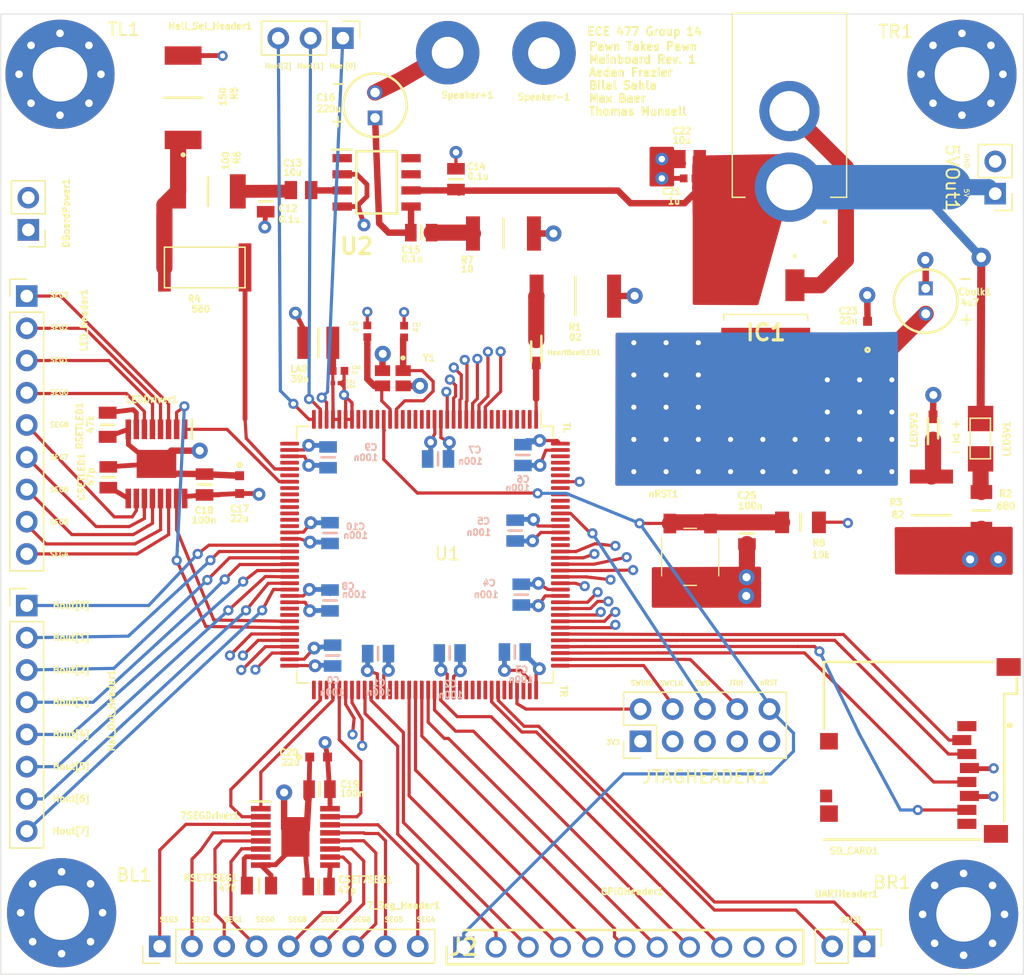
<source format=kicad_pcb>
(kicad_pcb (version 20171130) (host pcbnew "(5.1.10)-1")
  (layers (0 F.Cu signal) (1 In1.Cu power hide) (2 In2.Cu power hide) (31 B.Cu signal) (34 B.Paste user) (35 F.Paste user) (36 B.SilkS user) (37 F.SilkS user) (38 B.Mask user) (39 F.Mask user) (44 Edge.Cuts user hide))
  (net 0 "")
  (net 1 "Net-(U1-Pad2)")
  (net 2 "Net-(U1-Pad3)")
  (net 3 GND)
  (net 4 "Net-(U1-Pad5)")
  (net 5 "Net-(U1-Pad6)")
  (net 6 "Net-(U1-Pad7)")
  (net 7 "Net-(U1-Pad8)")
  (net 8 "Net-(U1-Pad10)")
  (net 9 "Net-(U1-Pad11)")
  (net 10 "Net-(U1-Pad14)")
  (net 11 "Net-(U1-Pad15)")
  (net 12 "Net-(U1-Pad18)")
  (net 13 "Net-(U1-Pad19)")
  (net 14 "Net-(U1-Pad20)")
  (net 15 "Net-(U1-Pad21)")
  (net 16 "Net-(U1-Pad22)")
  (net 17 +5V)
  (net 18 "Net-(U1-Pad142)")
  (net 19 "Net-(U1-Pad141)")
  (net 20 "Net-(U1-Pad140)")
  (net 21 "Net-(U1-Pad139)")
  (net 22 "Net-(U1-Pad137)")
  (net 23 "Net-(U1-Pad136)")
  (net 24 "Net-(U1-Pad135)")
  (net 25 "Net-(U1-Pad132)")
  (net 26 "Net-(U1-Pad129)")
  (net 27 "Net-(U1-Pad128)")
  (net 28 "Net-(U1-Pad127)")
  (net 29 "Net-(U1-Pad126)")
  (net 30 "Net-(U1-Pad125)")
  (net 31 "Net-(U1-Pad124)")
  (net 32 "Net-(U1-Pad123)")
  (net 33 "Net-(U1-Pad122)")
  (net 34 "Net-(U1-Pad119)")
  (net 35 "Net-(U1-Pad118)")
  (net 36 "Net-(U1-Pad117)")
  (net 37 "Net-(U1-Pad116)")
  (net 38 "Net-(U1-Pad115)")
  (net 39 "Net-(U1-Pad99)")
  (net 40 "Net-(U1-Pad98)")
  (net 41 "Net-(U1-Pad97)")
  (net 42 "Net-(U1-Pad96)")
  (net 43 "Net-(U1-Pad86)")
  (net 44 "Net-(U1-Pad85)")
  (net 45 "Net-(U1-Pad80)")
  (net 46 "Net-(U1-Pad79)")
  (net 47 "Net-(U1-Pad78)")
  (net 48 "Net-(U1-Pad75)")
  (net 49 "Net-(U1-Pad70)")
  (net 50 "Net-(U1-Pad69)")
  (net 51 "Net-(U1-Pad68)")
  (net 52 "Net-(U1-Pad67)")
  (net 53 "Net-(U1-Pad64)")
  (net 54 "Net-(U1-Pad63)")
  (net 55 "Net-(U1-Pad50)")
  (net 56 "Net-(U1-Pad49)")
  (net 57 "Net-(U1-Pad48)")
  (net 58 "Net-(U1-Pad47)")
  (net 59 "Net-(U1-Pad46)")
  (net 60 "Net-(U1-Pad45)")
  (net 61 "Net-(U1-Pad44)")
  (net 62 "Net-(U1-Pad29)")
  (net 63 "Net-(U1-Pad28)")
  (net 64 "Net-(U1-Pad27)")
  (net 65 "Net-(U1-Pad26)")
  (net 66 "Net-(U1-Pad13)")
  (net 67 "Net-(U1-Pad12)")
  (net 68 "Net-(U1-Pad9)")
  (net 69 "Net-(U1-Pad4)")
  (net 70 +3V3)
  (net 71 "Net-(LED3V3-Pad1)")
  (net 72 "Net-(LED5V1-Pad1)")
  (net 73 nRST)
  (net 74 JTDO-SWO)
  (net 75 JTDI)
  (net 76 JTCK-SWCLK)
  (net 77 JTMS-SWDIO)
  (net 78 "Net-(U1-Pad104)")
  (net 79 "Net-(U1-Pad103)")
  (net 80 "Net-(U1-Pad100)")
  (net 81 "Net-(U1-Pad42)")
  (net 82 +3.3VA)
  (net 83 SPI2_MOSI)
  (net 84 SPI2_SCK)
  (net 85 /SEG3_7SEG)
  (net 86 /SEG2_7SEG)
  (net 87 /SEG1_7SEG)
  (net 88 /SEG0_7SEG)
  (net 89 "Net-(7SEGDriver1-Pad7)")
  (net 90 "Net-(7SEGDriver1-Pad9)")
  (net 91 /SEG8_7SEG)
  (net 92 /SEG7_7SEG)
  (net 93 /SEG6_7SEG)
  (net 94 /SEG5_7SEG)
  (net 95 /SEG4_7SEG)
  (net 96 SPI2_NSS)
  (net 97 "Net-(JTAGHEADER1-Pad7)")
  (net 98 SPI1_NSS)
  (net 99 /SEG4_LED)
  (net 100 /SEG5_LED)
  (net 101 /SEG6_LED)
  (net 102 /SEG7_LED)
  (net 103 /SEG8_LED)
  (net 104 "Net-(CSETLED1-Pad2)")
  (net 105 "Net-(LEDDriver1-Pad7)")
  (net 106 /SEG0_LED)
  (net 107 /SEG1_LED)
  (net 108 /SEG2_LED)
  (net 109 /SEG3_LED)
  (net 110 SPI1_SCK)
  (net 111 SPI1_MOSI)
  (net 112 SPI3_MOSI)
  (net 113 SPI3_SCK)
  (net 114 "Net-(U1-Pad106)")
  (net 115 USART1_RX)
  (net 116 SPI3_NSS)
  (net 117 HALLSEL[2])
  (net 118 HALLSEL[1])
  (net 119 HALLSEL[0])
  (net 120 USART1_TX)
  (net 121 "Net-(C12-Pad1)")
  (net 122 "Net-(C13-Pad1)")
  (net 123 "Net-(C15-Pad2)")
  (net 124 "Net-(C15-Pad1)")
  (net 125 "Net-(R4-Pad1)")
  (net 126 DAC_OUT)
  (net 127 "Net-(SD_CARD1-Pad1)")
  (net 128 SPI3_MISO)
  (net 129 "Net-(SD_CARD1-Pad8)")
  (net 130 "Net-(U1-Pad40)")
  (net 131 "Net-(U1-Pad134)")
  (net 132 HALLOUT[0])
  (net 133 HALLOUT[1])
  (net 134 HALLOUT[2])
  (net 135 HALLOUT[3])
  (net 136 HALLOUT[4])
  (net 137 HALLOUT[5])
  (net 138 HALLOUT[6])
  (net 139 HALLOUT[7])
  (net 140 "Net-(U1-Pad37)")
  (net 141 S1[1])
  (net 142 S1[2])
  (net 143 S1[3])
  (net 144 S2[1])
  (net 145 S2[2])
  (net 146 S2[3])
  (net 147 "Net-(C16-Pad2)")
  (net 148 OSC_IN)
  (net 149 OSC_OUT)
  (net 150 "Net-(HeartBeatLED1-Pad1)")
  (net 151 HeartbeatLED)
  (net 152 "Net-(U2-Pad8)")
  (net 153 "Net-(U2-Pad7)")
  (net 154 "Net-(U2-Pad1)")
  (net 155 "Net-(U1-Pad73)")
  (net 156 B2)
  (net 157 B1)
  (net 158 "Net-(U1-Pad87)")
  (module Main_Board:PinHeader_1x02_P2.54mm_Vertical (layer F.Cu) (at 88.265 41.8465 180)
    (fp_text reference DBoardPower1 (at -2.9845 1.3335 270) (layer F.SilkS) (effects (font (size 0.508 0.508) (thickness 0.127))))
    (fp_text value Conn_01x02_Male)
    (pad 2 thru_hole oval (at 0 2.54 180) (size 1.7 1.7) (drill 1) (layers *.Cu *.Mask) (net 70 +3V3))
    (pad 1 thru_hole rect (at 0 0 180) (size 1.7 1.7) (drill 1) (layers *.Cu *.Mask) (net 3 GND))
  )
  (module Main_Board:HDRV11W62P0X254_1X11_2794X240X853P (layer F.Cu) (at 122.555 98.3615)
    (fp_text reference J2 (at 0 0) (layer F.SilkS) (effects (font (size 1.27 1.27) (thickness 0.254))))
    (fp_text value 77311-862-11LF hide)
    (pad 11 thru_hole circle (at 25.4 0) (size 1.65 1.65) (drill 1.1) (layers *.Cu *.Mask) (net 3 GND))
    (pad 10 thru_hole circle (at 22.86 0) (size 1.65 1.65) (drill 1.1) (layers *.Cu *.Mask) (net 70 +3V3))
    (pad 9 thru_hole circle (at 20.32 0) (size 1.65 1.65) (drill 1.1) (layers *.Cu *.Mask) (net 146 S2[3]))
    (pad 8 thru_hole circle (at 17.78 0) (size 1.65 1.65) (drill 1.1) (layers *.Cu *.Mask) (net 145 S2[2]))
    (pad 7 thru_hole circle (at 15.24 0) (size 1.65 1.65) (drill 1.1) (layers *.Cu *.Mask) (net 144 S2[1]))
    (pad 6 thru_hole circle (at 12.7 0) (size 1.65 1.65) (drill 1.1) (layers *.Cu *.Mask) (net 143 S1[3]))
    (pad 5 thru_hole circle (at 10.16 0) (size 1.65 1.65) (drill 1.1) (layers *.Cu *.Mask) (net 142 S1[2]))
    (pad 4 thru_hole circle (at 7.62 0) (size 1.65 1.65) (drill 1.1) (layers *.Cu *.Mask) (net 141 S1[1]))
    (pad 3 thru_hole circle (at 5.08 0) (size 1.65 1.65) (drill 1.1) (layers *.Cu *.Mask) (net 156 B2))
    (pad 2 thru_hole circle (at 2.54 0) (size 1.65 1.65) (drill 1.1) (layers *.Cu *.Mask) (net 157 B1))
    (pad 1 thru_hole rect (at 0 0) (size 1.65 1.65) (drill 1.1) (layers *.Cu *.Mask) (net 73 nRST))
  )
  (module SamacSys_Parts:HSMA-C380 (layer F.Cu) (at 163.70808 54.17058)
    (fp_text reference LED5V1 (at 1.6256 4.1402 90) (layer F.SilkS) (effects (font (size 0.508 0.508) (thickness 0.127))))
    (fp_text value 5V)
    (pad 1 smd rect (at -0.4445 5.715) (size 2 2) (layers F.Cu F.Paste F.Mask) (net 72 "Net-(LED5V1-Pad1)"))
    (pad 2 smd rect (at -0.4445 2.54) (size 2 2) (layers F.Cu F.Paste F.Mask) (net 17 +5V))
  )
  (module CAPC1005X55N (layer F.Cu) (at 114.96548 49.82718 90)
    (fp_text reference C24 (at 0.6096 -1.0922 180) (layer F.SilkS) (effects (font (size 0.254 0.254) (thickness 0.0635))))
    (fp_text value 4p (at 0.127 -0.889 180) (layer F.SilkS) (effects (font (size 0.254 0.254) (thickness 0.0635))))
    (pad 2 smd rect (at 0.46 0 90) (size 0.6 0.62) (layers F.Cu F.Paste F.Mask) (net 3 GND))
    (pad 1 smd rect (at -0.46 0 90) (size 0.6 0.62) (layers F.Cu F.Paste F.Mask) (net 149 OSC_OUT))
  )
  (module Package_QFP:LQFP-144_20x20mm_P0.5mm (layer F.Cu) (at 119.507 67.437 270)
    (fp_text reference U1 (at -0.0762 -1.7653) (layer F.SilkS))
    (fp_text value STM32L152ZCTx)
    (pad 144 smd roundrect (at -8.75 -10.6625 270) (size 0.3 1.475) (layers F.Cu F.Paste F.Mask) (net 70 +3V3))
    (pad 143 smd roundrect (at -8.25 -10.6625 270) (size 0.3 1.475) (layers F.Cu F.Paste F.Mask) (net 3 GND))
    (pad 142 smd roundrect (at -7.75 -10.6625 270) (size 0.3 1.475) (layers F.Cu F.Paste F.Mask) (net 18 "Net-(U1-Pad142)"))
    (pad 141 smd roundrect (at -7.25 -10.6625 270) (size 0.3 1.475) (layers F.Cu F.Paste F.Mask) (net 19 "Net-(U1-Pad141)"))
    (pad 140 smd roundrect (at -6.75 -10.6625 270) (size 0.3 1.475) (layers F.Cu F.Paste F.Mask) (net 20 "Net-(U1-Pad140)"))
    (pad 139 smd roundrect (at -6.25 -10.6625 270) (size 0.3 1.475) (layers F.Cu F.Paste F.Mask) (net 21 "Net-(U1-Pad139)"))
    (pad 138 smd roundrect (at -5.75 -10.6625 270) (size 0.3 1.475) (layers F.Cu F.Paste F.Mask) (net 3 GND))
    (pad 137 smd roundrect (at -5.25 -10.6625 270) (size 0.3 1.475) (layers F.Cu F.Paste F.Mask) (net 22 "Net-(U1-Pad137)"))
    (pad 136 smd roundrect (at -4.75 -10.6625 270) (size 0.3 1.475) (layers F.Cu F.Paste F.Mask) (net 23 "Net-(U1-Pad136)"))
    (pad 135 smd roundrect (at -4.25 -10.6625 270) (size 0.3 1.475) (layers F.Cu F.Paste F.Mask) (net 24 "Net-(U1-Pad135)"))
    (pad 134 smd roundrect (at -3.75 -10.6625 270) (size 0.3 1.475) (layers F.Cu F.Paste F.Mask) (net 131 "Net-(U1-Pad134)"))
    (pad 133 smd roundrect (at -3.25 -10.6625 270) (size 0.3 1.475) (layers F.Cu F.Paste F.Mask) (net 74 JTDO-SWO))
    (pad 132 smd roundrect (at -2.75 -10.6625 270) (size 0.3 1.475) (layers F.Cu F.Paste F.Mask) (net 25 "Net-(U1-Pad132)"))
    (pad 131 smd roundrect (at -2.25 -10.6625 270) (size 0.3 1.475) (layers F.Cu F.Paste F.Mask) (net 70 +3V3))
    (pad 130 smd roundrect (at -1.75 -10.6625 270) (size 0.3 1.475) (layers F.Cu F.Paste F.Mask) (net 3 GND))
    (pad 129 smd roundrect (at -1.25 -10.6625 270) (size 0.3 1.475) (layers F.Cu F.Paste F.Mask) (net 26 "Net-(U1-Pad129)"))
    (pad 128 smd roundrect (at -0.75 -10.6625 270) (size 0.3 1.475) (layers F.Cu F.Paste F.Mask) (net 27 "Net-(U1-Pad128)"))
    (pad 127 smd roundrect (at -0.25 -10.6625 270) (size 0.3 1.475) (layers F.Cu F.Paste F.Mask) (net 28 "Net-(U1-Pad127)"))
    (pad 126 smd roundrect (at 0.25 -10.6625 270) (size 0.3 1.475) (layers F.Cu F.Paste F.Mask) (net 29 "Net-(U1-Pad126)"))
    (pad 125 smd roundrect (at 0.75 -10.6625 270) (size 0.3 1.475) (layers F.Cu F.Paste F.Mask) (net 30 "Net-(U1-Pad125)"))
    (pad 124 smd roundrect (at 1.25 -10.6625 270) (size 0.3 1.475) (layers F.Cu F.Paste F.Mask) (net 31 "Net-(U1-Pad124)"))
    (pad 123 smd roundrect (at 1.75 -10.6625 270) (size 0.3 1.475) (layers F.Cu F.Paste F.Mask) (net 32 "Net-(U1-Pad123)"))
    (pad 122 smd roundrect (at 2.25 -10.6625 270) (size 0.3 1.475) (layers F.Cu F.Paste F.Mask) (net 33 "Net-(U1-Pad122)"))
    (pad 121 smd roundrect (at 2.75 -10.6625 270) (size 0.3 1.475) (layers F.Cu F.Paste F.Mask) (net 70 +3V3))
    (pad 120 smd roundrect (at 3.25 -10.6625 270) (size 0.3 1.475) (layers F.Cu F.Paste F.Mask) (net 3 GND))
    (pad 119 smd roundrect (at 3.75 -10.6625 270) (size 0.3 1.475) (layers F.Cu F.Paste F.Mask) (net 34 "Net-(U1-Pad119)"))
    (pad 118 smd roundrect (at 4.25 -10.6625 270) (size 0.3 1.475) (layers F.Cu F.Paste F.Mask) (net 35 "Net-(U1-Pad118)"))
    (pad 117 smd roundrect (at 4.75 -10.6625 270) (size 0.3 1.475) (layers F.Cu F.Paste F.Mask) (net 36 "Net-(U1-Pad117)"))
    (pad 116 smd roundrect (at 5.25 -10.6625 270) (size 0.3 1.475) (layers F.Cu F.Paste F.Mask) (net 37 "Net-(U1-Pad116)"))
    (pad 115 smd roundrect (at 5.75 -10.6625 270) (size 0.3 1.475) (layers F.Cu F.Paste F.Mask) (net 38 "Net-(U1-Pad115)"))
    (pad 114 smd roundrect (at 6.25 -10.6625 270) (size 0.3 1.475) (layers F.Cu F.Paste F.Mask) (net 116 SPI3_NSS))
    (pad 113 smd roundrect (at 6.75 -10.6625 270) (size 0.3 1.475) (layers F.Cu F.Paste F.Mask) (net 112 SPI3_MOSI))
    (pad 112 smd roundrect (at 7.25 -10.6625 270) (size 0.3 1.475) (layers F.Cu F.Paste F.Mask) (net 128 SPI3_MISO))
    (pad 111 smd roundrect (at 7.75 -10.6625 270) (size 0.3 1.475) (layers F.Cu F.Paste F.Mask) (net 113 SPI3_SCK))
    (pad 110 smd roundrect (at 8.25 -10.6625 270) (size 0.3 1.475) (layers F.Cu F.Paste F.Mask) (net 75 JTDI))
    (pad 109 smd roundrect (at 8.75 -10.6625 270) (size 0.3 1.475) (layers F.Cu F.Paste F.Mask) (net 76 JTCK-SWCLK))
    (pad 108 smd roundrect (at 10.6625 -8.75 270) (size 1.475 0.3) (layers F.Cu F.Paste F.Mask) (net 70 +3V3))
    (pad 107 smd roundrect (at 10.6625 -8.25 270) (size 1.475 0.3) (layers F.Cu F.Paste F.Mask) (net 3 GND))
    (pad 106 smd roundrect (at 10.6625 -7.75 270) (size 1.475 0.3) (layers F.Cu F.Paste F.Mask) (net 114 "Net-(U1-Pad106)"))
    (pad 105 smd roundrect (at 10.6625 -7.25 270) (size 1.475 0.3) (layers F.Cu F.Paste F.Mask) (net 77 JTMS-SWDIO))
    (pad 104 smd roundrect (at 10.6625 -6.75 270) (size 1.475 0.3) (layers F.Cu F.Paste F.Mask) (net 78 "Net-(U1-Pad104)"))
    (pad 103 smd roundrect (at 10.6625 -6.25 270) (size 1.475 0.3) (layers F.Cu F.Paste F.Mask) (net 79 "Net-(U1-Pad103)"))
    (pad 102 smd roundrect (at 10.6625 -5.75 270) (size 1.475 0.3) (layers F.Cu F.Paste F.Mask) (net 115 USART1_RX))
    (pad 101 smd roundrect (at 10.6625 -5.25 270) (size 1.475 0.3) (layers F.Cu F.Paste F.Mask) (net 120 USART1_TX))
    (pad 100 smd roundrect (at 10.6625 -4.75 270) (size 1.475 0.3) (layers F.Cu F.Paste F.Mask) (net 80 "Net-(U1-Pad100)"))
    (pad 99 smd roundrect (at 10.6625 -4.25 270) (size 1.475 0.3) (layers F.Cu F.Paste F.Mask) (net 39 "Net-(U1-Pad99)"))
    (pad 98 smd roundrect (at 10.6625 -3.75 270) (size 1.475 0.3) (layers F.Cu F.Paste F.Mask) (net 40 "Net-(U1-Pad98)"))
    (pad 97 smd roundrect (at 10.6625 -3.25 270) (size 1.475 0.3) (layers F.Cu F.Paste F.Mask) (net 41 "Net-(U1-Pad97)"))
    (pad 96 smd roundrect (at 10.6625 -2.75 270) (size 1.475 0.3) (layers F.Cu F.Paste F.Mask) (net 42 "Net-(U1-Pad96)"))
    (pad 95 smd roundrect (at 10.6625 -2.25 270) (size 1.475 0.3) (layers F.Cu F.Paste F.Mask) (net 70 +3V3))
    (pad 94 smd roundrect (at 10.6625 -1.75 270) (size 1.475 0.3) (layers F.Cu F.Paste F.Mask) (net 3 GND))
    (pad 93 smd roundrect (at 10.6625 -1.25 270) (size 1.475 0.3) (layers F.Cu F.Paste F.Mask) (net 146 S2[3]))
    (pad 92 smd roundrect (at 10.6625 -0.75 270) (size 1.475 0.3) (layers F.Cu F.Paste F.Mask) (net 145 S2[2]))
    (pad 91 smd roundrect (at 10.6625 -0.25 270) (size 1.475 0.3) (layers F.Cu F.Paste F.Mask) (net 144 S2[1]))
    (pad 90 smd roundrect (at 10.6625 0.25 270) (size 1.475 0.3) (layers F.Cu F.Paste F.Mask) (net 143 S1[3]))
    (pad 89 smd roundrect (at 10.6625 0.75 270) (size 1.475 0.3) (layers F.Cu F.Paste F.Mask) (net 142 S1[2]))
    (pad 88 smd roundrect (at 10.6625 1.25 270) (size 1.475 0.3) (layers F.Cu F.Paste F.Mask) (net 141 S1[1]))
    (pad 87 smd roundrect (at 10.6625 1.75 270) (size 1.475 0.3) (layers F.Cu F.Paste F.Mask) (net 158 "Net-(U1-Pad87)"))
    (pad 86 smd roundrect (at 10.6625 2.25 270) (size 1.475 0.3) (layers F.Cu F.Paste F.Mask) (net 43 "Net-(U1-Pad86)"))
    (pad 85 smd roundrect (at 10.6625 2.75 270) (size 1.475 0.3) (layers F.Cu F.Paste F.Mask) (net 44 "Net-(U1-Pad85)"))
    (pad 84 smd roundrect (at 10.6625 3.25 270) (size 1.475 0.3) (layers F.Cu F.Paste F.Mask) (net 70 +3V3))
    (pad 83 smd roundrect (at 10.6625 3.75 270) (size 1.475 0.3) (layers F.Cu F.Paste F.Mask) (net 3 GND))
    (pad 82 smd roundrect (at 10.6625 4.25 270) (size 1.475 0.3) (layers F.Cu F.Paste F.Mask) (net 156 B2))
    (pad 81 smd roundrect (at 10.6625 4.75 270) (size 1.475 0.3) (layers F.Cu F.Paste F.Mask) (net 157 B1))
    (pad 80 smd roundrect (at 10.6625 5.25 270) (size 1.475 0.3) (layers F.Cu F.Paste F.Mask) (net 45 "Net-(U1-Pad80)"))
    (pad 79 smd roundrect (at 10.6625 5.75 270) (size 1.475 0.3) (layers F.Cu F.Paste F.Mask) (net 46 "Net-(U1-Pad79)"))
    (pad 78 smd roundrect (at 10.6625 6.25 270) (size 1.475 0.3) (layers F.Cu F.Paste F.Mask) (net 47 "Net-(U1-Pad78)"))
    (pad 77 smd roundrect (at 10.6625 6.75 270) (size 1.475 0.3) (layers F.Cu F.Paste F.Mask) (net 96 SPI2_NSS))
    (pad 76 smd roundrect (at 10.6625 7.25 270) (size 1.475 0.3) (layers F.Cu F.Paste F.Mask) (net 83 SPI2_MOSI))
    (pad 75 smd roundrect (at 10.6625 7.75 270) (size 1.475 0.3) (layers F.Cu F.Paste F.Mask) (net 48 "Net-(U1-Pad75)"))
    (pad 74 smd roundrect (at 10.6625 8.25 270) (size 1.475 0.3) (layers F.Cu F.Paste F.Mask) (net 84 SPI2_SCK))
    (pad 73 smd roundrect (at 10.6625 8.75 270) (size 1.475 0.3) (layers F.Cu F.Paste F.Mask) (net 155 "Net-(U1-Pad73)"))
    (pad 72 smd roundrect (at 8.75 10.6625 270) (size 0.3 1.475) (layers F.Cu F.Paste F.Mask) (net 70 +3V3))
    (pad 71 smd roundrect (at 8.25 10.6625 270) (size 0.3 1.475) (layers F.Cu F.Paste F.Mask) (net 3 GND))
    (pad 70 smd roundrect (at 7.75 10.6625 270) (size 0.3 1.475) (layers F.Cu F.Paste F.Mask) (net 49 "Net-(U1-Pad70)"))
    (pad 69 smd roundrect (at 7.25 10.6625 270) (size 0.3 1.475) (layers F.Cu F.Paste F.Mask) (net 50 "Net-(U1-Pad69)"))
    (pad 68 smd roundrect (at 6.75 10.6625 270) (size 0.3 1.475) (layers F.Cu F.Paste F.Mask) (net 51 "Net-(U1-Pad68)"))
    (pad 67 smd roundrect (at 6.25 10.6625 270) (size 0.3 1.475) (layers F.Cu F.Paste F.Mask) (net 52 "Net-(U1-Pad67)"))
    (pad 66 smd roundrect (at 5.75 10.6625 270) (size 0.3 1.475) (layers F.Cu F.Paste F.Mask) (net 110 SPI1_SCK))
    (pad 65 smd roundrect (at 5.25 10.6625 270) (size 0.3 1.475) (layers F.Cu F.Paste F.Mask) (net 98 SPI1_NSS))
    (pad 64 smd roundrect (at 4.75 10.6625 270) (size 0.3 1.475) (layers F.Cu F.Paste F.Mask) (net 53 "Net-(U1-Pad64)"))
    (pad 63 smd roundrect (at 4.25 10.6625 270) (size 0.3 1.475) (layers F.Cu F.Paste F.Mask) (net 54 "Net-(U1-Pad63)"))
    (pad 62 smd roundrect (at 3.75 10.6625 270) (size 0.3 1.475) (layers F.Cu F.Paste F.Mask) (net 70 +3V3))
    (pad 61 smd roundrect (at 3.25 10.6625 270) (size 0.3 1.475) (layers F.Cu F.Paste F.Mask) (net 3 GND))
    (pad 60 smd roundrect (at 2.75 10.6625 270) (size 0.3 1.475) (layers F.Cu F.Paste F.Mask) (net 139 HALLOUT[7]))
    (pad 59 smd roundrect (at 2.25 10.6625 270) (size 0.3 1.475) (layers F.Cu F.Paste F.Mask) (net 138 HALLOUT[6]))
    (pad 58 smd roundrect (at 1.75 10.6625 270) (size 0.3 1.475) (layers F.Cu F.Paste F.Mask) (net 137 HALLOUT[5]))
    (pad 57 smd roundrect (at 1.25 10.6625 270) (size 0.3 1.475) (layers F.Cu F.Paste F.Mask) (net 136 HALLOUT[4]))
    (pad 56 smd roundrect (at 0.75 10.6625 270) (size 0.3 1.475) (layers F.Cu F.Paste F.Mask) (net 135 HALLOUT[3]))
    (pad 55 smd roundrect (at 0.25 10.6625 270) (size 0.3 1.475) (layers F.Cu F.Paste F.Mask) (net 134 HALLOUT[2]))
    (pad 54 smd roundrect (at -0.25 10.6625 270) (size 0.3 1.475) (layers F.Cu F.Paste F.Mask) (net 133 HALLOUT[1]))
    (pad 53 smd roundrect (at -0.75 10.6625 270) (size 0.3 1.475) (layers F.Cu F.Paste F.Mask) (net 132 HALLOUT[0]))
    (pad 52 smd roundrect (at -1.25 10.6625 270) (size 0.3 1.475) (layers F.Cu F.Paste F.Mask) (net 70 +3V3))
    (pad 51 smd roundrect (at -1.75 10.6625 270) (size 0.3 1.475) (layers F.Cu F.Paste F.Mask) (net 3 GND))
    (pad 50 smd roundrect (at -2.25 10.6625 270) (size 0.3 1.475) (layers F.Cu F.Paste F.Mask) (net 55 "Net-(U1-Pad50)"))
    (pad 49 smd roundrect (at -2.75 10.6625 270) (size 0.3 1.475) (layers F.Cu F.Paste F.Mask) (net 56 "Net-(U1-Pad49)"))
    (pad 48 smd roundrect (at -3.25 10.6625 270) (size 0.3 1.475) (layers F.Cu F.Paste F.Mask) (net 57 "Net-(U1-Pad48)"))
    (pad 47 smd roundrect (at -3.75 10.6625 270) (size 0.3 1.475) (layers F.Cu F.Paste F.Mask) (net 58 "Net-(U1-Pad47)"))
    (pad 46 smd roundrect (at -4.25 10.6625 270) (size 0.3 1.475) (layers F.Cu F.Paste F.Mask) (net 59 "Net-(U1-Pad46)"))
    (pad 45 smd roundrect (at -4.75 10.6625 270) (size 0.3 1.475) (layers F.Cu F.Paste F.Mask) (net 60 "Net-(U1-Pad45)"))
    (pad 44 smd roundrect (at -5.25 10.6625 270) (size 0.3 1.475) (layers F.Cu F.Paste F.Mask) (net 61 "Net-(U1-Pad44)"))
    (pad 43 smd roundrect (at -5.75 10.6625 270) (size 0.3 1.475) (layers F.Cu F.Paste F.Mask) (net 111 SPI1_MOSI))
    (pad 42 smd roundrect (at -6.25 10.6625 270) (size 0.3 1.475) (layers F.Cu F.Paste F.Mask) (net 81 "Net-(U1-Pad42)"))
    (pad 41 smd roundrect (at -6.75 10.6625 270) (size 0.3 1.475) (layers F.Cu F.Paste F.Mask) (net 126 DAC_OUT))
    (pad 40 smd roundrect (at -7.25 10.6625 270) (size 0.3 1.475) (layers F.Cu F.Paste F.Mask) (net 130 "Net-(U1-Pad40)"))
    (pad 39 smd roundrect (at -7.75 10.6625 270) (size 0.3 1.475) (layers F.Cu F.Paste F.Mask) (net 70 +3V3))
    (pad 38 smd roundrect (at -8.25 10.6625 270) (size 0.3 1.475) (layers F.Cu F.Paste F.Mask) (net 3 GND))
    (pad 37 smd roundrect (at -8.75 10.6625 270) (size 0.3 1.475) (layers F.Cu F.Paste F.Mask) (net 140 "Net-(U1-Pad37)"))
    (pad 36 smd roundrect (at -10.6625 8.75 270) (size 1.475 0.3) (layers F.Cu F.Paste F.Mask) (net 117 HALLSEL[2]))
    (pad 35 smd roundrect (at -10.6625 8.25 270) (size 1.475 0.3) (layers F.Cu F.Paste F.Mask) (net 118 HALLSEL[1]))
    (pad 34 smd roundrect (at -10.6625 7.75 270) (size 1.475 0.3) (layers F.Cu F.Paste F.Mask) (net 119 HALLSEL[0]))
    (pad 33 smd roundrect (at -10.6625 7.25 270) (size 1.475 0.3) (layers F.Cu F.Paste F.Mask) (net 82 +3.3VA))
    (pad 32 smd roundrect (at -10.6625 6.75 270) (size 1.475 0.3) (layers F.Cu F.Paste F.Mask) (net 82 +3.3VA))
    (pad 31 smd roundrect (at -10.6625 6.25 270) (size 1.475 0.3) (layers F.Cu F.Paste F.Mask) (net 3 GND))
    (pad 30 smd roundrect (at -10.6625 5.75 270) (size 1.475 0.3) (layers F.Cu F.Paste F.Mask) (net 3 GND))
    (pad 29 smd roundrect (at -10.6625 5.25 270) (size 1.475 0.3) (layers F.Cu F.Paste F.Mask) (net 62 "Net-(U1-Pad29)"))
    (pad 28 smd roundrect (at -10.6625 4.75 270) (size 1.475 0.3) (layers F.Cu F.Paste F.Mask) (net 63 "Net-(U1-Pad28)"))
    (pad 27 smd roundrect (at -10.6625 4.25 270) (size 1.475 0.3) (layers F.Cu F.Paste F.Mask) (net 64 "Net-(U1-Pad27)"))
    (pad 26 smd roundrect (at -10.6625 3.75 270) (size 1.475 0.3) (layers F.Cu F.Paste F.Mask) (net 65 "Net-(U1-Pad26)"))
    (pad 25 smd roundrect (at -10.6625 3.25 270) (size 1.475 0.3) (layers F.Cu F.Paste F.Mask) (net 73 nRST))
    (pad 24 smd roundrect (at -10.6625 2.75 270) (size 1.475 0.3) (layers F.Cu F.Paste F.Mask) (net 149 OSC_OUT))
    (pad 23 smd roundrect (at -10.6625 2.25 270) (size 1.475 0.3) (layers F.Cu F.Paste F.Mask) (net 148 OSC_IN))
    (pad 22 smd roundrect (at -10.6625 1.75 270) (size 1.475 0.3) (layers F.Cu F.Paste F.Mask) (net 16 "Net-(U1-Pad22)"))
    (pad 21 smd roundrect (at -10.6625 1.25 270) (size 1.475 0.3) (layers F.Cu F.Paste F.Mask) (net 15 "Net-(U1-Pad21)"))
    (pad 20 smd roundrect (at -10.6625 0.75 270) (size 1.475 0.3) (layers F.Cu F.Paste F.Mask) (net 14 "Net-(U1-Pad20)"))
    (pad 19 smd roundrect (at -10.6625 0.25 270) (size 1.475 0.3) (layers F.Cu F.Paste F.Mask) (net 13 "Net-(U1-Pad19)"))
    (pad 18 smd roundrect (at -10.6625 -0.25 270) (size 1.475 0.3) (layers F.Cu F.Paste F.Mask) (net 12 "Net-(U1-Pad18)"))
    (pad 17 smd roundrect (at -10.6625 -0.75 270) (size 1.475 0.3) (layers F.Cu F.Paste F.Mask) (net 70 +3V3))
    (pad 16 smd roundrect (at -10.6625 -1.25 270) (size 1.475 0.3) (layers F.Cu F.Paste F.Mask) (net 3 GND))
    (pad 15 smd roundrect (at -10.6625 -1.75 270) (size 1.475 0.3) (layers F.Cu F.Paste F.Mask) (net 11 "Net-(U1-Pad15)"))
    (pad 14 smd roundrect (at -10.6625 -2.25 270) (size 1.475 0.3) (layers F.Cu F.Paste F.Mask) (net 10 "Net-(U1-Pad14)"))
    (pad 13 smd roundrect (at -10.6625 -2.75 270) (size 1.475 0.3) (layers F.Cu F.Paste F.Mask) (net 66 "Net-(U1-Pad13)"))
    (pad 12 smd roundrect (at -10.6625 -3.25 270) (size 1.475 0.3) (layers F.Cu F.Paste F.Mask) (net 67 "Net-(U1-Pad12)"))
    (pad 11 smd roundrect (at -10.6625 -3.75 270) (size 1.475 0.3) (layers F.Cu F.Paste F.Mask) (net 9 "Net-(U1-Pad11)"))
    (pad 10 smd roundrect (at -10.6625 -4.25 270) (size 1.475 0.3) (layers F.Cu F.Paste F.Mask) (net 8 "Net-(U1-Pad10)"))
    (pad 9 smd roundrect (at -10.6625 -4.75 270) (size 1.475 0.3) (layers F.Cu F.Paste F.Mask) (net 68 "Net-(U1-Pad9)"))
    (pad 8 smd roundrect (at -10.6625 -5.25 270) (size 1.475 0.3) (layers F.Cu F.Paste F.Mask) (net 7 "Net-(U1-Pad8)"))
    (pad 7 smd roundrect (at -10.6625 -5.75 270) (size 1.475 0.3) (layers F.Cu F.Paste F.Mask) (net 6 "Net-(U1-Pad7)"))
    (pad 6 smd roundrect (at -10.6625 -6.25 270) (size 1.475 0.3) (layers F.Cu F.Paste F.Mask) (net 5 "Net-(U1-Pad6)"))
    (pad 5 smd roundrect (at -10.6625 -6.75 270) (size 1.475 0.3) (layers F.Cu F.Paste F.Mask) (net 4 "Net-(U1-Pad5)"))
    (pad 4 smd roundrect (at -10.6625 -7.25 270) (size 1.475 0.3) (layers F.Cu F.Paste F.Mask) (net 69 "Net-(U1-Pad4)"))
    (pad 3 smd roundrect (at -10.6625 -7.75 270) (size 1.475 0.3) (layers F.Cu F.Paste F.Mask) (net 2 "Net-(U1-Pad3)"))
    (pad 2 smd roundrect (at -10.6625 -8.25 270) (size 1.475 0.3) (layers F.Cu F.Paste F.Mask) (net 1 "Net-(U1-Pad2)"))
    (pad 1 smd roundrect (at -10.6625 -8.75 270) (size 1.475 0.3) (layers F.Cu F.Paste F.Mask) (net 151 HeartbeatLED))
  )
  (module SamacSys_Parts:CRGCQ2512F3K3 (layer F.Cu) (at 101.981 41.4274)
    (fp_text reference R4 (at -0.635 5.842) (layer F.SilkS) (effects (font (size 0.508 0.508) (thickness 0.127))))
    (fp_text value 560 (at -0.127 6.6548) (layer F.SilkS) (effects (font (size 0.508 0.508) (thickness 0.127))))
    (pad 2 smd rect (at 3.3528 3.3782) (size 1 3.8) (layers F.Cu F.Paste F.Mask) (net 126 DAC_OUT))
    (pad 1 smd rect (at -2.9972 3.3782) (size 1 3.8) (layers F.Cu F.Paste F.Mask) (net 125 "Net-(R4-Pad1)"))
  )
  (module SamacSys_Parts:SOIC127P600X175-8N (layer F.Cu) (at 115.697 38.1)
    (fp_text reference U2 (at -1.5748 5.0292) (layer F.SilkS) (effects (font (size 1.27 1.27) (thickness 0.254))))
    (fp_text value LM386 hide)
    (pad 8 smd rect (at 2.711 -1.905 90) (size 0.65 1.528) (layers F.Cu F.Paste F.Mask) (net 152 "Net-(U2-Pad8)"))
    (pad 7 smd rect (at 2.711 -0.635 90) (size 0.65 1.528) (layers F.Cu F.Paste F.Mask) (net 153 "Net-(U2-Pad7)"))
    (pad 6 smd rect (at 2.711 0.635 90) (size 0.65 1.528) (layers F.Cu F.Paste F.Mask) (net 17 +5V))
    (pad 5 smd rect (at 2.711 1.905 90) (size 0.65 1.528) (layers F.Cu F.Paste F.Mask) (net 124 "Net-(C15-Pad1)"))
    (pad 4 smd rect (at -2.711 1.905 90) (size 0.65 1.528) (layers F.Cu F.Paste F.Mask) (net 3 GND))
    (pad 3 smd rect (at -2.711 0.635 90) (size 0.65 1.528) (layers F.Cu F.Paste F.Mask) (net 122 "Net-(C13-Pad1)"))
    (pad 2 smd rect (at -2.711 -0.635 90) (size 0.65 1.528) (layers F.Cu F.Paste F.Mask) (net 3 GND))
    (pad 1 smd rect (at -2.711 -1.905 90) (size 0.65 1.528) (layers F.Cu F.Paste F.Mask) (net 154 "Net-(U2-Pad1)"))
  )
  (module Main_Board:PJ037A (layer F.Cu) (at 148.209 38.481 270)
    (fp_text reference J1 (at -5.45 0 90) (layer F.SilkS) (effects (font (size 1.27 1.27) (thickness 0.254))))
    (fp_text value PJ-037A hide)
    (pad 2 thru_hole circle (at -6 0 270) (size 4.74 4.74) (drill 3.16) (layers *.Cu *.Mask) (net 3 GND))
    (pad 1 thru_hole circle (at 0 0 270) (size 5.46 5.46) (drill 3.64) (layers *.Cu *.Mask) (net 17 +5V))
  )
  (module SamacSys_Parts:CAPC2012X95N (layer B.Cu) (at 111.8743 59.7662 270)
    (fp_text reference C9 (at -0.79502 -3.37058 180) (layer B.SilkS) (effects (font (size 0.508 0.508) (thickness 0.127)) (justify mirror)))
    (fp_text value 100n (at 0.01778 -2.96418 180) (layer B.SilkS) (effects (font (size 0.508 0.508) (thickness 0.127)) (justify mirror)))
    (pad 2 smd rect (at 0.82 0 270) (size 0.91 1.39) (layers B.Cu B.Paste B.Mask) (net 70 +3V3))
    (pad 1 smd rect (at -0.82 0 270) (size 0.91 1.39) (layers B.Cu B.Paste B.Mask) (net 3 GND))
  )
  (module PTS647SM50SMTR2LFS (layer F.Cu) (at 140.39088 67.60718 270)
    (fp_text reference nRST1 (at -4.953 2.1082 180) (layer F.SilkS) (effects (font (size 0.508 0.508) (thickness 0.127))))
    (fp_text value A hide)
    (pad 1 smd rect (at -2.625 -1.6) (size 1 1.55) (layers F.Cu F.Paste F.Mask) (net 73 nRST))
    (pad 2 smd rect (at -2.625 1.6) (size 1 1.55) (layers F.Cu F.Paste F.Mask) (net 73 nRST))
    (pad 3 smd rect (at 2.625 1.6) (size 1 1.55) (layers F.Cu F.Paste F.Mask) (net 3 GND))
    (pad 4 smd rect (at 2.625 -1.6) (size 1 1.55) (layers F.Cu F.Paste F.Mask) (net 3 GND))
  )
  (module SamacSys_Parts:CAPC2012X95N (layer F.Cu) (at 144.86128 65.77838 90)
    (fp_text reference C25 (at 2.9972 0 180) (layer F.SilkS) (effects (font (size 0.508 0.508) (thickness 0.127))))
    (fp_text value 100n (at 2.1844 0.2794 180) (layer F.SilkS) (effects (font (size 0.508 0.508) (thickness 0.127))))
    (pad 1 smd rect (at -0.82 0 90) (size 0.91 1.39) (layers F.Cu F.Paste F.Mask) (net 3 GND))
    (pad 2 smd rect (at 0.82 0 90) (size 0.91 1.39) (layers F.Cu F.Paste F.Mask) (net 73 nRST))
  )
  (module SamacSys_Parts:CAPC2012X95N (layer F.Cu) (at 119.2094 42.0624)
    (fp_text reference C15 (at -0.81788 1.35636) (layer F.SilkS) (effects (font (size 0.508 0.508) (thickness 0.127))))
    (fp_text value 0.1u (at -0.70612 2.05486) (layer F.SilkS) (effects (font (size 0.508 0.508) (thickness 0.127))))
    (pad 2 smd rect (at 0.82 0) (size 0.91 1.39) (layers F.Cu F.Paste F.Mask) (net 123 "Net-(C15-Pad2)"))
    (pad 1 smd rect (at -0.82 0) (size 0.91 1.39) (layers F.Cu F.Paste F.Mask) (net 124 "Net-(C15-Pad1)"))
  )
  (module SamacSys_Parts:CAPC2012X95N (layer F.Cu) (at 106.9594 39.59632 270)
    (fp_text reference C12 (at 0.56616 -1.75768 180) (layer F.SilkS) (effects (font (size 0.508 0.508) (thickness 0.127))))
    (fp_text value 0.1u (at 1.41706 -1.85928 180) (layer F.SilkS) (effects (font (size 0.508 0.508) (thickness 0.127))))
    (pad 2 smd rect (at 0.82 0 270) (size 0.91 1.39) (layers F.Cu F.Paste F.Mask) (net 3 GND))
    (pad 1 smd rect (at -0.82 0 270) (size 0.91 1.39) (layers F.Cu F.Paste F.Mask) (net 121 "Net-(C12-Pad1)"))
  )
  (module SamacSys_Parts:CAPPRD200W52D500H1250 (layer F.Cu) (at 158.9405 46.4566 270)
    (fp_text reference Cbulk1 (at 0.27432 -3.86842 180) (layer F.SilkS) (effects (font (size 0.508 0.508) (thickness 0.127))))
    (fp_text value 4u7 (at 1.10998 -3.48234 180) (layer F.SilkS) (effects (font (size 0.508 0.508) (thickness 0.127))))
    (pad 1 thru_hole rect (at 0 0 270) (size 1.1 1.1) (drill 0.7) (layers *.Cu *.Mask) (net 3 GND))
    (pad 2 thru_hole circle (at 2 0 270) (size 1.1 1.1) (drill 0.7) (layers *.Cu *.Mask) (net 70 +3V3))
  )
  (module MountingHole:MountingHole_4.3mm_M4_Pad_Via (layer F.Cu) (at 90.88882 95.65132)
    (fp_text reference BL1 (at 5.70738 -2.96672) (layer F.SilkS))
    (fp_text value MountingHole_Pad)
    (pad 1 thru_hole circle (at 0 0) (size 8.6 8.6) (drill 4.3) (layers *.Cu *.Mask) (net 3 GND))
    (pad 1 thru_hole circle (at 3.225 0) (size 0.9 0.9) (drill 0.6) (layers *.Cu *.Mask) (net 3 GND))
    (pad 1 thru_hole circle (at 2.280419 2.280419) (size 0.9 0.9) (drill 0.6) (layers *.Cu *.Mask) (net 3 GND))
    (pad 1 thru_hole circle (at 0 3.225) (size 0.9 0.9) (drill 0.6) (layers *.Cu *.Mask) (net 3 GND))
    (pad 1 thru_hole circle (at -2.280419 2.280419) (size 0.9 0.9) (drill 0.6) (layers *.Cu *.Mask) (net 3 GND))
    (pad 1 thru_hole circle (at -3.225 0) (size 0.9 0.9) (drill 0.6) (layers *.Cu *.Mask) (net 3 GND))
    (pad 1 thru_hole circle (at -2.280419 -2.280419) (size 0.9 0.9) (drill 0.6) (layers *.Cu *.Mask) (net 3 GND))
    (pad 1 thru_hole circle (at 0 -3.225) (size 0.9 0.9) (drill 0.6) (layers *.Cu *.Mask) (net 3 GND))
    (pad 1 thru_hole circle (at 2.280419 -2.280419) (size 0.9 0.9) (drill 0.6) (layers *.Cu *.Mask) (net 3 GND))
  )
  (module MountingHole:MountingHole_4.3mm_M4_Pad_Via (layer F.Cu) (at 161.92246 95.77578)
    (fp_text reference BR1 (at -5.63118 -2.5146) (layer F.SilkS))
    (fp_text value MountingHole_Pad)
    (pad 1 thru_hole circle (at 2.280419 -2.280419) (size 0.9 0.9) (drill 0.6) (layers *.Cu *.Mask) (net 3 GND))
    (pad 1 thru_hole circle (at 0 -3.225) (size 0.9 0.9) (drill 0.6) (layers *.Cu *.Mask) (net 3 GND))
    (pad 1 thru_hole circle (at -2.280419 -2.280419) (size 0.9 0.9) (drill 0.6) (layers *.Cu *.Mask) (net 3 GND))
    (pad 1 thru_hole circle (at -3.225 0) (size 0.9 0.9) (drill 0.6) (layers *.Cu *.Mask) (net 3 GND))
    (pad 1 thru_hole circle (at -2.280419 2.280419) (size 0.9 0.9) (drill 0.6) (layers *.Cu *.Mask) (net 3 GND))
    (pad 1 thru_hole circle (at 0 3.225) (size 0.9 0.9) (drill 0.6) (layers *.Cu *.Mask) (net 3 GND))
    (pad 1 thru_hole circle (at 2.280419 2.280419) (size 0.9 0.9) (drill 0.6) (layers *.Cu *.Mask) (net 3 GND))
    (pad 1 thru_hole circle (at 3.225 0) (size 0.9 0.9) (drill 0.6) (layers *.Cu *.Mask) (net 3 GND))
    (pad 1 thru_hole circle (at 0 0) (size 8.6 8.6) (drill 4.3) (layers *.Cu *.Mask) (net 3 GND))
  )
  (module MountingHole:MountingHole_4.3mm_M4_Pad_Via (layer F.Cu) (at 90.76182 29.58338)
    (fp_text reference TL1 (at 5.02158 -3.54838) (layer F.SilkS))
    (fp_text value MountingHole_Pad)
    (pad 1 thru_hole circle (at 0 0) (size 8.6 8.6) (drill 4.3) (layers *.Cu *.Mask) (net 3 GND))
    (pad 1 thru_hole circle (at 3.225 0) (size 0.9 0.9) (drill 0.6) (layers *.Cu *.Mask) (net 3 GND))
    (pad 1 thru_hole circle (at 2.280419 2.280419) (size 0.9 0.9) (drill 0.6) (layers *.Cu *.Mask) (net 3 GND))
    (pad 1 thru_hole circle (at 0 3.225) (size 0.9 0.9) (drill 0.6) (layers *.Cu *.Mask) (net 3 GND))
    (pad 1 thru_hole circle (at -2.280419 2.280419) (size 0.9 0.9) (drill 0.6) (layers *.Cu *.Mask) (net 3 GND))
    (pad 1 thru_hole circle (at -3.225 0) (size 0.9 0.9) (drill 0.6) (layers *.Cu *.Mask) (net 3 GND))
    (pad 1 thru_hole circle (at -2.280419 -2.280419) (size 0.9 0.9) (drill 0.6) (layers *.Cu *.Mask) (net 3 GND))
    (pad 1 thru_hole circle (at 0 -3.225) (size 0.9 0.9) (drill 0.6) (layers *.Cu *.Mask) (net 3 GND))
    (pad 1 thru_hole circle (at 2.280419 -2.280419) (size 0.9 0.9) (drill 0.6) (layers *.Cu *.Mask) (net 3 GND))
  )
  (module MountingHole:MountingHole_4.3mm_M4_Pad_Via (layer F.Cu) (at 161.79546 29.58338)
    (fp_text reference TR1 (at -5.207 -3.3655) (layer F.SilkS))
    (fp_text value MountingHole_Pad)
    (pad 1 thru_hole circle (at 2.280419 -2.280419) (size 0.9 0.9) (drill 0.6) (layers *.Cu *.Mask) (net 3 GND))
    (pad 1 thru_hole circle (at 0 -3.225) (size 0.9 0.9) (drill 0.6) (layers *.Cu *.Mask) (net 3 GND))
    (pad 1 thru_hole circle (at -2.280419 -2.280419) (size 0.9 0.9) (drill 0.6) (layers *.Cu *.Mask) (net 3 GND))
    (pad 1 thru_hole circle (at -3.225 0) (size 0.9 0.9) (drill 0.6) (layers *.Cu *.Mask) (net 3 GND))
    (pad 1 thru_hole circle (at -2.280419 2.280419) (size 0.9 0.9) (drill 0.6) (layers *.Cu *.Mask) (net 3 GND))
    (pad 1 thru_hole circle (at 0 3.225) (size 0.9 0.9) (drill 0.6) (layers *.Cu *.Mask) (net 3 GND))
    (pad 1 thru_hole circle (at 2.280419 2.280419) (size 0.9 0.9) (drill 0.6) (layers *.Cu *.Mask) (net 3 GND))
    (pad 1 thru_hole circle (at 3.225 0) (size 0.9 0.9) (drill 0.6) (layers *.Cu *.Mask) (net 3 GND))
    (pad 1 thru_hole circle (at 0 0) (size 8.6 8.6) (drill 4.3) (layers *.Cu *.Mask) (net 3 GND))
  )
  (module SamacSys_Parts:CAPC1005X55N (layer F.Cu) (at 112.70488 52.95138)
    (fp_text reference CA0 (at 1.397 -0.254 180) (layer F.SilkS) (effects (font (size 0.254 0.254) (thickness 0.0635))))
    (fp_text value 1u (at 1.27 0.127 180) (layer F.SilkS) (effects (font (size 0.254 0.254) (thickness 0.0635))))
    (pad 2 smd rect (at 0.46 0) (size 0.6 0.62) (layers F.Cu F.Paste F.Mask) (net 3 GND))
    (pad 1 smd rect (at -0.46 0) (size 0.6 0.62) (layers F.Cu F.Paste F.Mask) (net 82 +3.3VA))
  )
  (module SamacSys_Parts:CAPC2012X95N (layer B.Cu) (at 112.2299 75.3872 270)
    (fp_text reference C0 (at 1.9558 -0.0508 180) (layer B.SilkS) (effects (font (size 0.508 0.508) (thickness 0.127)) (justify mirror)))
    (fp_text value 100n (at 2.8956 0.0508 180) (layer B.SilkS) (effects (font (size 0.508 0.508) (thickness 0.127)) (justify mirror)))
    (pad 2 smd rect (at 0.82 0 270) (size 0.91 1.39) (layers B.Cu B.Paste B.Mask) (net 70 +3V3))
    (pad 1 smd rect (at -0.82 0 270) (size 0.91 1.39) (layers B.Cu B.Paste B.Mask) (net 3 GND))
  )
  (module SamacSys_Parts:CAPC2012X95N (layer B.Cu) (at 115.8113 75.2348)
    (fp_text reference C1 (at 0.0762 2.3114) (layer B.SilkS) (effects (font (size 0.508 0.508) (thickness 0.127)) (justify mirror)))
    (fp_text value 100n (at 0.0508 3.048 180) (layer B.SilkS) (effects (font (size 0.508 0.508) (thickness 0.127)) (justify mirror)))
    (pad 1 smd rect (at -0.82 0) (size 0.91 1.39) (layers B.Cu B.Paste B.Mask) (net 3 GND))
    (pad 2 smd rect (at 0.82 0) (size 0.91 1.39) (layers B.Cu B.Paste B.Mask) (net 70 +3V3))
  )
  (module SamacSys_Parts:CAPC2012X95N (layer B.Cu) (at 121.4501 75.184)
    (fp_text reference C2 (at 0.0508 2.4384) (layer B.SilkS) (effects (font (size 0.508 0.508) (thickness 0.127)) (justify mirror)))
    (fp_text value 100n (at 0.0762 3.302) (layer B.SilkS) (effects (font (size 0.508 0.508) (thickness 0.127)) (justify mirror)))
    (pad 2 smd rect (at 0.82 0) (size 0.91 1.39) (layers B.Cu B.Paste B.Mask) (net 70 +3V3))
    (pad 1 smd rect (at -0.82 0) (size 0.91 1.39) (layers B.Cu B.Paste B.Mask) (net 3 GND))
  )
  (module SamacSys_Parts:CAPC2012X95N (layer B.Cu) (at 126.5809 75.1078)
    (fp_text reference C3 (at 0.5334 1.397) (layer B.SilkS) (effects (font (size 0.508 0.508) (thickness 0.127)) (justify mirror)))
    (fp_text value 100n (at 0.4826 2.159) (layer B.SilkS) (effects (font (size 0.508 0.508) (thickness 0.127)) (justify mirror)))
    (pad 1 smd rect (at -0.82 0) (size 0.91 1.39) (layers B.Cu B.Paste B.Mask) (net 3 GND))
    (pad 2 smd rect (at 0.82 0) (size 0.91 1.39) (layers B.Cu B.Paste B.Mask) (net 70 +3V3))
  )
  (module SamacSys_Parts:CAPC2012X95N (layer B.Cu) (at 127.0889 70.5866 90)
    (fp_text reference C4 (at 0.9144 -2.5273 180) (layer B.SilkS) (effects (font (size 0.508 0.508) (thickness 0.127)) (justify mirror)))
    (fp_text value 100n (at 0 -2.7686 180) (layer B.SilkS) (effects (font (size 0.508 0.508) (thickness 0.127)) (justify mirror)))
    (pad 2 smd rect (at 0.82 0 90) (size 0.91 1.39) (layers B.Cu B.Paste B.Mask) (net 70 +3V3))
    (pad 1 smd rect (at -0.82 0 90) (size 0.91 1.39) (layers B.Cu B.Paste B.Mask) (net 3 GND))
  )
  (module SamacSys_Parts:CAPC2012X95N (layer B.Cu) (at 126.6063 65.5392 90)
    (fp_text reference C5 (at 0.7438 -2.4892 180) (layer B.SilkS) (effects (font (size 0.508 0.508) (thickness 0.127)) (justify mirror)))
    (fp_text value 100n (at -0.1452 -2.8702 180) (layer B.SilkS) (effects (font (size 0.508 0.508) (thickness 0.127)) (justify mirror)))
    (pad 1 smd rect (at -0.82 0 90) (size 0.91 1.39) (layers B.Cu B.Paste B.Mask) (net 3 GND))
    (pad 2 smd rect (at 0.82 0 90) (size 0.91 1.39) (layers B.Cu B.Paste B.Mask) (net 70 +3V3))
  )
  (module SamacSys_Parts:CAPC2012X95N (layer B.Cu) (at 127.2159 59.5884 90)
    (fp_text reference C6 (at -1.905 0.0127 180) (layer B.SilkS) (effects (font (size 0.508 0.508) (thickness 0.127)) (justify mirror)))
    (fp_text value 100n (at -2.5908 -0.4191 180) (layer B.SilkS) (effects (font (size 0.508 0.508) (thickness 0.127)) (justify mirror)))
    (pad 1 smd rect (at -0.82 0 90) (size 0.91 1.39) (layers B.Cu B.Paste B.Mask) (net 3 GND))
    (pad 2 smd rect (at 0.82 0 90) (size 0.91 1.39) (layers B.Cu B.Paste B.Mask) (net 70 +3V3))
  )
  (module SamacSys_Parts:CAPC2012X95N (layer B.Cu) (at 120.5357 59.8932 180)
    (fp_text reference C7 (at -2.8956 0.7112) (layer B.SilkS) (effects (font (size 0.508 0.508) (thickness 0.127)) (justify mirror)))
    (fp_text value 100n (at -2.54 -0.1778) (layer B.SilkS) (effects (font (size 0.508 0.508) (thickness 0.127)) (justify mirror)))
    (pad 2 smd rect (at 0.82 0 180) (size 0.91 1.39) (layers B.Cu B.Paste B.Mask) (net 70 +3V3))
    (pad 1 smd rect (at -0.82 0 180) (size 0.91 1.39) (layers B.Cu B.Paste B.Mask) (net 3 GND))
  )
  (module SamacSys_Parts:CAPC2012X95N (layer B.Cu) (at 112.0267 71.0438 270)
    (fp_text reference C8 (at -1.1176 -1.4224 180) (layer B.SilkS) (effects (font (size 0.508 0.508) (thickness 0.127)) (justify mirror)))
    (fp_text value 100n (at -0.4826 -1.905 180) (layer B.SilkS) (effects (font (size 0.508 0.508) (thickness 0.127)) (justify mirror)))
    (pad 1 smd rect (at -0.82 0 270) (size 0.91 1.39) (layers B.Cu B.Paste B.Mask) (net 3 GND))
    (pad 2 smd rect (at 0.82 0 270) (size 0.91 1.39) (layers B.Cu B.Paste B.Mask) (net 70 +3V3))
  )
  (module SamacSys_Parts:CAPC2012X95N (layer B.Cu) (at 112.0267 65.7352 270)
    (fp_text reference C10 (at -0.508 -2.0066) (layer B.SilkS) (effects (font (size 0.508 0.508) (thickness 0.127)) (justify mirror)))
    (fp_text value 100n (at 0.1778 -2.0066 180) (layer B.SilkS) (effects (font (size 0.508 0.508) (thickness 0.127)) (justify mirror)))
    (pad 1 smd rect (at -0.82 0 270) (size 0.91 1.39) (layers B.Cu B.Paste B.Mask) (net 3 GND))
    (pad 2 smd rect (at 0.82 0 270) (size 0.91 1.39) (layers B.Cu B.Paste B.Mask) (net 70 +3V3))
  )
  (module SamacSys_Parts:CAPC2012X140N (layer F.Cu) (at 109.74324 38.7096 180)
    (fp_text reference C13 (at 0.6604 2.13106) (layer F.SilkS) (effects (font (size 0.508 0.508) (thickness 0.127))))
    (fp_text value 10u (at 0.6604 1.39446) (layer F.SilkS) (effects (font (size 0.508 0.508) (thickness 0.127))))
    (pad 2 smd rect (at 0.8 0 180) (size 0.98 1.43) (layers F.Cu F.Paste F.Mask) (net 121 "Net-(C12-Pad1)"))
    (pad 1 smd rect (at -0.8 0 180) (size 0.98 1.43) (layers F.Cu F.Paste F.Mask) (net 122 "Net-(C13-Pad1)"))
  )
  (module SamacSys_Parts:CAPC2012X95N (layer F.Cu) (at 121.9454 37.84854 270)
    (fp_text reference C14 (at -0.98806 -1.61544 180) (layer F.SilkS) (effects (font (size 0.508 0.508) (thickness 0.127))))
    (fp_text value 0.1u (at -0.22352 -1.74752 180) (layer F.SilkS) (effects (font (size 0.508 0.508) (thickness 0.127))))
    (pad 2 smd rect (at 0.82 0 270) (size 0.91 1.39) (layers F.Cu F.Paste F.Mask) (net 17 +5V))
    (pad 1 smd rect (at -0.82 0 270) (size 0.91 1.39) (layers F.Cu F.Paste F.Mask) (net 3 GND))
  )
  (module MountingHole:MountingHole_2.5mm_Pad (layer F.Cu) (at 121.29008 27.88158)
    (fp_text reference Speaker+1 (at 1.56972 3.33502 180) (layer F.SilkS) (effects (font (size 0.508 0.508) (thickness 0.127))))
    (fp_text value MountingHole_Pad)
    (pad 1 thru_hole circle (at 0 0) (size 5 5) (drill 2.5) (layers *.Cu *.Mask) (net 147 "Net-(C16-Pad2)"))
  )
  (module MountingHole:MountingHole_2.5mm_Pad (layer F.Cu) (at 128.8796 27.9146)
    (fp_text reference Speaker-1 (at 0 3.4544 180) (layer F.SilkS) (effects (font (size 0.508 0.508) (thickness 0.127))))
    (fp_text value MountingHole_Pad)
    (pad 1 thru_hole circle (at 0 0) (size 5 5) (drill 2.5) (layers *.Cu *.Mask) (net 3 GND))
  )
  (module SamacSys_Parts:CAPC2012X95N (layer F.Cu) (at 102.14356 61.90996 270)
    (fp_text reference C18 (at 2.03962 0.03048 180) (layer F.SilkS) (effects (font (size 0.508 0.508) (thickness 0.127))))
    (fp_text value 100n (at 2.80162 0.03048 180) (layer F.SilkS) (effects (font (size 0.508 0.508) (thickness 0.127))))
    (pad 2 smd rect (at 0.82 0 270) (size 0.91 1.39) (layers F.Cu F.Paste F.Mask) (net 70 +3V3))
    (pad 1 smd rect (at -0.82 0 270) (size 0.91 1.39) (layers F.Cu F.Paste F.Mask) (net 3 GND))
  )
  (module SamacSys_Parts:CAPC2012X95N (layer F.Cu) (at 111.19908 85.9155)
    (fp_text reference C19 (at 2.3694 -0.381) (layer F.SilkS) (effects (font (size 0.508 0.508) (thickness 0.127))))
    (fp_text value 100n (at 2.5726 0.3302) (layer F.SilkS) (effects (font (size 0.508 0.508) (thickness 0.127))))
    (pad 1 smd rect (at -0.82 0) (size 0.91 1.39) (layers F.Cu F.Paste F.Mask) (net 3 GND))
    (pad 2 smd rect (at 0.82 0) (size 0.91 1.39) (layers F.Cu F.Paste F.Mask) (net 70 +3V3))
  )
  (module AZ1085CD33TRG1 (layer F.Cu) (at 146.338699 51.557199 180)
    (fp_text reference IC1 (at -0.016101 1.620799) (layer F.SilkS) (effects (font (size 1.27 1.27) (thickness 0.254))))
    (fp_text value AZ1085CD-3.3TRG1 hide)
    (pad 1 smd rect (at -2.3 5.35 180) (size 1.5 2.5) (layers F.Cu F.Paste F.Mask) (net 3 GND))
    (pad 2 smd rect (at 0 -1.5 270) (size 7 7) (layers F.Cu F.Paste F.Mask) (net 70 +3V3))
    (pad 3 smd rect (at 2.3 5.35 180) (size 1.5 2.5) (layers F.Cu F.Paste F.Mask) (net 17 +5V))
  )
  (module Connector_PinHeader_2.54mm:PinHeader_1x09_P2.54mm_Vertical (layer F.Cu) (at 88.14308 47.05858)
    (fp_text reference LED_Header1 (at 4.50342 1.89992 90) (layer F.SilkS) (effects (font (size 0.508 0.508) (thickness 0.127))))
    (fp_text value Conn_01x09_Male)
    (pad 1 thru_hole rect (at 0 0) (size 1.7 1.7) (drill 1) (layers *.Cu *.Mask) (net 109 /SEG3_LED))
    (pad 2 thru_hole oval (at 0 2.54) (size 1.7 1.7) (drill 1) (layers *.Cu *.Mask) (net 108 /SEG2_LED))
    (pad 3 thru_hole oval (at 0 5.08) (size 1.7 1.7) (drill 1) (layers *.Cu *.Mask) (net 107 /SEG1_LED))
    (pad 4 thru_hole oval (at 0 7.62) (size 1.7 1.7) (drill 1) (layers *.Cu *.Mask) (net 106 /SEG0_LED))
    (pad 5 thru_hole oval (at 0 10.16) (size 1.7 1.7) (drill 1) (layers *.Cu *.Mask) (net 103 /SEG8_LED))
    (pad 6 thru_hole oval (at 0 12.7) (size 1.7 1.7) (drill 1) (layers *.Cu *.Mask) (net 102 /SEG7_LED))
    (pad 7 thru_hole oval (at 0 15.24) (size 1.7 1.7) (drill 1) (layers *.Cu *.Mask) (net 101 /SEG6_LED))
    (pad 8 thru_hole oval (at 0 17.78) (size 1.7 1.7) (drill 1) (layers *.Cu *.Mask) (net 100 /SEG5_LED))
    (pad 9 thru_hole oval (at 0 20.32) (size 1.7 1.7) (drill 1) (layers *.Cu *.Mask) (net 99 /SEG4_LED))
  )
  (module 47352-1001 (layer F.Cu) (at 166.12108 75.88758 90)
    (fp_text reference SD_CARD1 (at -14.8844 -12.827 180) (layer F.SilkS) (effects (font (size 0.508 0.508) (thickness 0.127))))
    (fp_text value 47352-1001 hide)
    (pad 1 smd rect (at -5.06 -3.94 90) (size 0.8 1.5) (layers F.Cu F.Paste F.Mask) (net 127 "Net-(SD_CARD1-Pad1)"))
    (pad 2 smd rect (at -6.16 -4.34 90) (size 0.8 1.5) (layers F.Cu F.Paste F.Mask) (net 116 SPI3_NSS))
    (pad 3 smd rect (at -7.26 -3.94 90) (size 0.8 1.5) (layers F.Cu F.Paste F.Mask) (net 112 SPI3_MOSI))
    (pad 4 smd rect (at -8.36 -3.74 90) (size 0.8 1.5) (layers F.Cu F.Paste F.Mask) (net 70 +3V3))
    (pad 5 smd rect (at -9.46 -3.94 90) (size 0.8 1.5) (layers F.Cu F.Paste F.Mask) (net 113 SPI3_SCK))
    (pad 6 smd rect (at -10.56 -3.74 90) (size 0.8 1.5) (layers F.Cu F.Paste F.Mask) (net 3 GND))
    (pad 7 smd rect (at -11.66 -3.94 90) (size 0.8 1.5) (layers F.Cu F.Paste F.Mask) (net 128 SPI3_MISO))
    (pad 8 smd rect (at -12.76 -3.94 90) (size 0.8 1.5) (layers F.Cu F.Paste F.Mask) (net 129 "Net-(SD_CARD1-Pad8)"))
    (pad 9 smd rect (at -11.95 -14.8 90) (size 1.3 1.4) (layers F.Cu F.Paste F.Mask))
    (pad 10 smd rect (at -10.56 -15.025 180) (size 0.95 1) (layers F.Cu F.Paste F.Mask))
    (pad 11 smd rect (at -6.25 -14.8 90) (size 1.3 1.4) (layers F.Cu F.Paste F.Mask))
    (pad 12 smd rect (at -13.55 -1.65 90) (size 1.4 1.9) (layers F.Cu F.Paste F.Mask))
    (pad 13 smd rect (at -0.4 -0.65 90) (size 1.4 1.9) (layers F.Cu F.Paste F.Mask))
  )
  (module SOP64P602X173-17N (layer F.Cu) (at 109.30128 89.6747)
    (fp_text reference 7SEGDriver1 (at -6.731 -1.67132 180) (layer F.SilkS) (effects (font (size 0.508 0.508) (thickness 0.127))))
    (fp_text value MAX6951CEE+ hide)
    (pad 1 smd rect (at -2.725 -2.222 90) (size 0.435 1.55) (layers F.Cu F.Paste F.Mask) (net 83 SPI2_MOSI))
    (pad 2 smd rect (at -2.725 -1.588 90) (size 0.435 1.55) (layers F.Cu F.Paste F.Mask) (net 84 SPI2_SCK))
    (pad 3 smd rect (at -2.725 -0.952 90) (size 0.435 1.55) (layers F.Cu F.Paste F.Mask) (net 85 /SEG3_7SEG))
    (pad 4 smd rect (at -2.725 -0.318 90) (size 0.435 1.55) (layers F.Cu F.Paste F.Mask) (net 86 /SEG2_7SEG))
    (pad 5 smd rect (at -2.725 0.318 90) (size 0.435 1.55) (layers F.Cu F.Paste F.Mask) (net 87 /SEG1_7SEG))
    (pad 6 smd rect (at -2.725 0.952 90) (size 0.435 1.55) (layers F.Cu F.Paste F.Mask) (net 88 /SEG0_7SEG))
    (pad 7 smd rect (at -2.725 1.588 90) (size 0.435 1.55) (layers F.Cu F.Paste F.Mask) (net 89 "Net-(7SEGDriver1-Pad7)"))
    (pad 8 smd rect (at -2.725 2.222 90) (size 0.435 1.55) (layers F.Cu F.Paste F.Mask) (net 3 GND))
    (pad 9 smd rect (at 2.725 2.222 90) (size 0.435 1.55) (layers F.Cu F.Paste F.Mask) (net 90 "Net-(7SEGDriver1-Pad9)"))
    (pad 10 smd rect (at 2.725 1.588 90) (size 0.435 1.55) (layers F.Cu F.Paste F.Mask) (net 91 /SEG8_7SEG))
    (pad 11 smd rect (at 2.725 0.952 90) (size 0.435 1.55) (layers F.Cu F.Paste F.Mask) (net 92 /SEG7_7SEG))
    (pad 12 smd rect (at 2.725 0.318 90) (size 0.435 1.55) (layers F.Cu F.Paste F.Mask) (net 93 /SEG6_7SEG))
    (pad 13 smd rect (at 2.725 -0.318 90) (size 0.435 1.55) (layers F.Cu F.Paste F.Mask) (net 94 /SEG5_7SEG))
    (pad 14 smd rect (at 2.725 -0.952 90) (size 0.435 1.55) (layers F.Cu F.Paste F.Mask) (net 95 /SEG4_7SEG))
    (pad 15 smd rect (at 2.725 -1.588 90) (size 0.435 1.55) (layers F.Cu F.Paste F.Mask) (net 96 SPI2_NSS))
    (pad 16 smd rect (at 2.725 -2.222 90) (size 0.435 1.55) (layers F.Cu F.Paste F.Mask) (net 70 +3V3))
    (pad 17 smd rect (at 0 0) (size 2.209 3.12) (layers F.Cu F.Paste F.Mask) (net 3 GND))
  )
  (module SamacSys_Parts:CAPC2012X75N (layer F.Cu) (at 111.13008 93.5863)
    (fp_text reference CSET7SEG1 (at 3.67792 -0.5461) (layer F.SilkS) (effects (font (size 0.508 0.508) (thickness 0.127))))
    (fp_text value 47p (at 2.23012 0.2921) (layer F.SilkS) (effects (font (size 0.508 0.508) (thickness 0.127))))
    (pad 2 smd rect (at 0.82 0) (size 0.91 1.39) (layers F.Cu F.Paste F.Mask) (net 90 "Net-(7SEGDriver1-Pad9)"))
    (pad 1 smd rect (at -0.82 0) (size 0.91 1.39) (layers F.Cu F.Paste F.Mask) (net 3 GND))
  )
  (module SamacSys_Parts:CAPC2012X75N (layer F.Cu) (at 94.5642 61.33846 270)
    (fp_text reference CSETLED1 (at -0.0508 2.1082 90) (layer F.SilkS) (effects (font (size 0.508 0.508) (thickness 0.127))))
    (fp_text value 47p (at -0.0254 1.3716 90) (layer F.SilkS) (effects (font (size 0.508 0.508) (thickness 0.127))))
    (pad 1 smd rect (at -0.82 0 270) (size 0.91 1.39) (layers F.Cu F.Paste F.Mask) (net 3 GND))
    (pad 2 smd rect (at 0.82 0 270) (size 0.91 1.39) (layers F.Cu F.Paste F.Mask) (net 104 "Net-(CSETLED1-Pad2)"))
  )
  (module SOP64P602X173-17N (layer F.Cu) (at 98.35896 60.28436 270)
    (fp_text reference LEDDriver1 (at -5.07238 0.36068) (layer F.SilkS) (effects (font (size 0.508 0.508) (thickness 0.127))))
    (fp_text value MAX6951CEE+ hide)
    (pad 17 smd rect (at 0 0 270) (size 2.209 3.12) (layers F.Cu F.Paste F.Mask) (net 3 GND))
    (pad 16 smd rect (at 2.725 -2.222) (size 0.435 1.55) (layers F.Cu F.Paste F.Mask) (net 70 +3V3))
    (pad 15 smd rect (at 2.725 -1.588) (size 0.435 1.55) (layers F.Cu F.Paste F.Mask) (net 98 SPI1_NSS))
    (pad 14 smd rect (at 2.725 -0.952) (size 0.435 1.55) (layers F.Cu F.Paste F.Mask) (net 99 /SEG4_LED))
    (pad 13 smd rect (at 2.725 -0.318) (size 0.435 1.55) (layers F.Cu F.Paste F.Mask) (net 100 /SEG5_LED))
    (pad 12 smd rect (at 2.725 0.318) (size 0.435 1.55) (layers F.Cu F.Paste F.Mask) (net 101 /SEG6_LED))
    (pad 11 smd rect (at 2.725 0.952) (size 0.435 1.55) (layers F.Cu F.Paste F.Mask) (net 102 /SEG7_LED))
    (pad 10 smd rect (at 2.725 1.588) (size 0.435 1.55) (layers F.Cu F.Paste F.Mask) (net 103 /SEG8_LED))
    (pad 9 smd rect (at 2.725 2.222) (size 0.435 1.55) (layers F.Cu F.Paste F.Mask) (net 104 "Net-(CSETLED1-Pad2)"))
    (pad 8 smd rect (at -2.725 2.222) (size 0.435 1.55) (layers F.Cu F.Paste F.Mask) (net 3 GND))
    (pad 7 smd rect (at -2.725 1.588) (size 0.435 1.55) (layers F.Cu F.Paste F.Mask) (net 105 "Net-(LEDDriver1-Pad7)"))
    (pad 6 smd rect (at -2.725 0.952) (size 0.435 1.55) (layers F.Cu F.Paste F.Mask) (net 106 /SEG0_LED))
    (pad 5 smd rect (at -2.725 0.318) (size 0.435 1.55) (layers F.Cu F.Paste F.Mask) (net 107 /SEG1_LED))
    (pad 4 smd rect (at -2.725 -0.318) (size 0.435 1.55) (layers F.Cu F.Paste F.Mask) (net 108 /SEG2_LED))
    (pad 3 smd rect (at -2.725 -0.952) (size 0.435 1.55) (layers F.Cu F.Paste F.Mask) (net 109 /SEG3_LED))
    (pad 2 smd rect (at -2.725 -1.588) (size 0.435 1.55) (layers F.Cu F.Paste F.Mask) (net 110 SPI1_SCK))
    (pad 1 smd rect (at -2.725 -2.222) (size 0.435 1.55) (layers F.Cu F.Paste F.Mask) (net 111 SPI1_MOSI))
  )
  (module SamacSys_Parts:RESC2012X60N (layer F.Cu) (at 106.43108 93.5101)
    (fp_text reference RSET7SEG1 (at -3.78968 -0.5969) (layer F.SilkS) (effects (font (size 0.508 0.508) (thickness 0.127))))
    (fp_text value 47k (at -2.49428 0.1905) (layer F.SilkS) (effects (font (size 0.508 0.508) (thickness 0.127))))
    (pad 1 smd rect (at -0.95 0) (size 0.95 1.4) (layers F.Cu F.Paste F.Mask) (net 89 "Net-(7SEGDriver1-Pad7)"))
    (pad 2 smd rect (at 0.95 0) (size 0.95 1.4) (layers F.Cu F.Paste F.Mask) (net 3 GND))
  )
  (module SamacSys_Parts:RESC2012X60N (layer F.Cu) (at 94.5134 57.2008 270)
    (fp_text reference RSETLED1 (at 0.0762 2.2098 90) (layer F.SilkS) (effects (font (size 0.508 0.508) (thickness 0.127))))
    (fp_text value 47k (at -0.0254 1.3462 90) (layer F.SilkS) (effects (font (size 0.508 0.508) (thickness 0.127))))
    (pad 2 smd rect (at 0.95 0 270) (size 0.95 1.4) (layers F.Cu F.Paste F.Mask) (net 3 GND))
    (pad 1 smd rect (at -0.95 0 270) (size 0.95 1.4) (layers F.Cu F.Paste F.Mask) (net 105 "Net-(LEDDriver1-Pad7)"))
  )
  (module Connector_PinHeader_2.54mm:PinHeader_1x02_P2.54mm_Vertical (layer F.Cu) (at 154.1145 98.298 270)
    (fp_text reference UARTHeader1 (at -4.13258 1.40208 180) (layer F.SilkS) (effects (font (size 0.508 0.508) (thickness 0.127))))
    (fp_text value Conn_01x02_Male)
    (pad 1 thru_hole rect (at 0 0 270) (size 1.7 1.7) (drill 1) (layers *.Cu *.Mask) (net 115 USART1_RX))
    (pad 2 thru_hole oval (at 0 2.54 270) (size 1.7 1.7) (drill 1) (layers *.Cu *.Mask) (net 120 USART1_TX))
  )
  (module SamacSys_Parts:RESC5025X70N (layer F.Cu) (at 102.4128 38.8112 180)
    (fp_text reference R6 (at -2.286 2.667 270) (layer F.SilkS) (effects (font (size 0.508 0.508) (thickness 0.127))))
    (fp_text value 100 (at -1.397 2.413 270) (layer F.SilkS) (effects (font (size 0.508 0.508) (thickness 0.127))))
    (pad 1 smd rect (at -2.35 0 180) (size 1.25 2.7) (layers F.Cu F.Paste F.Mask) (net 121 "Net-(C12-Pad1)"))
    (pad 2 smd rect (at 2.35 0 180) (size 1.25 2.7) (layers F.Cu F.Paste F.Mask) (net 125 "Net-(R4-Pad1)"))
  )
  (module SamacSys_Parts:ERJ1TRQF1R0U (layer F.Cu) (at 100.457 31.4325 90)
    (fp_text reference R5 (at 0.34276 4.01574 90) (layer F.SilkS) (effects (font (size 0.508 0.508) (thickness 0.127))))
    (fp_text value 150 (at 0.08876 3.12674 90) (layer F.SilkS) (effects (font (size 0.508 0.508) (thickness 0.127))))
    (pad 1 smd rect (at -3.325 0 90) (size 1.45 2.9) (layers F.Cu F.Paste F.Mask) (net 125 "Net-(R4-Pad1)"))
    (pad 2 smd rect (at 3.325 0 90) (size 1.45 2.9) (layers F.Cu F.Paste F.Mask) (net 3 GND))
  )
  (module Connector_PinHeader_2.54mm:PinHeader_1x09_P2.54mm_Vertical (layer F.Cu) (at 98.6155 98.298 90)
    (fp_text reference 7_Seg_Header1 (at 3.21818 19.19732 180) (layer F.SilkS) (effects (font (size 0.508 0.508) (thickness 0.127))))
    (fp_text value Conn_01x09_Male)
    (pad 9 thru_hole oval (at 0 20.32 90) (size 1.7 1.7) (drill 1) (layers *.Cu *.Mask) (net 95 /SEG4_7SEG))
    (pad 8 thru_hole oval (at 0 17.78 90) (size 1.7 1.7) (drill 1) (layers *.Cu *.Mask) (net 94 /SEG5_7SEG))
    (pad 7 thru_hole oval (at 0 15.24 90) (size 1.7 1.7) (drill 1) (layers *.Cu *.Mask) (net 93 /SEG6_7SEG))
    (pad 6 thru_hole oval (at 0 12.7 90) (size 1.7 1.7) (drill 1) (layers *.Cu *.Mask) (net 92 /SEG7_7SEG))
    (pad 5 thru_hole oval (at 0 10.16 90) (size 1.7 1.7) (drill 1) (layers *.Cu *.Mask) (net 91 /SEG8_7SEG))
    (pad 4 thru_hole oval (at 0 7.62 90) (size 1.7 1.7) (drill 1) (layers *.Cu *.Mask) (net 88 /SEG0_7SEG))
    (pad 3 thru_hole oval (at 0 5.08 90) (size 1.7 1.7) (drill 1) (layers *.Cu *.Mask) (net 87 /SEG1_7SEG))
    (pad 2 thru_hole oval (at 0 2.54 90) (size 1.7 1.7) (drill 1) (layers *.Cu *.Mask) (net 86 /SEG2_7SEG))
    (pad 1 thru_hole rect (at 0 0 90) (size 1.7 1.7) (drill 1) (layers *.Cu *.Mask) (net 85 /SEG3_7SEG))
  )
  (module Connector_PinHeader_2.54mm:PinHeader_1x08_P2.54mm_Vertical (layer F.Cu) (at 88.14308 71.44258)
    (fp_text reference Hal_Out_Header1 (at 6.67512 8.26262 270) (layer F.SilkS) (effects (font (size 0.508 0.508) (thickness 0.127))))
    (fp_text value Conn_01x08)
    (pad 1 thru_hole rect (at 0 0) (size 1.7 1.7) (drill 1) (layers *.Cu *.Mask) (net 132 HALLOUT[0]))
    (pad 2 thru_hole oval (at 0 2.54) (size 1.7 1.7) (drill 1) (layers *.Cu *.Mask) (net 133 HALLOUT[1]))
    (pad 3 thru_hole oval (at 0 5.08) (size 1.7 1.7) (drill 1) (layers *.Cu *.Mask) (net 134 HALLOUT[2]))
    (pad 4 thru_hole oval (at 0 7.62) (size 1.7 1.7) (drill 1) (layers *.Cu *.Mask) (net 135 HALLOUT[3]))
    (pad 5 thru_hole oval (at 0 10.16) (size 1.7 1.7) (drill 1) (layers *.Cu *.Mask) (net 136 HALLOUT[4]))
    (pad 6 thru_hole oval (at 0 12.7) (size 1.7 1.7) (drill 1) (layers *.Cu *.Mask) (net 137 HALLOUT[5]))
    (pad 7 thru_hole oval (at 0 15.24) (size 1.7 1.7) (drill 1) (layers *.Cu *.Mask) (net 138 HALLOUT[6]))
    (pad 8 thru_hole oval (at 0 17.78) (size 1.7 1.7) (drill 1) (layers *.Cu *.Mask) (net 139 HALLOUT[7]))
  )
  (module Connector_PinHeader_2.54mm:PinHeader_1x03_P2.54mm_Vertical (layer F.Cu) (at 113.03508 26.73858 270)
    (fp_text reference Hall_Sel_Header1 (at -0.95758 10.44448 180) (layer F.SilkS) (effects (font (size 0.508 0.508) (thickness 0.127))))
    (fp_text value Conn_01x03_Male)
    (pad 1 thru_hole rect (at 0 0 270) (size 1.7 1.7) (drill 1) (layers *.Cu *.Mask) (net 119 HALLSEL[0]))
    (pad 2 thru_hole oval (at 0 2.54 270) (size 1.7 1.7) (drill 1) (layers *.Cu *.Mask) (net 118 HALLSEL[1]))
    (pad 3 thru_hole oval (at 0 5.08 270) (size 1.7 1.7) (drill 1) (layers *.Cu *.Mask) (net 117 HALLSEL[2]))
  )
  (module RESC5025X120N (layer F.Cu) (at 125.68428 42.13098)
    (fp_text reference R7 (at -2.8448 2.0828) (layer F.SilkS) (effects (font (size 0.508 0.508) (thickness 0.127))))
    (fp_text value 10 (at -2.8448 2.794) (layer F.SilkS) (effects (font (size 0.508 0.508) (thickness 0.127))))
    (pad 1 smd rect (at -2.4 0) (size 1.1 2.7) (layers F.Cu F.Paste F.Mask) (net 123 "Net-(C15-Pad2)"))
    (pad 2 smd rect (at 2.4 0) (size 1.1 2.7) (layers F.Cu F.Paste F.Mask) (net 3 GND))
  )
  (module LEDM168X65N (layer F.Cu) (at 159.51708 57.47258 90)
    (fp_text reference LED3V3 (at -0.127 -1.4986 90) (layer F.SilkS) (effects (font (size 0.508 0.508) (thickness 0.127))))
    (fp_text value 3V3 hide)
    (pad 1 smd rect (at -0.9 0 180) (size 0.7 1) (layers F.Cu F.Paste F.Mask) (net 71 "Net-(LED3V3-Pad1)"))
    (pad 2 smd rect (at 0.9 0 180) (size 0.7 1) (layers F.Cu F.Paste F.Mask) (net 70 +3V3))
  )
  (module RESC6432X65N (layer F.Cu) (at 159.39008 64.33058 270)
    (fp_text reference R3 (at -1.016 2.794 180) (layer F.SilkS) (effects (font (size 0.508 0.508) (thickness 0.127))))
    (fp_text value 82 (at -0.0508 2.6416 180) (layer F.SilkS) (effects (font (size 0.508 0.508) (thickness 0.127))))
    (pad 1 smd rect (at -3.05 0 270) (size 1.1 3.4) (layers F.Cu F.Paste F.Mask) (net 71 "Net-(LED3V3-Pad1)"))
    (pad 2 smd rect (at 3.05 0 270) (size 1.1 3.4) (layers F.Cu F.Paste F.Mask) (net 3 GND))
  )
  (module RESC3116X70N (layer F.Cu) (at 163.32708 63.94958 270)
    (fp_text reference R2 (at -1.3208 -1.905 180) (layer F.SilkS) (effects (font (size 0.508 0.508) (thickness 0.127))))
    (fp_text value 680 (at -0.3556 -1.9304 180) (layer F.SilkS) (effects (font (size 0.508 0.508) (thickness 0.127))))
    (pad 1 smd rect (at -1.45 0 270) (size 1.1 1.7) (layers F.Cu F.Paste F.Mask) (net 72 "Net-(LED5V1-Pad1)"))
    (pad 2 smd rect (at 1.45 0 270) (size 1.1 1.7) (layers F.Cu F.Paste F.Mask) (net 3 GND))
  )
  (module SamacSys_Parts:CAPC2012X140N (layer F.Cu) (at 140.34008 36.26358 180)
    (fp_text reference C22 (at 0.6096 2.2098) (layer F.SilkS) (effects (font (size 0.508 0.508) (thickness 0.127))))
    (fp_text value 10u (at 0.6096 1.4732) (layer F.SilkS) (effects (font (size 0.508 0.508) (thickness 0.127))))
    (pad 1 smd rect (at -0.8 0 180) (size 0.98 1.43) (layers F.Cu F.Paste F.Mask) (net 17 +5V))
    (pad 2 smd rect (at 0.8 0 180) (size 0.98 1.43) (layers F.Cu F.Paste F.Mask) (net 3 GND))
  )
  (module CAPPRD200W55D500H1200 (layer F.Cu) (at 115.57508 33.02 90)
    (fp_text reference C16 (at 1.6002 -3.8862 180) (layer F.SilkS) (effects (font (size 0.508 0.508) (thickness 0.127))))
    (fp_text value 220u (at 0.7112 -3.6322 180) (layer F.SilkS) (effects (font (size 0.508 0.508) (thickness 0.127))))
    (pad 1 thru_hole rect (at 0 0 90) (size 1.15 1.15) (drill 0.75) (layers *.Cu *.Mask) (net 124 "Net-(C15-Pad1)"))
    (pad 2 thru_hole circle (at 2 0 90) (size 1.15 1.15) (drill 0.75) (layers *.Cu *.Mask) (net 147 "Net-(C16-Pad2)"))
  )
  (module SamacSys_Parts:C1608_Commercial (layer F.Cu) (at 104.90708 61.91758 270)
    (fp_text reference C17 (at 1.905 0 180) (layer F.SilkS) (effects (font (size 0.508 0.508) (thickness 0.127))))
    (fp_text value 22u (at 2.667 0 180) (layer F.SilkS) (effects (font (size 0.508 0.508) (thickness 0.127))))
    (pad 1 smd rect (at -0.7 0) (size 0.7 0.7) (layers F.Cu F.Paste F.Mask) (net 3 GND))
    (pad 2 smd rect (at 0.7 0) (size 0.7 0.7) (layers F.Cu F.Paste F.Mask) (net 70 +3V3))
  )
  (module SamacSys_Parts:C1608_Commercial (layer F.Cu) (at 111.13008 83.38058)
    (fp_text reference C20 (at -2.3368 -0.3556) (layer F.SilkS) (effects (font (size 0.508 0.508) (thickness 0.127))))
    (fp_text value 22u (at -2.2098 0.4064) (layer F.SilkS) (effects (font (size 0.508 0.508) (thickness 0.127))))
    (pad 2 smd rect (at 0.7 0 90) (size 0.7 0.7) (layers F.Cu F.Paste F.Mask) (net 70 +3V3))
    (pad 1 smd rect (at -0.7 0 90) (size 0.7 0.7) (layers F.Cu F.Paste F.Mask) (net 3 GND))
  )
  (module SamacSys_Parts:C1608_Commercial (layer F.Cu) (at 154.36088 49.75098 90)
    (fp_text reference C23 (at 1.51638 -1.52908 180) (layer F.SilkS) (effects (font (size 0.508 0.508) (thickness 0.127))))
    (fp_text value 22u (at 0.75438 -1.50368 180) (layer F.SilkS) (effects (font (size 0.508 0.508) (thickness 0.127))))
    (pad 1 smd rect (at -0.7 0 180) (size 0.7 0.7) (layers F.Cu F.Paste F.Mask) (net 70 +3V3))
    (pad 2 smd rect (at 0.7 0 180) (size 0.7 0.7) (layers F.Cu F.Paste F.Mask) (net 3 GND))
  )
  (module SamacSys_Parts:CAPC1005X55N (layer F.Cu) (at 140.34008 37.78758)
    (fp_text reference C21 (at -1.42748 1.02362) (layer F.SilkS) (effects (font (size 0.508 0.508) (thickness 0.127))))
    (fp_text value 1u (at -1.22428 1.78562) (layer F.SilkS) (effects (font (size 0.508 0.508) (thickness 0.127))))
    (pad 1 smd rect (at -0.46 0) (size 0.6 0.62) (layers F.Cu F.Paste F.Mask) (net 3 GND))
    (pad 2 smd rect (at 0.46 0) (size 0.6 0.62) (layers F.Cu F.Paste F.Mask) (net 17 +5V))
  )
  (module SamacSys_Parts:CAPC0402X22N (layer F.Cu) (at 112.52708 53.91658)
    (fp_text reference CA1 (at 1.143 -0.127) (layer F.SilkS) (effects (font (size 0.254 0.254) (thickness 0.0635))))
    (fp_text value 10n (at 1.143 0.254) (layer F.SilkS) (effects (font (size 0.254 0.254) (thickness 0.0635))))
    (pad 1 smd rect (at -0.28 0 90) (size 0.33 0.36) (layers F.Cu F.Paste F.Mask) (net 82 +3.3VA))
    (pad 2 smd rect (at 0.28 0 90) (size 0.33 0.36) (layers F.Cu F.Paste F.Mask) (net 3 GND))
  )
  (module CAPC1005X55N (layer F.Cu) (at 117.86108 49.85258 90)
    (fp_text reference C11 (at 0.5334 1.016 180) (layer F.SilkS) (effects (font (size 0.254 0.254) (thickness 0.0635))))
    (fp_text value 4p (at 0.1524 0.889 180) (layer F.SilkS) (effects (font (size 0.254 0.254) (thickness 0.0635))))
    (pad 1 smd rect (at -0.46 0 90) (size 0.6 0.62) (layers F.Cu F.Paste F.Mask) (net 148 OSC_IN))
    (pad 2 smd rect (at 0.46 0 90) (size 0.6 0.62) (layers F.Cu F.Paste F.Mask) (net 3 GND))
  )
  (module SamacSys_Parts:LQW2UAS12NG00L (layer F.Cu) (at 111.10468 50.74158)
    (fp_text reference LA0 (at -1.524 2.0574 180) (layer F.SilkS) (effects (font (size 0.508 0.508) (thickness 0.127))))
    (fp_text value 39n (at -1.4478 2.8448) (layer F.SilkS) (effects (font (size 0.508 0.508) (thickness 0.127))))
    (pad 1 smd rect (at -1.143 0) (size 1.015 2.54) (layers F.Cu F.Paste F.Mask) (net 70 +3V3))
    (pad 2 smd rect (at 1.143 0) (size 1.015 2.54) (layers F.Cu F.Paste F.Mask) (net 82 +3.3VA))
  )
  (module SamacSys_Parts:RESC3116X70N (layer F.Cu) (at 149.07768 64.88938)
    (fp_text reference R8 (at 1.4478 1.6256) (layer F.SilkS) (effects (font (size 0.508 0.508) (thickness 0.127))))
    (fp_text value 10k (at 1.6002 2.5654) (layer F.SilkS) (effects (font (size 0.508 0.508) (thickness 0.127))))
    (pad 1 smd rect (at -1.45 0) (size 1.1 1.7) (layers F.Cu F.Paste F.Mask) (net 73 nRST))
    (pad 2 smd rect (at 1.45 0) (size 1.1 1.7) (layers F.Cu F.Paste F.Mask) (net 70 +3V3))
  )
  (module ABM10W400000MHZ4K1ZT3 (layer F.Cu) (at 116.97208 53.53558 180)
    (fp_text reference Y1 (at -2.8448 1.6002) (layer F.SilkS) (effects (font (size 0.508 0.508) (thickness 0.127))))
    (fp_text value ABM10W-16.0000MHZ-4-B1U-T3 hide)
    (pad 1 smd rect (at -0.813 0.6 270) (size 0.85 1.2) (layers F.Cu F.Paste F.Mask) (net 148 OSC_IN))
    (pad 2 smd rect (at 0.813 0.6 270) (size 0.85 1.2) (layers F.Cu F.Paste F.Mask) (net 3 GND))
    (pad 3 smd rect (at 0.813 -0.6 270) (size 0.85 1.2) (layers F.Cu F.Paste F.Mask) (net 149 OSC_OUT))
    (pad 4 smd rect (at -0.813 -0.6 270) (size 0.85 1.2) (layers F.Cu F.Paste F.Mask) (net 3 GND))
  )
  (module Connector_PinHeader_2.54mm:PinHeader_1x02_P2.54mm_Vertical (layer F.Cu) (at 164.4142 38.989 180)
    (fp_text reference 5VOut1 (at 3.3782 1.275 270 unlocked) (layer F.SilkS))
    (fp_text value Conn_01x02)
    (pad 1 thru_hole rect (at 0 0 180) (size 1.7 1.7) (drill 1) (layers *.Cu *.Mask) (net 17 +5V))
    (pad 2 thru_hole oval (at 0 2.54 180) (size 1.7 1.7) (drill 1) (layers *.Cu *.Mask) (net 3 GND))
  )
  (module LEDM168X65N (layer F.Cu) (at 128.27 51.435 270)
    (fp_text reference HeartBeatLED1 (at 0.0762 -2.9718 180) (layer F.SilkS) (effects (font (size 0.381 0.381) (thickness 0.09525))))
    (fp_text value HeartBeatLED hide)
    (pad 1 smd rect (at -0.9 0) (size 0.7 1) (layers F.Cu F.Paste F.Mask) (net 150 "Net-(HeartBeatLED1-Pad1)"))
    (pad 2 smd rect (at 0.9 0) (size 0.7 1) (layers F.Cu F.Paste F.Mask) (net 151 HeartbeatLED))
  )
  (module RESC6432X65N (layer F.Cu) (at 131.3454 47.0662)
    (fp_text reference R1 (at -0.0274 2.4384) (layer F.SilkS) (effects (font (size 0.508 0.508) (thickness 0.127))))
    (fp_text value 82 (at -0.002 3.2238) (layer F.SilkS) (effects (font (size 0.508 0.508) (thickness 0.127))))
    (pad 1 smd rect (at -3.05 0) (size 1.1 3.4) (layers F.Cu F.Paste F.Mask) (net 150 "Net-(HeartBeatLED1-Pad1)"))
    (pad 2 smd rect (at 3.05 0) (size 1.1 3.4) (layers F.Cu F.Paste F.Mask) (net 3 GND))
  )
  (module Connector_PinHeader_2.54mm:PinHeader_2x05_P2.54mm_Vertical (layer F.Cu) (at 136.4742 82.1436 90)
    (fp_text reference JTAGHEADER1 (at -2.794 5.1562 180) (layer F.SilkS))
    (fp_text value Conn_02x05_Odd_Even)
    (pad 1 thru_hole rect (at 0 0 90) (size 1.7 1.7) (drill 1) (layers *.Cu *.Mask) (net 70 +3V3))
    (pad 2 thru_hole oval (at 2.54 0 90) (size 1.7 1.7) (drill 1) (layers *.Cu *.Mask) (net 77 JTMS-SWDIO))
    (pad 3 thru_hole oval (at 0 2.54 90) (size 1.7 1.7) (drill 1) (layers *.Cu *.Mask) (net 3 GND))
    (pad 4 thru_hole oval (at 2.54 2.54 90) (size 1.7 1.7) (drill 1) (layers *.Cu *.Mask) (net 76 JTCK-SWCLK))
    (pad 5 thru_hole oval (at 0 5.08 90) (size 1.7 1.7) (drill 1) (layers *.Cu *.Mask) (net 3 GND))
    (pad 6 thru_hole oval (at 2.54 5.08 90) (size 1.7 1.7) (drill 1) (layers *.Cu *.Mask) (net 74 JTDO-SWO))
    (pad 7 thru_hole oval (at 0 7.62 90) (size 1.7 1.7) (drill 1) (layers *.Cu *.Mask) (net 97 "Net-(JTAGHEADER1-Pad7)"))
    (pad 8 thru_hole oval (at 2.54 7.62 90) (size 1.7 1.7) (drill 1) (layers *.Cu *.Mask) (net 75 JTDI))
    (pad 9 thru_hole oval (at 0 10.16 90) (size 1.7 1.7) (drill 1) (layers *.Cu *.Mask) (net 3 GND))
    (pad 10 thru_hole oval (at 2.54 10.16 90) (size 1.7 1.7) (drill 1) (layers *.Cu *.Mask) (net 73 nRST))
  )
  (gr_text GPIOHeader1 (at 135.8265 93.98) (layer F.SilkS) (effects (font (size 0.508 0.508) (thickness 0.127))))
  (gr_text S2[3] (at 153.035 96.2152) (layer F.SilkS) (effects (font (size 0.381 0.381) (thickness 0.09525))))
  (gr_text JTDI (at 143.9926 77.5462) (layer F.SilkS) (effects (font (size 0.381 0.381) (thickness 0.09525))))
  (gr_text SWO (at 141.3764 77.5716) (layer F.SilkS) (effects (font (size 0.381 0.381) (thickness 0.09525))))
  (gr_text SWCLK (at 138.9126 77.5716) (layer F.SilkS) (effects (font (size 0.381 0.381) (thickness 0.09525))))
  (gr_text SWDIO (at 136.6012 77.5462) (layer F.SilkS) (effects (font (size 0.381 0.381) (thickness 0.09525))))
  (gr_text nRST (at 146.5834 77.5208) (layer F.SilkS) (effects (font (size 0.381 0.381) (thickness 0.09525))))
  (gr_text 3V3 (at 134.3152 82.2198) (layer F.SilkS) (effects (font (size 0.381 0.381) (thickness 0.09525))))
  (gr_text SEG3 (at 99.3394 96.1898) (layer F.SilkS) (effects (font (size 0.381 0.381) (thickness 0.09525))))
  (gr_text "SEG4\n" (at 119.5832 96.1898) (layer F.SilkS) (effects (font (size 0.381 0.381) (thickness 0.09525))))
  (gr_text SEG0 (at 106.930825 96.1898) (layer F.SilkS) (effects (font (size 0.381 0.381) (thickness 0.09525))))
  (gr_text SEG5 (at 117.052725 96.1898) (layer F.SilkS) (effects (font (size 0.381 0.381) (thickness 0.09525))))
  (gr_text SEG8 (at 109.4613 96.1898) (layer F.SilkS) (effects (font (size 0.381 0.381) (thickness 0.09525))))
  (gr_text SEG2 (at 101.869875 96.1898) (layer F.SilkS) (effects (font (size 0.381 0.381) (thickness 0.09525))))
  (gr_text SEG6 (at 114.52225 96.1898) (layer F.SilkS) (effects (font (size 0.381 0.381) (thickness 0.09525))))
  (gr_text SEG1 (at 104.40035 96.1898) (layer F.SilkS) (effects (font (size 0.381 0.381) (thickness 0.09525))))
  (gr_text "SEG7\n" (at 111.991775 96.1898) (layer F.SilkS) (effects (font (size 0.381 0.381) (thickness 0.09525))))
  (gr_text "SEG4\n" (at 90.7034 67.4116) (layer F.SilkS) (effects (font (size 0.381 0.381) (thickness 0.09525))))
  (gr_text SEG5 (at 90.7034 64.8589) (layer F.SilkS) (effects (font (size 0.381 0.381) (thickness 0.09525))))
  (gr_text SEG6 (at 90.7034 62.3062) (layer F.SilkS) (effects (font (size 0.381 0.381) (thickness 0.09525))))
  (gr_text "SEG7\n" (at 90.7034 59.7535) (layer F.SilkS) (effects (font (size 0.381 0.381) (thickness 0.09525))))
  (gr_text SEG8 (at 90.7034 57.2008) (layer F.SilkS) (effects (font (size 0.381 0.381) (thickness 0.09525))))
  (gr_text SEG0 (at 90.7034 54.6481) (layer F.SilkS) (effects (font (size 0.381 0.381) (thickness 0.09525))))
  (gr_text SEG1 (at 90.7034 52.0954) (layer F.SilkS) (effects (font (size 0.381 0.381) (thickness 0.09525))))
  (gr_text SEG2 (at 90.7034 49.5427) (layer F.SilkS) (effects (font (size 0.381 0.381) (thickness 0.09525))))
  (gr_text SEG3 (at 90.7034 46.99) (layer F.SilkS) (effects (font (size 0.381 0.381) (thickness 0.09525))))
  (gr_text Hsel[0] (at 113.03 28.9306) (layer F.SilkS) (effects (font (size 0.381 0.381) (thickness 0.09525))))
  (gr_text Hsel[1] (at 110.49 28.9306) (layer F.SilkS) (effects (font (size 0.381 0.381) (thickness 0.09525))))
  (gr_text Hsel[2] (at 107.95 28.9306) (layer F.SilkS) (effects (font (size 0.381 0.381) (thickness 0.09525))))
  (gr_text 5V (at 162.1536 38.9382 270) (layer F.SilkS) (effects (font (size 0.381 0.381) (thickness 0.0635))))
  (gr_text GND (at 162.179 36.3982 270) (layer F.SilkS) (effects (font (size 0.381 0.381) (thickness 0.0635))))
  (gr_text Hout[7] (at 91.6432 89.2048) (layer F.SilkS) (effects (font (size 0.508 0.508) (thickness 0.127))))
  (gr_text Hout[6] (at 91.6432 86.6648) (layer F.SilkS) (effects (font (size 0.508 0.508) (thickness 0.127))))
  (gr_text Hout[5] (at 91.6432 84.1248) (layer F.SilkS) (effects (font (size 0.508 0.508) (thickness 0.127))))
  (gr_text Hout[4] (at 91.6432 81.5848) (layer F.SilkS) (effects (font (size 0.508 0.508) (thickness 0.127))))
  (gr_text Hout[3] (at 91.6432 79.0448) (layer F.SilkS) (effects (font (size 0.508 0.508) (thickness 0.127))))
  (gr_text Hout[2] (at 91.6432 76.5048) (layer F.SilkS) (effects (font (size 0.508 0.508) (thickness 0.127))))
  (gr_text Hout[1] (at 91.6432 73.9648) (layer F.SilkS) (effects (font (size 0.508 0.508) (thickness 0.127))))
  (gr_text Hout[0] (at 91.6432 71.4248) (layer F.SilkS) (effects (font (size 0.508 0.508) (thickness 0.127))))
  (gr_line (start 86.106 100.4824) (end 86.106 24.8412) (layer Edge.Cuts) (width 0.05))
  (gr_line (start 166.624 100.4824) (end 86.106 100.4824) (layer Edge.Cuts) (width 0.05))
  (gr_line (start 166.624 24.8412) (end 166.624 100.4824) (layer Edge.Cuts) (width 0.05))
  (gr_line (start 86.106 24.8412) (end 166.624 24.8412) (layer Edge.Cuts) (width 0.05))
  (gr_text "ECE 477 Group 14" (at 136.8044 26.2128) (layer F.SilkS) (effects (font (size 0.635 0.635))))
  (gr_text - (at 112.6998 30.2768) (layer F.SilkS) (effects (font (size 1 1))))
  (gr_text + (at 112.649 33.2486) (layer F.SilkS) (effects (font (size 1 1))))
  (gr_text - (at 162.052 45.6438) (layer F.SilkS) (effects (font (size 1 1))))
  (gr_text + (at 162.1536 48.8442) (layer F.SilkS) (effects (font (size 1 1))))
  (gr_text TL (at 130.6576 57.4294 270) (layer F.SilkS) (effects (font (size 0.508 0.508) (thickness 0.127))))
  (gr_text TR (at 130.43408 78.19898 -90) (layer F.SilkS) (effects (font (size 0.508 0.508) (thickness 0.127))))
  (gr_text "Pawn Takes Pawn\nMainboard Rev. 1\nAedan Frazier\nBilal Sahla\nMax Baer\nThomas Munsell\n" (at 132.334 29.9466) (layer F.SilkS) (effects (font (size 0.635 0.635) (thickness 0.15875)) (justify left)))
  (via (at 144.8308 69.215) (size 1.27) (drill 0.635) (layers F.Cu B.Cu) (net 3))
  (via (at 164.64788 67.81038) (size 1.27) (drill 0.635) (layers F.Cu B.Cu) (net 3))
  (segment (start 108.84629 75.71199) (end 108.8445 75.7102) (width 0.25) (layer F.Cu) (net 3))
  (segment (start 108.8445 75.7102) (end 108.8445 75.687) (width 0.25) (layer F.Cu) (net 3))
  (segment (start 98.35896 60.13196) (end 98.63836 60.13196) (width 0.508) (layer F.Cu) (net 3))
  (segment (start 98.63836 60.13196) (end 99.52736 59.24296) (width 0.508) (layer F.Cu) (net 3))
  (segment (start 99.52736 59.24296) (end 101.76256 59.24296) (width 0.508) (layer F.Cu) (net 3))
  (via (at 101.76256 59.24296) (size 1.27) (drill 0.635) (layers F.Cu B.Cu) (net 3))
  (segment (start 109.30128 90.3023) (end 109.30128 89.6493) (width 0.381) (layer F.Cu) (net 3))
  (segment (start 107.73228 91.8713) (end 109.30128 90.3023) (width 0.381) (layer F.Cu) (net 3))
  (segment (start 106.57628 91.8713) (end 107.73228 91.8713) (width 0.381) (layer F.Cu) (net 3))
  (via (at 128.4351 71.4502) (size 1.016) (drill 0.508) (layers F.Cu B.Cu) (net 3))
  (via (at 110.5027 64.9224) (size 1.016) (drill 0.508) (layers F.Cu B.Cu) (net 3))
  (segment (start 109.9439 65.659) (end 108.8445 65.687) (width 0.25) (layer F.Cu) (net 3))
  (segment (start 110.5027 64.9224) (end 109.9439 65.659) (width 0.25) (layer F.Cu) (net 3))
  (segment (start 120.757 58.2095) (end 120.757 56.7745) (width 0.25) (layer F.Cu) (net 3))
  (segment (start 121.4247 58.5978) (end 120.757 58.2095) (width 0.25) (layer F.Cu) (net 3))
  (via (at 121.4247 58.5978) (size 1.016) (drill 0.508) (layers F.Cu B.Cu) (net 3))
  (segment (start 121.3993 59.9368) (end 121.3557 59.8932) (width 0.381) (layer B.Cu) (net 3))
  (via (at 128.5621 60.4012) (size 1.016) (drill 0.508) (layers F.Cu B.Cu) (net 3))
  (segment (start 129.0193 59.2074) (end 130.1695 59.187) (width 0.25) (layer F.Cu) (net 3))
  (segment (start 128.5621 60.4012) (end 129.0193 59.2074) (width 0.25) (layer F.Cu) (net 3))
  (segment (start 98.21376 60.27716) (end 98.35896 60.13196) (width 0.381) (layer F.Cu) (net 3))
  (segment (start 111.9505 70.0968) (end 112.0267 70.173) (width 0.381) (layer B.Cu) (net 3))
  (via (at 110.4011 70.1802) (size 1.016) (drill 0.508) (layers F.Cu B.Cu) (net 3))
  (segment (start 109.9185 70.6882) (end 108.8445 70.687) (width 0.25) (layer F.Cu) (net 3))
  (segment (start 110.4011 70.1802) (end 109.9185 70.6882) (width 0.25) (layer F.Cu) (net 3))
  (segment (start 120.7643 76.5302) (end 120.7897 75.4098) (width 0.381) (layer B.Cu) (net 3))
  (segment (start 121.257 76.8503) (end 121.257 78.0995) (width 0.25) (layer F.Cu) (net 3))
  (segment (start 120.7643 76.5302) (end 121.257 76.8503) (width 0.25) (layer F.Cu) (net 3))
  (via (at 120.7643 76.5302) (size 1.016) (drill 0.508) (layers F.Cu B.Cu) (net 3))
  (segment (start 128.9673 70.687) (end 128.4351 71.4502) (width 0.25) (layer F.Cu) (net 3))
  (segment (start 130.1695 70.687) (end 128.9673 70.687) (width 0.25) (layer F.Cu) (net 3))
  (segment (start 127.0309 71.3486) (end 127.0889 71.4066) (width 0.381) (layer B.Cu) (net 3))
  (segment (start 127.1325 71.4502) (end 127.0889 71.4066) (width 0.381) (layer B.Cu) (net 3))
  (segment (start 128.4351 71.4502) (end 127.1325 71.4502) (width 0.381) (layer B.Cu) (net 3))
  (segment (start 127.9635 66.3592) (end 126.6063 66.3592) (width 0.381) (layer B.Cu) (net 3))
  (segment (start 127.9779 66.3448) (end 127.9635 66.3592) (width 0.381) (layer B.Cu) (net 3))
  (segment (start 128.6383 65.687) (end 130.1695 65.687) (width 0.25) (layer F.Cu) (net 3))
  (segment (start 127.9779 66.3448) (end 128.6383 65.687) (width 0.25) (layer F.Cu) (net 3))
  (via (at 127.9779 66.3448) (size 1.016) (drill 0.508) (layers F.Cu B.Cu) (net 3))
  (segment (start 113.7793 56.7968) (end 113.757 56.7745) (width 0.25) (layer F.Cu) (net 3))
  (segment (start 110.04888 90.3969) (end 109.30128 89.6493) (width 0.381) (layer F.Cu) (net 3))
  (segment (start 110.31008 93.5863) (end 110.04888 90.3969) (width 0.381) (layer F.Cu) (net 3))
  (segment (start 110.19028 86.3473) (end 110.19028 86.6013) (width 0.508) (layer F.Cu) (net 3))
  (segment (start 97.83696 60.13196) (end 98.35896 60.13196) (width 0.25) (layer F.Cu) (net 3))
  (segment (start 96.14916 58.76036) (end 97.83696 60.13196) (width 0.381) (layer F.Cu) (net 3))
  (segment (start 96.13696 57.40696) (end 96.14916 58.76036) (width 0.381) (layer F.Cu) (net 3))
  (segment (start 101.78076 61.08996) (end 101.73716 61.04636) (width 0.381) (layer F.Cu) (net 3))
  (segment (start 113.757 56.7745) (end 113.757 55.70784) (width 0.25) (layer F.Cu) (net 3))
  (segment (start 113.757 55.70784) (end 113.757 55.4705) (width 0.25) (layer F.Cu) (net 3))
  (via (at 164.26688 86.47938) (size 0.8) (drill 0.4) (layers F.Cu B.Cu) (net 3))
  (segment (start 164.24788 86.49838) (end 164.26688 86.47938) (width 0.381) (layer F.Cu) (net 3))
  (segment (start 162.50808 86.49838) (end 164.24788 86.49838) (width 0.381) (layer F.Cu) (net 3))
  (segment (start 107.38108 92.7015) (end 106.57628 91.8967) (width 0.381) (layer F.Cu) (net 3))
  (segment (start 107.38108 93.5101) (end 107.38108 92.7015) (width 0.381) (layer F.Cu) (net 3))
  (segment (start 99.17176 61.04636) (end 102.14356 61.08996) (width 0.508) (layer F.Cu) (net 3))
  (segment (start 98.35896 60.23356) (end 99.17176 61.04636) (width 0.508) (layer F.Cu) (net 3))
  (segment (start 98.35896 60.13196) (end 98.35896 60.23356) (width 0.508) (layer F.Cu) (net 3))
  (segment (start 109.65688 89.6493) (end 109.30128 89.6493) (width 0.508) (layer F.Cu) (net 3))
  (segment (start 110.19028 89.1159) (end 109.65688 89.6493) (width 0.508) (layer F.Cu) (net 3))
  (segment (start 110.37908 85.9155) (end 110.19028 89.1159) (width 0.508) (layer F.Cu) (net 3))
  (segment (start 109.07268 89.6493) (end 109.30128 89.6493) (width 0.508) (layer F.Cu) (net 3))
  (segment (start 108.41228 88.9889) (end 109.07268 89.6493) (width 0.508) (layer F.Cu) (net 3))
  (segment (start 108.41228 86.17458) (end 108.41228 88.9889) (width 0.508) (layer F.Cu) (net 3))
  (via (at 108.41228 86.17458) (size 1.27) (drill 0.635) (layers F.Cu B.Cu) (net 3))
  (segment (start 130.1695 61.687) (end 131.68066 61.687) (width 0.25) (layer F.Cu) (net 3))
  (via (at 131.68066 61.687) (size 0.8) (drill 0.4) (layers F.Cu B.Cu) (net 3))
  (segment (start 128.08428 42.13098) (end 129.62128 42.13098) (width 0.508) (layer F.Cu) (net 3))
  (via (at 129.62128 42.13098) (size 1.27) (drill 0.635) (layers F.Cu B.Cu) (net 3))
  (segment (start 102.15118 61.09758) (end 102.14356 61.08996) (width 0.508) (layer F.Cu) (net 3))
  (segment (start 104.90708 61.21758) (end 102.15118 61.09758) (width 0.508) (layer F.Cu) (net 3))
  (segment (start 110.37908 85.9155) (end 110.43008 83.38058) (width 0.381) (layer F.Cu) (net 3))
  (via (at 114.96548 48.30318) (size 0.8) (drill 0.4) (layers F.Cu B.Cu) (net 3))
  (segment (start 114.96548 49.36718) (end 114.96548 48.30318) (width 0.25) (layer F.Cu) (net 3))
  (via (at 117.86108 48.32858) (size 0.8) (drill 0.4) (layers F.Cu B.Cu) (net 3))
  (segment (start 117.86108 49.39258) (end 117.86108 48.32858) (width 0.25) (layer F.Cu) (net 3))
  (segment (start 113.1316 52.98466) (end 113.16488 52.95138) (width 0.25) (layer F.Cu) (net 3))
  (segment (start 112.90808 53.91658) (end 113.1316 53.69306) (width 0.25) (layer F.Cu) (net 3))
  (segment (start 112.80708 53.91658) (end 112.90808 53.91658) (width 0.25) (layer F.Cu) (net 3))
  (segment (start 113.1316 53.69306) (end 113.1316 52.98466) (width 0.25) (layer F.Cu) (net 3))
  (segment (start 113.06048 53.91658) (end 113.1316 53.9877) (width 0.25) (layer F.Cu) (net 3))
  (segment (start 112.80708 53.91658) (end 113.06048 53.91658) (width 0.25) (layer F.Cu) (net 3))
  (segment (start 113.1316 53.9877) (end 113.1316 53.69306) (width 0.25) (layer F.Cu) (net 3))
  (segment (start 139.88008 36.60358) (end 139.54008 36.26358) (width 0.381) (layer F.Cu) (net 3))
  (segment (start 138.35888 36.26358) (end 138.35888 36.26358) (width 0.381) (layer F.Cu) (net 3))
  (via (at 138.15568 36.26358) (size 1.016) (drill 0.508) (layers F.Cu B.Cu) (net 3))
  (segment (start 139.88008 37.78758) (end 138.15568 37.78758) (width 0.381) (layer F.Cu) (net 3))
  (segment (start 138.15568 37.78758) (end 138.35888 37.78758) (width 0.381) (layer F.Cu) (net 3))
  (via (at 138.15568 37.78758) (size 1.016) (drill 0.508) (layers F.Cu B.Cu) (net 3))
  (segment (start 139.54008 36.26358) (end 138.15568 36.26358) (width 0.381) (layer F.Cu) (net 3))
  (segment (start 106.9594 40.41632) (end 106.88828 41.62298) (width 0.381) (layer F.Cu) (net 3))
  (via (at 106.88828 41.62298) (size 1.016) (drill 0.508) (layers F.Cu B.Cu) (net 3))
  (via (at 144.8054 70.6882) (size 1.27) (drill 0.635) (layers F.Cu B.Cu) (net 3))
  (segment (start 144.86128 66.59838) (end 144.86128 69.35978) (width 0.508) (layer F.Cu) (net 3))
  (via (at 162.43808 67.81038) (size 1.27) (drill 0.635) (layers F.Cu B.Cu) (net 3))
  (via (at 158.90748 44.21378) (size 1.27) (drill 0.635) (layers F.Cu B.Cu) (net 3))
  (segment (start 158.9405 44.2468) (end 158.90748 44.21378) (width 0.508) (layer F.Cu) (net 3))
  (segment (start 158.9405 46.4566) (end 158.9405 44.2468) (width 0.508) (layer F.Cu) (net 3))
  (segment (start 154.36088 49.05098) (end 154.33548 46.98238) (width 0.508) (layer F.Cu) (net 3))
  (via (at 154.33548 46.98238) (size 1.27) (drill 0.635) (layers F.Cu B.Cu) (net 3))
  (segment (start 111.7727 59.1058) (end 111.7219 58.8264) (width 0.381) (layer B.Cu) (net 3))
  (segment (start 111.8235 58.8264) (end 111.7727 59.1058) (width 0.381) (layer B.Cu) (net 3))
  (segment (start 112.0267 64.897) (end 112.0013 65.024) (width 0.381) (layer B.Cu) (net 3))
  (segment (start 110.5027 64.9224) (end 112.0013 64.9224) (width 0.381) (layer B.Cu) (net 3))
  (segment (start 111.6993 70.1802) (end 112.0267 70.5076) (width 0.381) (layer B.Cu) (net 3))
  (segment (start 110.4011 70.1802) (end 111.6993 70.1802) (width 0.381) (layer B.Cu) (net 3))
  (segment (start 112.24768 74.59218) (end 112.37468 74.43978) (width 0.381) (layer B.Cu) (net 3))
  (segment (start 110.77448 74.79538) (end 112.24768 74.59218) (width 0.381) (layer B.Cu) (net 3))
  (segment (start 109.989501 75.671799) (end 108.859701 75.671799) (width 0.25) (layer F.Cu) (net 3))
  (segment (start 108.859701 75.671799) (end 108.8445 75.687) (width 0.25) (layer F.Cu) (net 3))
  (segment (start 110.77448 74.79538) (end 109.989501 75.671799) (width 0.25) (layer F.Cu) (net 3))
  (via (at 110.77448 74.79538) (size 1.016) (drill 0.508) (layers F.Cu B.Cu) (net 3))
  (segment (start 114.96548 76.57338) (end 114.96548 76.57338) (width 0.25) (layer F.Cu) (net 3))
  (via (at 114.96548 76.57338) (size 1.016) (drill 0.508) (layers F.Cu B.Cu) (net 3))
  (segment (start 115.75288 76.82738) (end 114.96548 76.57338) (width 0.25) (layer F.Cu) (net 3))
  (segment (start 115.757 78.0995) (end 115.75288 76.82738) (width 0.25) (layer F.Cu) (net 3))
  (segment (start 110.3503 58.8264) (end 111.8235 58.8264) (width 0.381) (layer B.Cu) (net 3))
  (via (at 110.3503 58.8264) (size 1.016) (drill 0.508) (layers F.Cu B.Cu) (net 3))
  (via (at 113.1316 54.8513) (size 0.8) (drill 0.4) (layers F.Cu B.Cu) (net 3))
  (segment (start 113.757 55.4767) (end 113.1316 54.8513) (width 0.25) (layer F.Cu) (net 3))
  (segment (start 113.757 55.70784) (end 113.757 55.4767) (width 0.25) (layer F.Cu) (net 3))
  (segment (start 113.1316 54.8513) (end 113.1316 54.2411) (width 0.25) (layer F.Cu) (net 3))
  (segment (start 113.1316 54.2411) (end 112.80708 53.91658) (width 0.25) (layer F.Cu) (net 3))
  (segment (start 113.1316 54.8513) (end 113.1316 53.9877) (width 0.25) (layer F.Cu) (net 3))
  (segment (start 108.8495 59.182) (end 108.8445 59.187) (width 0.25) (layer F.Cu) (net 3))
  (segment (start 109.9947 59.182) (end 108.8495 59.182) (width 0.25) (layer F.Cu) (net 3))
  (segment (start 110.3503 58.8264) (end 109.9947 59.182) (width 0.25) (layer F.Cu) (net 3))
  (segment (start 113.257 56.7745) (end 113.757 56.7745) (width 0.25) (layer F.Cu) (net 3))
  (segment (start 113.257 54.9767) (end 113.1316 54.8513) (width 0.25) (layer F.Cu) (net 3))
  (segment (start 113.257 56.7745) (end 113.257 54.9767) (width 0.25) (layer F.Cu) (net 3))
  (segment (start 150.658699 46.207199) (end 152.654 44.211898) (width 1.27) (layer F.Cu) (net 3))
  (segment (start 148.638699 46.207199) (end 150.658699 46.207199) (width 1.27) (layer F.Cu) (net 3))
  (segment (start 114.131 40.005) (end 114.935 39.201) (width 0.381) (layer F.Cu) (net 3))
  (segment (start 112.986 40.005) (end 114.131 40.005) (width 0.381) (layer F.Cu) (net 3))
  (segment (start 114.131 37.465) (end 112.986 37.465) (width 0.381) (layer F.Cu) (net 3))
  (segment (start 114.935 38.269) (end 114.131 37.465) (width 0.381) (layer F.Cu) (net 3))
  (segment (start 114.935 39.201) (end 114.935 38.269) (width 0.381) (layer F.Cu) (net 3))
  (segment (start 121.9454 37.02854) (end 121.9454 35.7378) (width 0.25) (layer F.Cu) (net 3))
  (via (at 121.9454 35.7378) (size 1.016) (drill 0.508) (layers F.Cu B.Cu) (net 3))
  (segment (start 152.654 36.926) (end 148.209 32.481) (width 1.27) (layer F.Cu) (net 3))
  (segment (start 152.654 44.211898) (end 152.654 36.926) (width 1.27) (layer F.Cu) (net 3))
  (segment (start 94.5134 58.1508) (end 96.13696 57.55936) (width 0.381) (layer F.Cu) (net 3))
  (segment (start 94.5642 60.51846) (end 98.40426 60.25896) (width 0.381) (layer F.Cu) (net 3))
  (segment (start 134.3954 47.0662) (end 136.017 47.0408) (width 0.508) (layer F.Cu) (net 3))
  (via (at 136.017 47.0408) (size 1.27) (drill 0.635) (layers F.Cu B.Cu) (net 3))
  (segment (start 114.9913 76.54756) (end 114.96548 76.57338) (width 0.381) (layer B.Cu) (net 3))
  (segment (start 114.9913 75.2348) (end 114.9913 76.54756) (width 0.381) (layer B.Cu) (net 3))
  (segment (start 127.254 60.4012) (end 128.5621 60.4012) (width 0.381) (layer B.Cu) (net 3))
  (segment (start 121.4247 59.8242) (end 121.3557 59.8932) (width 0.381) (layer B.Cu) (net 3))
  (segment (start 121.4247 58.5978) (end 121.4247 59.8242) (width 0.381) (layer B.Cu) (net 3))
  (segment (start 127.2231 60.4012) (end 127.2159 60.4084) (width 0.381) (layer B.Cu) (net 3))
  (segment (start 128.5621 60.4012) (end 127.2231 60.4012) (width 0.381) (layer B.Cu) (net 3))
  (segment (start 112.395 37.465) (end 112.986 37.465) (width 0.381) (layer F.Cu) (net 3))
  (segment (start 114.7064 41.4528) (end 114.2492 39.99794) (width 0.381) (layer F.Cu) (net 3))
  (via (at 114.7064 41.4528) (size 1.016) (drill 0.508) (layers F.Cu B.Cu) (net 3))
  (segment (start 163.32708 66.92138) (end 162.43808 67.81038) (width 1.27) (layer F.Cu) (net 3))
  (segment (start 163.32708 65.39958) (end 163.32708 66.92138) (width 1.27) (layer F.Cu) (net 3))
  (segment (start 163.32708 66.48958) (end 164.64788 67.81038) (width 1.27) (layer F.Cu) (net 3))
  (segment (start 163.32708 65.39958) (end 163.32708 66.48958) (width 1.27) (layer F.Cu) (net 3))
  (segment (start 144.86128 69.18452) (end 144.8308 69.215) (width 1.27) (layer F.Cu) (net 3))
  (segment (start 144.86128 66.59838) (end 144.86128 69.18452) (width 1.27) (layer F.Cu) (net 3))
  (via (at 125.7681 76.5556) (size 1.016) (drill 0.508) (layers F.Cu B.Cu) (net 3))
  (segment (start 127.757 78.0995) (end 127.757 77.296298) (width 0.25) (layer F.Cu) (net 3))
  (segment (start 127.016302 76.5556) (end 125.7681 76.5556) (width 0.25) (layer F.Cu) (net 3))
  (segment (start 127.757 77.296298) (end 127.016302 76.5556) (width 0.25) (layer F.Cu) (net 3))
  (segment (start 125.7609 75.1078) (end 125.7609 76.5484) (width 0.381) (layer B.Cu) (net 3))
  (segment (start 125.7609 76.5484) (end 125.7681 76.5556) (width 0.381) (layer B.Cu) (net 3))
  (segment (start 116.1796 51.6128) (end 116.15908 51.93558) (width 0.25) (layer F.Cu) (net 3))
  (via (at 116.1796 51.6128) (size 1.27) (drill 0.635) (layers F.Cu B.Cu) (net 3))
  (segment (start 116.15908 51.63332) (end 116.1796 51.6128) (width 0.508) (layer F.Cu) (net 3))
  (segment (start 116.15908 52.93558) (end 116.15908 51.63332) (width 0.508) (layer F.Cu) (net 3))
  (via (at 119.10878 54.13558) (size 1.27) (drill 0.635) (layers F.Cu B.Cu) (net 3))
  (segment (start 117.78508 54.13558) (end 119.10878 54.13558) (width 0.508) (layer F.Cu) (net 3))
  (via (at 103.5685 28.1305) (size 0.8) (drill 0.4) (layers F.Cu B.Cu) (net 3))
  (segment (start 100.457 28.1075) (end 103.5455 28.1075) (width 0.381) (layer F.Cu) (net 3))
  (segment (start 103.5455 28.1075) (end 103.5685 28.1305) (width 0.381) (layer F.Cu) (net 3))
  (via (at 124.464238 51.444845) (size 0.8) (drill 0.4) (layers F.Cu B.Cu) (net 8))
  (segment (start 124.464238 54.945264) (end 124.464238 51.444845) (width 0.25) (layer F.Cu) (net 8))
  (segment (start 123.757 55.652502) (end 124.464238 54.945264) (width 0.25) (layer F.Cu) (net 8))
  (segment (start 123.757 56.7745) (end 123.757 55.652502) (width 0.25) (layer F.Cu) (net 8))
  (via (at 123.632412 51.999886) (size 0.8) (drill 0.4) (layers F.Cu B.Cu) (net 9))
  (segment (start 123.632412 55.14068) (end 123.632412 51.999886) (width 0.25) (layer F.Cu) (net 9))
  (segment (start 123.257 55.516092) (end 123.632412 55.14068) (width 0.25) (layer F.Cu) (net 9))
  (segment (start 123.257 56.7745) (end 123.257 55.516092) (width 0.25) (layer F.Cu) (net 9))
  (via (at 121.46729 53.642032) (size 0.8) (drill 0.4) (layers F.Cu B.Cu) (net 10))
  (segment (start 121.913481 54.088223) (end 121.46729 53.642032) (width 0.25) (layer F.Cu) (net 10))
  (segment (start 121.913481 54.950381) (end 121.913481 54.088223) (width 0.25) (layer F.Cu) (net 10))
  (segment (start 121.757 55.106862) (end 121.913481 54.950381) (width 0.25) (layer F.Cu) (net 10))
  (segment (start 121.757 56.7745) (end 121.757 55.106862) (width 0.25) (layer F.Cu) (net 10))
  (via (at 121.18848 54.60238) (size 0.8) (drill 0.4) (layers F.Cu B.Cu) (net 11))
  (segment (start 121.257 54.6709) (end 121.18848 54.60238) (width 0.25) (layer F.Cu) (net 11))
  (segment (start 121.257 56.7745) (end 121.257 54.6709) (width 0.25) (layer F.Cu) (net 11))
  (segment (start 141.1859 38.5064) (end 141.1859 38.5445) (width 1.27) (layer F.Cu) (net 17))
  (segment (start 141.1859 36.81476) (end 141.1859 38.5064) (width 1.27) (layer F.Cu) (net 17))
  (segment (start 142.443197 40.386) (end 141.224 40.386) (width 1.27) (layer F.Cu) (net 17))
  (segment (start 148.209 38.481) (end 144.348197 38.481) (width 1.27) (layer F.Cu) (net 17))
  (segment (start 141.1859 38.5445) (end 141.224 40.386) (width 1.27) (layer F.Cu) (net 17))
  (segment (start 142.913098 39.916098) (end 142.443197 40.386) (width 1.27) (layer F.Cu) (net 17))
  (segment (start 144.348197 38.481) (end 142.913098 39.916098) (width 1.27) (layer F.Cu) (net 17))
  (segment (start 122.181261 38.904401) (end 121.9454 38.66854) (width 0.508) (layer F.Cu) (net 17))
  (segment (start 139.94892 39.74338) (end 135.69188 39.74338) (width 0.508) (layer F.Cu) (net 17))
  (segment (start 141.1859 38.5064) (end 139.94892 39.74338) (width 0.508) (layer F.Cu) (net 17))
  (via (at 163.31438 44.01058) (size 1.524) (drill 0.762) (layers F.Cu B.Cu) (net 17))
  (segment (start 163.31438 44.01058) (end 163.26358 56.71058) (width 0.635) (layer F.Cu) (net 17))
  (segment (start 163.31438 44.01058) (end 158.9786 39.3192) (width 0.635) (layer B.Cu) (net 17))
  (segment (start 121.87894 38.735) (end 121.9454 38.66854) (width 0.508) (layer F.Cu) (net 17))
  (segment (start 118.408 38.735) (end 121.87894 38.735) (width 0.508) (layer F.Cu) (net 17))
  (segment (start 134.698081 38.749581) (end 135.69188 39.74338) (width 0.508) (layer F.Cu) (net 17))
  (segment (start 122.026441 38.749581) (end 134.698081 38.749581) (width 0.508) (layer F.Cu) (net 17))
  (segment (start 121.9454 38.66854) (end 122.026441 38.749581) (width 0.508) (layer F.Cu) (net 17))
  (segment (start 143.9164 41.4528) (end 144.038699 46.207199) (width 1.27) (layer F.Cu) (net 17))
  (segment (start 141.224 40.386) (end 143.9164 41.4528) (width 1.27) (layer F.Cu) (net 17))
  (segment (start 148.209 38.481) (end 160.782 38.481) (width 3.5) (layer B.Cu) (net 17))
  (segment (start 163.9062 38.481) (end 164.4142 38.989) (width 1.27) (layer B.Cu) (net 17))
  (segment (start 160.782 38.481) (end 163.9062 38.481) (width 1.27) (layer B.Cu) (net 17))
  (via (at 134.49808 66.74358) (size 0.8) (drill 0.4) (layers F.Cu B.Cu) (net 28))
  (segment (start 131.390302 67.187) (end 130.1695 67.187) (width 0.25) (layer F.Cu) (net 28))
  (segment (start 132.889581 66.574079) (end 131.390302 67.187) (width 0.25) (layer F.Cu) (net 28))
  (segment (start 134.49808 66.74358) (end 132.889581 66.574079) (width 0.25) (layer F.Cu) (net 28))
  (segment (start 131.963304 67.687) (end 130.1695 67.687) (width 0.25) (layer F.Cu) (net 29))
  (segment (start 132.84708 67.37858) (end 131.963304 67.687) (width 0.25) (layer F.Cu) (net 29))
  (via (at 132.84708 67.37858) (size 0.8) (drill 0.4) (layers F.Cu B.Cu) (net 29))
  (segment (start 132.81967 68.187) (end 130.1695 68.187) (width 0.25) (layer F.Cu) (net 30))
  (segment (start 135.38708 67.63258) (end 132.81967 68.187) (width 0.25) (layer F.Cu) (net 30))
  (via (at 135.38708 67.63258) (size 0.8) (drill 0.4) (layers F.Cu B.Cu) (net 30))
  (segment (start 133.3935 68.687) (end 130.1695 68.687) (width 0.25) (layer F.Cu) (net 31))
  (segment (start 135.89508 68.64858) (end 133.3935 68.687) (width 0.25) (layer F.Cu) (net 31))
  (via (at 135.89508 68.64858) (size 0.8) (drill 0.4) (layers F.Cu B.Cu) (net 31))
  (segment (start 132.211385 69.187) (end 130.1695 69.187) (width 0.25) (layer F.Cu) (net 32))
  (segment (start 134.11708 69.41058) (end 132.211385 69.187) (width 0.25) (layer F.Cu) (net 32))
  (via (at 134.11708 69.41058) (size 0.8) (drill 0.4) (layers F.Cu B.Cu) (net 32))
  (segment (start 131.3455 69.687) (end 130.1695 69.687) (width 0.25) (layer F.Cu) (net 33))
  (segment (start 132.08508 69.91858) (end 131.3455 69.687) (width 0.25) (layer F.Cu) (net 33))
  (via (at 132.08508 69.91858) (size 0.8) (drill 0.4) (layers F.Cu B.Cu) (net 33))
  (segment (start 132.307441 71.187) (end 133.100902 70.393539) (width 0.25) (layer F.Cu) (net 34))
  (via (at 133.100902 70.393539) (size 0.8) (drill 0.4) (layers F.Cu B.Cu) (net 34))
  (segment (start 130.1695 71.187) (end 132.307441 71.187) (width 0.25) (layer F.Cu) (net 34))
  (via (at 133.943379 71.118529) (size 0.8) (drill 0.4) (layers F.Cu B.Cu) (net 35))
  (segment (start 133.104823 71.118529) (end 133.943379 71.118529) (width 0.25) (layer F.Cu) (net 35))
  (segment (start 132.536352 71.687) (end 133.104823 71.118529) (width 0.25) (layer F.Cu) (net 35))
  (segment (start 130.1695 71.687) (end 132.536352 71.687) (width 0.25) (layer F.Cu) (net 35))
  (via (at 133.344717 71.951637) (size 0.8) (drill 0.4) (layers F.Cu B.Cu) (net 36))
  (segment (start 133.109354 72.187) (end 133.344717 71.951637) (width 0.25) (layer F.Cu) (net 36))
  (segment (start 130.1695 72.187) (end 133.109354 72.187) (width 0.25) (layer F.Cu) (net 36))
  (segment (start 130.1695 72.687) (end 133.63466 72.687) (width 0.25) (layer F.Cu) (net 37))
  (via (at 134.49808 71.95058) (size 0.8) (drill 0.4) (layers F.Cu B.Cu) (net 37))
  (segment (start 134.37108 71.95058) (end 134.49808 71.95058) (width 0.25) (layer F.Cu) (net 37))
  (segment (start 133.63466 72.687) (end 134.37108 71.95058) (width 0.25) (layer F.Cu) (net 37))
  (via (at 134.49808 72.96658) (size 0.8) (drill 0.4) (layers F.Cu B.Cu) (net 38))
  (segment (start 134.27766 73.187) (end 134.49808 72.96658) (width 0.25) (layer F.Cu) (net 38))
  (segment (start 130.1695 73.187) (end 134.27766 73.187) (width 0.25) (layer F.Cu) (net 38))
  (segment (start 113.757 79.091088) (end 113.757 78.0995) (width 0.25) (layer F.Cu) (net 46))
  (segment (start 114.55908 80.45958) (end 113.757 79.091088) (width 0.25) (layer F.Cu) (net 46))
  (segment (start 114.55908 82.49158) (end 114.55908 80.45958) (width 0.25) (layer F.Cu) (net 46))
  (via (at 114.55908 82.49158) (size 0.8) (drill 0.4) (layers F.Cu B.Cu) (net 46))
  (via (at 113.79708 81.60258) (size 0.8) (drill 0.4) (layers F.Cu B.Cu) (net 47))
  (segment (start 113.257 79.227498) (end 113.257 78.0995) (width 0.25) (layer F.Cu) (net 47))
  (segment (start 113.92408 80.33258) (end 113.257 79.227498) (width 0.25) (layer F.Cu) (net 47))
  (segment (start 113.79708 81.60258) (end 113.92408 80.33258) (width 0.25) (layer F.Cu) (net 47))
  (via (at 106.151387 76.496887) (size 0.8) (drill 0.4) (layers F.Cu B.Cu) (net 49))
  (segment (start 107.461274 75.187) (end 106.151387 76.496887) (width 0.25) (layer F.Cu) (net 49))
  (segment (start 108.8445 75.187) (end 107.461274 75.187) (width 0.25) (layer F.Cu) (net 49))
  (via (at 105.03408 76.52258) (size 0.8) (drill 0.4) (layers F.Cu B.Cu) (net 50))
  (segment (start 105.100388 76.52258) (end 105.03408 76.52258) (width 0.25) (layer F.Cu) (net 50))
  (segment (start 106.935968 74.687) (end 105.100388 76.52258) (width 0.25) (layer F.Cu) (net 50))
  (segment (start 108.8445 74.687) (end 106.935968 74.687) (width 0.25) (layer F.Cu) (net 50))
  (via (at 105.165733 75.384233) (size 0.8) (drill 0.4) (layers F.Cu B.Cu) (net 51))
  (segment (start 106.362966 74.187) (end 105.165733 75.384233) (width 0.25) (layer F.Cu) (net 51))
  (segment (start 108.8445 74.187) (end 106.362966 74.187) (width 0.25) (layer F.Cu) (net 51))
  (via (at 104.14508 75.37958) (size 0.8) (drill 0.4) (layers F.Cu B.Cu) (net 52))
  (segment (start 105.83766 73.687) (end 104.14508 75.37958) (width 0.25) (layer F.Cu) (net 52))
  (segment (start 108.8445 73.687) (end 105.83766 73.687) (width 0.25) (layer F.Cu) (net 52))
  (via (at 121.774898 52.690517) (size 0.8) (drill 0.4) (layers F.Cu B.Cu) (net 66))
  (segment (start 122.363491 53.27911) (end 121.774898 52.690517) (width 0.25) (layer F.Cu) (net 66))
  (segment (start 122.363491 55.136781) (end 122.363491 53.27911) (width 0.25) (layer F.Cu) (net 66))
  (segment (start 122.257 55.243272) (end 122.363491 55.136781) (width 0.25) (layer F.Cu) (net 66))
  (segment (start 122.257 56.7745) (end 122.257 55.243272) (width 0.25) (layer F.Cu) (net 66))
  (via (at 122.63628 52.08778) (size 0.8) (drill 0.4) (layers F.Cu B.Cu) (net 67))
  (segment (start 122.813501 52.265001) (end 122.63628 52.08778) (width 0.25) (layer F.Cu) (net 67))
  (segment (start 122.813501 55.323181) (end 122.813501 52.265001) (width 0.25) (layer F.Cu) (net 67))
  (segment (start 122.757 55.379682) (end 122.813501 55.323181) (width 0.25) (layer F.Cu) (net 67))
  (segment (start 122.757 56.7745) (end 122.757 55.379682) (width 0.25) (layer F.Cu) (net 67))
  (via (at 125.464077 51.426769) (size 0.8) (drill 0.4) (layers F.Cu B.Cu) (net 68))
  (segment (start 125.464077 54.581835) (end 125.464077 51.426769) (width 0.25) (layer F.Cu) (net 68))
  (segment (start 124.257 55.788912) (end 125.464077 54.581835) (width 0.25) (layer F.Cu) (net 68))
  (segment (start 124.257 56.7745) (end 124.257 55.788912) (width 0.25) (layer F.Cu) (net 68))
  (via (at 151.1935 56.1975) (size 0.8) (drill 0.4) (layers F.Cu B.Cu) (net 70))
  (via (at 156.2735 56.1975) (size 0.8) (drill 0.4) (layers F.Cu B.Cu) (net 70))
  (via (at 153.7335 56.1975) (size 0.8) (drill 0.4) (layers F.Cu B.Cu) (net 70))
  (via (at 153.7335 53.6575) (size 0.8) (drill 0.4) (layers F.Cu B.Cu) (net 70))
  (via (at 156.2735 53.6575) (size 0.8) (drill 0.4) (layers F.Cu B.Cu) (net 70))
  (via (at 151.1935 53.6575) (size 0.8) (drill 0.4) (layers F.Cu B.Cu) (net 70))
  (via (at 110.4265 71.8566) (size 1.016) (drill 0.508) (layers F.Cu B.Cu) (net 70))
  (segment (start 143.1925 53.2384) (end 146.0754 53.2384) (width 0.381) (layer F.Cu) (net 70))
  (segment (start 146.0754 53.2384) (end 146.0754 54.6481) (width 0.381) (layer F.Cu) (net 70))
  (segment (start 146.338699 52.447599) (end 145.6055 51.7144) (width 0.25) (layer F.Cu) (net 70))
  (segment (start 146.338699 53.057199) (end 146.338699 53.419601) (width 0.508) (layer F.Cu) (net 70))
  (segment (start 146.338699 53.419601) (end 145.5293 54.229) (width 0.508) (layer F.Cu) (net 70))
  (segment (start 146.338699 53.057199) (end 149.070501 53.057199) (width 0.508) (layer F.Cu) (net 70))
  (via (at 110.4519 66.4464) (size 1.016) (drill 0.508) (layers F.Cu B.Cu) (net 70))
  (segment (start 109.582 66.187) (end 108.8445 66.187) (width 0.25) (layer F.Cu) (net 70))
  (segment (start 109.647702 66.187) (end 109.582 66.187) (width 0.25) (layer F.Cu) (net 70))
  (segment (start 110.4519 66.4464) (end 109.647702 66.187) (width 0.25) (layer F.Cu) (net 70))
  (segment (start 129.9279 58.4454) (end 130.1695 58.687) (width 0.25) (layer F.Cu) (net 70))
  (segment (start 128.5367 58.4454) (end 129.9279 58.4454) (width 0.25) (layer F.Cu) (net 70))
  (via (at 128.5367 58.4454) (size 1.016) (drill 0.508) (layers F.Cu B.Cu) (net 70))
  (segment (start 110.0617 71.187) (end 110.4265 71.8566) (width 0.25) (layer F.Cu) (net 70))
  (segment (start 108.8445 71.187) (end 110.0617 71.187) (width 0.25) (layer F.Cu) (net 70))
  (segment (start 110.4701 71.813) (end 110.4265 71.8566) (width 0.381) (layer B.Cu) (net 70))
  (via (at 116.6241 76.5556) (size 1.016) (drill 0.508) (layers F.Cu B.Cu) (net 70))
  (segment (start 116.257 76.9227) (end 116.6241 76.5556) (width 0.25) (layer F.Cu) (net 70))
  (segment (start 116.257 78.0995) (end 116.257 76.9227) (width 0.25) (layer F.Cu) (net 70))
  (segment (start 116.5987 76.5302) (end 116.6241 76.5556) (width 0.381) (layer B.Cu) (net 70))
  (segment (start 121.7549 77.0382) (end 121.757 78.0995) (width 0.25) (layer F.Cu) (net 70))
  (segment (start 122.2883 76.581) (end 122.2883 74.93) (width 0.381) (layer B.Cu) (net 70))
  (segment (start 122.2883 76.581) (end 121.7549 77.0382) (width 0.25) (layer F.Cu) (net 70))
  (via (at 122.2883 76.581) (size 1.016) (drill 0.508) (layers F.Cu B.Cu) (net 70))
  (via (at 128.4351 69.6976) (size 1.016) (drill 0.508) (layers F.Cu B.Cu) (net 70))
  (segment (start 129.1971 70.1802) (end 130.1695 70.187) (width 0.25) (layer F.Cu) (net 70))
  (segment (start 128.4351 69.6976) (end 129.1971 70.1802) (width 0.25) (layer F.Cu) (net 70))
  (segment (start 128.3661 69.7666) (end 128.4351 69.6976) (width 0.381) (layer B.Cu) (net 70))
  (segment (start 127.0889 69.7666) (end 128.3661 69.7666) (width 0.381) (layer B.Cu) (net 70))
  (via (at 128.0541 64.6684) (size 1.016) (drill 0.508) (layers F.Cu B.Cu) (net 70))
  (segment (start 128.4097 65.1764) (end 130.1695 65.187) (width 0.25) (layer F.Cu) (net 70))
  (segment (start 128.0541 64.6684) (end 128.4097 65.1764) (width 0.25) (layer F.Cu) (net 70))
  (segment (start 127.2667 64.643) (end 128.0541 64.6684) (width 0.381) (layer B.Cu) (net 70))
  (segment (start 126.6317 64.643) (end 127.2667 64.643) (width 0.381) (layer B.Cu) (net 70))
  (segment (start 126.2507 64.6684) (end 126.6317 64.643) (width 0.381) (layer B.Cu) (net 70))
  (segment (start 120.2817 57.8866) (end 120.257 56.7745) (width 0.25) (layer F.Cu) (net 70))
  (segment (start 119.9515 58.5724) (end 120.2817 57.8866) (width 0.25) (layer F.Cu) (net 70))
  (via (at 119.9515 58.5724) (size 1.016) (drill 0.508) (layers F.Cu B.Cu) (net 70))
  (segment (start 111.6203 60.3786) (end 111.5977 60.4012) (width 0.381) (layer B.Cu) (net 70))
  (segment (start 146.338699 53.057199) (end 147.691701 53.057199) (width 0.381) (layer F.Cu) (net 70))
  (segment (start 147.691701 53.057199) (end 149.6187 51.1302) (width 0.381) (layer F.Cu) (net 70))
  (segment (start 158.9339 48.4632) (end 158.9405 48.4566) (width 0.381) (layer F.Cu) (net 70))
  (segment (start 146.338699 53.057199) (end 146.427599 53.057199) (width 0.381) (layer F.Cu) (net 70))
  (via (at 164.29228 84.26958) (size 0.8) (drill 0.4) (layers F.Cu B.Cu) (net 70))
  (segment (start 164.26348 84.29838) (end 164.29228 84.26958) (width 0.381) (layer F.Cu) (net 70))
  (segment (start 162.50808 84.29838) (end 164.26348 84.29838) (width 0.381) (layer F.Cu) (net 70))
  (segment (start 100.58096 62.85696) (end 102.14356 62.72996) (width 0.381) (layer F.Cu) (net 70))
  (segment (start 101.68636 62.84976) (end 102.14356 62.72996) (width 0.381) (layer F.Cu) (net 70))
  (segment (start 101.67916 62.85696) (end 101.68636 62.84976) (width 0.381) (layer F.Cu) (net 70))
  (segment (start 102.14356 62.72996) (end 101.67916 62.85696) (width 0.381) (layer F.Cu) (net 70))
  (via (at 106.43108 62.67958) (size 1.016) (drill 0.508) (layers F.Cu B.Cu) (net 70))
  (segment (start 102.14356 62.72996) (end 103.28656 62.72996) (width 0.381) (layer F.Cu) (net 70))
  (via (at 152.81148 64.94018) (size 0.8) (drill 0.4) (layers F.Cu B.Cu) (net 70))
  (segment (start 152.74848 64.87718) (end 152.81148 64.94018) (width 0.25) (layer F.Cu) (net 70))
  (segment (start 150.52548 64.87718) (end 152.74848 64.87718) (width 0.25) (layer F.Cu) (net 70))
  (segment (start 146.338699 53.057199) (end 146.338699 52.447599) (width 0.25) (layer F.Cu) (net 70))
  (segment (start 102.52456 62.72996) (end 104.90708 62.61758) (width 0.381) (layer F.Cu) (net 70))
  (segment (start 106.36908 62.61758) (end 106.43108 62.67958) (width 0.381) (layer F.Cu) (net 70))
  (segment (start 104.90708 62.61758) (end 106.36908 62.61758) (width 0.381) (layer F.Cu) (net 70))
  (via (at 111.63808 82.23758) (size 1.016) (drill 0.508) (layers F.Cu B.Cu) (net 70))
  (segment (start 111.83008 83.38058) (end 112.02628 86.5069) (width 0.381) (layer F.Cu) (net 70))
  (segment (start 112.02628 86.5069) (end 112.02628 87.4273) (width 0.381) (layer F.Cu) (net 70))
  (segment (start 111.63808 82.23758) (end 111.83008 83.38058) (width 0.381) (layer F.Cu) (net 70))
  (segment (start 109.96168 49.675939) (end 109.96168 50.74158) (width 0.381) (layer F.Cu) (net 70))
  (segment (start 109.30128 48.40478) (end 109.96168 49.675939) (width 0.381) (layer F.Cu) (net 70))
  (via (at 109.30128 48.40478) (size 1.016) (drill 0.508) (layers F.Cu B.Cu) (net 70))
  (segment (start 159.51708 56.57258) (end 159.54248 54.85638) (width 0.508) (layer F.Cu) (net 70))
  (via (at 159.54248 54.85638) (size 1.27) (drill 0.635) (layers F.Cu B.Cu) (net 70))
  (segment (start 146.338699 53.057199) (end 146.338699 52.718561) (width 0.508) (layer F.Cu) (net 70))
  (segment (start 146.338699 53.057199) (end 147.919261 53.057199) (width 0.508) (layer F.Cu) (net 70))
  (segment (start 158.90192 48.49518) (end 158.9405 48.4566) (width 0.508) (layer F.Cu) (net 70))
  (segment (start 146.338699 53.057199) (end 154.36088 50.45098) (width 0.508) (layer F.Cu) (net 70))
  (segment (start 110.4519 66.4464) (end 111.9505 66.4464) (width 0.381) (layer B.Cu) (net 70))
  (segment (start 112.0267 71.813) (end 110.4265 71.8566) (width 0.381) (layer B.Cu) (net 70))
  (segment (start 112.1101 71.7296) (end 112.0267 71.813) (width 0.381) (layer B.Cu) (net 70))
  (segment (start 110.85068 76.19238) (end 112.27308 76.09078) (width 0.381) (layer B.Cu) (net 70))
  (segment (start 112.27308 76.09078) (end 112.34928 76.11618) (width 0.381) (layer B.Cu) (net 70))
  (segment (start 109.8169 76.1746) (end 108.8445 76.17671) (width 0.25) (layer F.Cu) (net 70))
  (segment (start 110.0709 76.1746) (end 109.8169 76.1746) (width 0.25) (layer F.Cu) (net 70))
  (segment (start 110.85068 76.19238) (end 110.0709 76.1746) (width 0.25) (layer F.Cu) (net 70))
  (via (at 110.85068 76.19238) (size 1.016) (drill 0.508) (layers F.Cu B.Cu) (net 70))
  (segment (start 111.5977 60.4012) (end 110.3503 60.4012) (width 0.381) (layer B.Cu) (net 70))
  (via (at 110.3503 60.4012) (size 1.016) (drill 0.508) (layers F.Cu B.Cu) (net 70))
  (segment (start 110.3503 60.4012) (end 110.0171 59.687) (width 0.25) (layer F.Cu) (net 70))
  (segment (start 110.0171 59.687) (end 108.8445 59.687) (width 0.25) (layer F.Cu) (net 70))
  (segment (start 116.6313 76.5484) (end 116.6241 76.5556) (width 0.381) (layer B.Cu) (net 70))
  (segment (start 116.6313 75.2348) (end 116.6313 76.5484) (width 0.381) (layer B.Cu) (net 70))
  (segment (start 127.5588 58.6486) (end 127.2032 58.6994) (width 0.381) (layer B.Cu) (net 70))
  (segment (start 128.5367 58.4454) (end 127.5588 58.6486) (width 0.381) (layer B.Cu) (net 70))
  (segment (start 119.9515 59.6574) (end 119.7157 59.8932) (width 0.381) (layer B.Cu) (net 70))
  (segment (start 119.9515 58.5724) (end 119.9515 59.6574) (width 0.381) (layer B.Cu) (net 70))
  (segment (start 127.5389 58.4454) (end 127.2159 58.7684) (width 0.381) (layer B.Cu) (net 70))
  (segment (start 128.5367 58.4454) (end 127.5389 58.4454) (width 0.381) (layer B.Cu) (net 70))
  (via (at 135.9535 50.7365) (size 0.8) (drill 0.4) (layers F.Cu B.Cu) (net 70))
  (via (at 138.4935 50.7365) (size 0.8) (drill 0.4) (layers F.Cu B.Cu) (net 70))
  (via (at 141.0335 50.7365) (size 0.8) (drill 0.4) (layers F.Cu B.Cu) (net 70))
  (via (at 135.9535 53.2765) (size 0.8) (drill 0.4) (layers F.Cu B.Cu) (net 70))
  (via (at 138.4935 53.2765) (size 0.8) (drill 0.4) (layers F.Cu B.Cu) (net 70))
  (via (at 141.0335 53.2765) (size 0.8) (drill 0.4) (layers F.Cu B.Cu) (net 70))
  (via (at 135.9535 55.8165) (size 0.8) (drill 0.4) (layers F.Cu B.Cu) (net 70))
  (via (at 138.4935 55.8165) (size 0.8) (drill 0.4) (layers F.Cu B.Cu) (net 70))
  (via (at 141.0335 55.8165) (size 0.8) (drill 0.4) (layers F.Cu B.Cu) (net 70))
  (via (at 135.9535 58.3565) (size 0.8) (drill 0.4) (layers F.Cu B.Cu) (net 70))
  (via (at 138.4935 58.3565) (size 0.8) (drill 0.4) (layers F.Cu B.Cu) (net 70))
  (via (at 141.0335 58.3565) (size 0.8) (drill 0.4) (layers F.Cu B.Cu) (net 70))
  (via (at 135.9535 60.8965) (size 0.8) (drill 0.4) (layers F.Cu B.Cu) (net 70))
  (via (at 138.4935 60.8965) (size 0.8) (drill 0.4) (layers F.Cu B.Cu) (net 70))
  (via (at 141.0335 60.8965) (size 0.8) (drill 0.4) (layers F.Cu B.Cu) (net 70))
  (via (at 143.5735 58.3565) (size 0.8) (drill 0.4) (layers F.Cu B.Cu) (net 70))
  (via (at 146.1135 58.3565) (size 0.8) (drill 0.4) (layers F.Cu B.Cu) (net 70))
  (via (at 148.6535 58.3565) (size 0.8) (drill 0.4) (layers F.Cu B.Cu) (net 70))
  (via (at 151.1935 58.3565) (size 0.8) (drill 0.4) (layers F.Cu B.Cu) (net 70))
  (via (at 153.7335 58.3565) (size 0.8) (drill 0.4) (layers F.Cu B.Cu) (net 70))
  (via (at 156.2735 58.3565) (size 0.8) (drill 0.4) (layers F.Cu B.Cu) (net 70))
  (via (at 143.5735 60.8965) (size 0.8) (drill 0.4) (layers F.Cu B.Cu) (net 70))
  (via (at 146.1135 60.8965) (size 0.8) (drill 0.4) (layers F.Cu B.Cu) (net 70))
  (via (at 148.6535 60.8965) (size 0.8) (drill 0.4) (layers F.Cu B.Cu) (net 70))
  (via (at 151.1935 60.8965) (size 0.8) (drill 0.4) (layers F.Cu B.Cu) (net 70))
  (via (at 153.7335 60.8965) (size 0.8) (drill 0.4) (layers F.Cu B.Cu) (net 70))
  (via (at 156.2735 60.8965) (size 0.8) (drill 0.4) (layers F.Cu B.Cu) (net 70))
  (segment (start 155.3972 50.6222) (end 156.7749 50.6222) (width 0.508) (layer F.Cu) (net 70))
  (segment (start 158.9405 48.4566) (end 156.1653 51.2318) (width 1.27) (layer F.Cu) (net 70))
  (via (at 128.5113 76.4286) (size 1.016) (drill 0.508) (layers F.Cu B.Cu) (net 70))
  (segment (start 127.4009 75.3182) (end 128.5113 76.4286) (width 0.381) (layer B.Cu) (net 70))
  (segment (start 128.257 78.0995) (end 128.257 76.6829) (width 0.25) (layer F.Cu) (net 70))
  (segment (start 127.4009 75.1078) (end 127.4009 75.3182) (width 0.381) (layer B.Cu) (net 70))
  (segment (start 128.257 76.6829) (end 128.5113 76.4286) (width 0.25) (layer F.Cu) (net 70))
  (segment (start 159.51708 61.15358) (end 159.39008 61.28058) (width 1.27) (layer F.Cu) (net 71))
  (segment (start 159.51708 58.37258) (end 159.51708 61.15358) (width 1.27) (layer F.Cu) (net 71))
  (segment (start 163.26358 62.43608) (end 163.32708 62.49958) (width 1.27) (layer F.Cu) (net 72))
  (segment (start 163.26358 59.88558) (end 163.26358 62.43608) (width 1.27) (layer F.Cu) (net 72))
  (segment (start 116.257 57.577702) (end 116.31168 57.632382) (width 0.25) (layer F.Cu) (net 73))
  (segment (start 116.257 56.7745) (end 116.257 57.577702) (width 0.25) (layer F.Cu) (net 73))
  (segment (start 116.257 56.7745) (end 116.257 59.9325) (width 0.25) (layer F.Cu) (net 73))
  (segment (start 116.257 59.9325) (end 118.90248 62.57798) (width 0.25) (layer F.Cu) (net 73))
  (via (at 128.37668 62.60338) (size 0.8) (drill 0.4) (layers F.Cu B.Cu) (net 73))
  (segment (start 128.35128 62.57798) (end 128.37668 62.60338) (width 0.25) (layer F.Cu) (net 73))
  (segment (start 118.90248 62.57798) (end 128.35128 62.57798) (width 0.25) (layer F.Cu) (net 73))
  (segment (start 144.78288 64.79838) (end 144.83588 64.85138) (width 0.25) (layer F.Cu) (net 73))
  (segment (start 130.618082 62.60338) (end 128.37668 62.60338) (width 0.25) (layer B.Cu) (net 73))
  (segment (start 136.40308 64.96558) (end 130.618082 62.60338) (width 0.25) (layer B.Cu) (net 73))
  (via (at 136.40308 64.96558) (size 0.8) (drill 0.4) (layers F.Cu B.Cu) (net 73))
  (segment (start 136.40308 64.96558) (end 146.94408 79.69758) (width 0.25) (layer B.Cu) (net 73))
  (segment (start 144.83428 64.82978) (end 144.83588 64.83138) (width 0.25) (layer F.Cu) (net 73))
  (segment (start 144.75808 64.85518) (end 144.86128 64.95838) (width 0.25) (layer F.Cu) (net 73))
  (segment (start 144.93028 64.88938) (end 144.86128 64.95838) (width 0.25) (layer F.Cu) (net 73))
  (segment (start 136.40308 64.96558) (end 137.1854 64.9732) (width 0.25) (layer F.Cu) (net 73))
  (segment (start 138.7819 64.9732) (end 138.79088 64.98218) (width 0.25) (layer F.Cu) (net 73))
  (segment (start 137.1854 64.9732) (end 138.7819 64.9732) (width 0.25) (layer F.Cu) (net 73))
  (segment (start 138.79088 64.98218) (end 141.99088 64.98218) (width 0.25) (layer F.Cu) (net 73))
  (segment (start 144.83748 64.98218) (end 144.86128 64.95838) (width 0.25) (layer F.Cu) (net 73))
  (segment (start 141.99088 64.98218) (end 144.83748 64.98218) (width 0.25) (layer F.Cu) (net 73))
  (segment (start 147.55868 64.95838) (end 147.62768 64.88938) (width 0.25) (layer F.Cu) (net 73))
  (segment (start 144.86128 64.95838) (end 147.55868 64.95838) (width 0.25) (layer F.Cu) (net 73))
  (segment (start 138.88368 64.88938) (end 138.79088 64.98218) (width 1.27) (layer F.Cu) (net 73))
  (segment (start 147.62768 64.88938) (end 138.88368 64.88938) (width 1.27) (layer F.Cu) (net 73))
  (segment (start 148.5265 81.4959) (end 146.6342 79.6036) (width 0.25) (layer B.Cu) (net 73))
  (segment (start 122.555 97.2865) (end 135.1325 84.709) (width 0.25) (layer B.Cu) (net 73))
  (segment (start 122.555 98.3615) (end 122.555 97.2865) (width 0.25) (layer B.Cu) (net 73))
  (segment (start 135.1325 84.709) (end 146.7485 84.709) (width 0.25) (layer B.Cu) (net 73))
  (segment (start 146.7485 84.709) (end 148.5265 82.931) (width 0.25) (layer B.Cu) (net 73))
  (segment (start 148.5265 82.931) (end 148.5265 81.4959) (width 0.25) (layer B.Cu) (net 73))
  (segment (start 130.1695 64.187) (end 130.972702 64.187) (width 0.25) (layer F.Cu) (net 74))
  (segment (start 132.538682 65.75298) (end 132.69468 65.75298) (width 0.25) (layer F.Cu) (net 74))
  (segment (start 130.972702 64.187) (end 132.538682 65.75298) (width 0.25) (layer F.Cu) (net 74))
  (via (at 132.69468 65.75298) (size 0.8) (drill 0.4) (layers F.Cu B.Cu) (net 74))
  (segment (start 132.69468 65.75298) (end 141.86408 79.69758) (width 0.25) (layer B.Cu) (net 74))
  (segment (start 130.972702 75.687) (end 130.993102 75.6666) (width 0.25) (layer F.Cu) (net 75))
  (segment (start 130.1695 75.687) (end 130.972702 75.687) (width 0.25) (layer F.Cu) (net 75))
  (segment (start 139.978402 75.687) (end 140.409052 75.702552) (width 0.25) (layer F.Cu) (net 75))
  (segment (start 130.1695 75.687) (end 139.978402 75.687) (width 0.25) (layer F.Cu) (net 75))
  (segment (start 140.409052 75.702552) (end 144.40408 79.69758) (width 0.25) (layer F.Cu) (net 75))
  (segment (start 136.7282 76.1746) (end 139.32408 79.69758) (width 0.25) (layer F.Cu) (net 76))
  (segment (start 130.1695 76.187) (end 136.7282 76.1746) (width 0.25) (layer F.Cu) (net 76))
  (segment (start 127.457898 79.6036) (end 136.4742 79.6036) (width 0.25) (layer F.Cu) (net 77))
  (segment (start 126.746 79.1718) (end 127.457898 79.6036) (width 0.25) (layer F.Cu) (net 77))
  (segment (start 126.757 78.0995) (end 126.746 79.1718) (width 0.25) (layer F.Cu) (net 77))
  (segment (start 112.24488 53.91438) (end 112.24708 53.91658) (width 0.25) (layer F.Cu) (net 82))
  (segment (start 112.24488 52.95138) (end 112.24488 53.91438) (width 0.25) (layer F.Cu) (net 82))
  (segment (start 112.257 56.7745) (end 112.757 56.7745) (width 0.25) (layer F.Cu) (net 82))
  (segment (start 112.24768 52.94858) (end 112.24488 52.95138) (width 0.508) (layer F.Cu) (net 82))
  (segment (start 112.24768 50.74158) (end 112.24768 52.94858) (width 0.508) (layer F.Cu) (net 82))
  (segment (start 112.27308 56.80302) (end 112.24708 53.91658) (width 0.25) (layer F.Cu) (net 82))
  (segment (start 106.48528 87.3617) (end 106.57628 87.4527) (width 0.25) (layer F.Cu) (net 83))
  (segment (start 106.57628 84.583422) (end 106.57628 87.4527) (width 0.25) (layer F.Cu) (net 83))
  (segment (start 112.257 78.902702) (end 106.57628 84.583422) (width 0.25) (layer F.Cu) (net 83))
  (segment (start 112.257 78.0995) (end 112.257 78.902702) (width 0.25) (layer F.Cu) (net 83))
  (segment (start 104.2162 87.249) (end 105.1052 88.0872) (width 0.25) (layer F.Cu) (net 84))
  (segment (start 105.1052 88.0872) (end 106.57628 88.0867) (width 0.25) (layer F.Cu) (net 84))
  (segment (start 104.2162 85.943502) (end 104.2162 87.249) (width 0.25) (layer F.Cu) (net 84))
  (segment (start 111.257 78.902702) (end 104.2162 85.943502) (width 0.25) (layer F.Cu) (net 84))
  (segment (start 111.257 78.0995) (end 111.257 78.902702) (width 0.25) (layer F.Cu) (net 84))
  (segment (start 100.68052 88.6841) (end 99.316259 90.019859) (width 0.25) (layer F.Cu) (net 85))
  (segment (start 106.57628 88.6973) (end 100.68052 88.6841) (width 0.25) (layer F.Cu) (net 85))
  (segment (start 98.6155 90.720618) (end 98.6155 98.298) (width 0.25) (layer F.Cu) (net 85))
  (segment (start 99.316259 90.019859) (end 98.6155 90.720618) (width 0.25) (layer F.Cu) (net 85))
  (segment (start 102.8192 89.3572) (end 101.8286 90.7542) (width 0.25) (layer F.Cu) (net 86))
  (segment (start 105.91596 89.3567) (end 102.8192 89.3572) (width 0.25) (layer F.Cu) (net 86))
  (segment (start 101.1555 91.4273) (end 101.1555 98.298) (width 0.25) (layer F.Cu) (net 86))
  (segment (start 101.8286 90.7542) (end 101.1555 91.4273) (width 0.25) (layer F.Cu) (net 86))
  (segment (start 102.962692 90.643692) (end 102.997 95.758) (width 0.25) (layer F.Cu) (net 87))
  (segment (start 103.530338 89.992262) (end 102.962692 90.643692) (width 0.25) (layer F.Cu) (net 87))
  (segment (start 106.57628 89.9927) (end 103.530338 89.992262) (width 0.25) (layer F.Cu) (net 87))
  (segment (start 103.6955 96.4565) (end 103.6955 98.298) (width 0.25) (layer F.Cu) (net 87))
  (segment (start 102.997 95.758) (end 103.6955 96.4565) (width 0.25) (layer F.Cu) (net 87))
  (segment (start 106.57628 90.6013) (end 105.55128 90.6013) (width 0.25) (layer F.Cu) (net 88))
  (segment (start 106.57628 90.6013) (end 105.327239 90.6013) (width 0.25) (layer F.Cu) (net 88))
  (segment (start 104.22636 96.28886) (end 106.2355 98.298) (width 0.25) (layer F.Cu) (net 88))
  (segment (start 104.22636 91.63558) (end 104.22636 96.28886) (width 0.25) (layer F.Cu) (net 88))
  (segment (start 106.57628 90.6013) (end 105.05948 90.6145) (width 0.25) (layer F.Cu) (net 88))
  (segment (start 105.05948 90.6145) (end 104.22636 91.63558) (width 0.25) (layer F.Cu) (net 88))
  (segment (start 105.26768 91.3899) (end 105.26768 93.2815) (width 0.381) (layer F.Cu) (net 89))
  (segment (start 105.42028 91.2373) (end 105.26768 91.3899) (width 0.381) (layer F.Cu) (net 89))
  (segment (start 106.57628 91.2373) (end 105.42028 91.2373) (width 0.381) (layer F.Cu) (net 89))
  (segment (start 112.02628 93.0457) (end 111.68888 93.3831) (width 0.381) (layer F.Cu) (net 90))
  (segment (start 112.04448 91.9801) (end 111.95008 93.5863) (width 0.381) (layer F.Cu) (net 90))
  (segment (start 108.7755 98.298) (end 111.4425 95.631) (width 0.25) (layer F.Cu) (net 91))
  (segment (start 111.4425 95.631) (end 112.7125 95.631) (width 0.25) (layer F.Cu) (net 91))
  (segment (start 112.7125 95.631) (end 113.6015 94.742) (width 0.25) (layer F.Cu) (net 91))
  (segment (start 113.6015 91.81292) (end 113.05128 91.2627) (width 0.25) (layer F.Cu) (net 91))
  (segment (start 113.05128 91.2627) (end 112.02628 91.2627) (width 0.25) (layer F.Cu) (net 91))
  (segment (start 113.6015 94.742) (end 113.6015 91.81292) (width 0.25) (layer F.Cu) (net 91))
  (segment (start 113.05169 90.6267) (end 113.06389 90.6145) (width 0.25) (layer F.Cu) (net 92))
  (segment (start 112.02628 90.6267) (end 113.05169 90.6267) (width 0.25) (layer F.Cu) (net 92))
  (segment (start 113.06389 90.6145) (end 113.7285 90.6145) (width 0.25) (layer F.Cu) (net 92))
  (segment (start 113.7285 90.6145) (end 114.681 91.567) (width 0.25) (layer F.Cu) (net 92))
  (segment (start 114.681 94.9325) (end 111.3155 98.298) (width 0.25) (layer F.Cu) (net 92))
  (segment (start 114.681 91.567) (end 114.681 94.9325) (width 0.25) (layer F.Cu) (net 92))
  (segment (start 113.74311 89.9927) (end 113.75631 89.9795) (width 0.25) (layer F.Cu) (net 93))
  (segment (start 112.02628 89.9927) (end 113.74311 89.9927) (width 0.25) (layer F.Cu) (net 93))
  (segment (start 113.75631 89.9795) (end 114.681 89.9795) (width 0.25) (layer F.Cu) (net 93))
  (segment (start 114.681 89.9795) (end 115.6335 90.932) (width 0.25) (layer F.Cu) (net 93))
  (segment (start 115.6335 96.52) (end 113.8555 98.298) (width 0.25) (layer F.Cu) (net 93))
  (segment (start 115.6335 90.932) (end 115.6335 96.52) (width 0.25) (layer F.Cu) (net 93))
  (segment (start 114.69461 89.3567) (end 114.74591 89.408) (width 0.25) (layer F.Cu) (net 94))
  (segment (start 112.02628 89.3567) (end 114.69461 89.3567) (width 0.25) (layer F.Cu) (net 94))
  (segment (start 114.74591 89.408) (end 115.824 89.408) (width 0.25) (layer F.Cu) (net 94))
  (segment (start 116.3955 89.9795) (end 116.3955 98.298) (width 0.25) (layer F.Cu) (net 94))
  (segment (start 115.824 89.408) (end 116.3955 89.9795) (width 0.25) (layer F.Cu) (net 94))
  (segment (start 115.77511 88.7227) (end 115.78831 88.7095) (width 0.25) (layer F.Cu) (net 95))
  (segment (start 112.02628 88.7227) (end 115.77511 88.7227) (width 0.25) (layer F.Cu) (net 95))
  (segment (start 118.9355 91.85669) (end 118.9355 98.298) (width 0.25) (layer F.Cu) (net 95))
  (segment (start 115.78831 88.7095) (end 118.9355 91.85669) (width 0.25) (layer F.Cu) (net 95))
  (segment (start 112.757 78.0995) (end 112.757 82.023) (width 0.25) (layer F.Cu) (net 96))
  (segment (start 112.757 82.023) (end 114.4524 83.7184) (width 0.25) (layer F.Cu) (net 96))
  (segment (start 114.1481 88.0867) (end 112.02628 88.0867) (width 0.25) (layer F.Cu) (net 96))
  (segment (start 114.4524 87.7824) (end 114.1481 88.0867) (width 0.25) (layer F.Cu) (net 96))
  (segment (start 114.4524 83.7184) (end 114.4524 87.7824) (width 0.25) (layer F.Cu) (net 96))
  (segment (start 99.94696 63.800462) (end 99.94696 62.85696) (width 0.25) (layer F.Cu) (net 98))
  (segment (start 108.8445 72.687) (end 108.041298 72.687) (width 0.25) (layer F.Cu) (net 98))
  (segment (start 99.94696 65.465338) (end 99.94696 63.00936) (width 0.25) (layer F.Cu) (net 98))
  (segment (start 102.87508 72.58558) (end 99.94696 65.465338) (width 0.25) (layer F.Cu) (net 98))
  (segment (start 108.8445 72.687) (end 102.87508 72.58558) (width 0.25) (layer F.Cu) (net 98))
  (segment (start 88.42756 67.90436) (end 88.12276 67.59956) (width 0.25) (layer B.Cu) (net 99))
  (segment (start 88.42756 67.90436) (end 88.12276 67.59956) (width 0.25) (layer F.Cu) (net 99))
  (segment (start 99.31908 65.85458) (end 96.829199 67.37858) (width 0.25) (layer F.Cu) (net 99))
  (segment (start 99.31096 63.00936) (end 99.31908 65.85458) (width 0.25) (layer F.Cu) (net 99))
  (segment (start 96.829199 67.37858) (end 88.14308 67.37858) (width 0.25) (layer F.Cu) (net 99))
  (segment (start 98.68408 65.47358) (end 96.65208 66.589762) (width 0.25) (layer F.Cu) (net 100))
  (segment (start 89.652962 66.589762) (end 88.12276 65.05956) (width 0.25) (layer F.Cu) (net 100))
  (segment (start 98.67696 63.00936) (end 98.68408 65.47358) (width 0.25) (layer F.Cu) (net 100))
  (segment (start 96.65208 66.589762) (end 89.652962 66.589762) (width 0.25) (layer F.Cu) (net 100))
  (segment (start 98.04096 63.88478) (end 98.04096 62.85696) (width 0.25) (layer F.Cu) (net 101))
  (segment (start 98.04908 64.96558) (end 96.52508 65.85458) (width 0.25) (layer F.Cu) (net 101))
  (segment (start 98.04096 63.00936) (end 98.04908 64.96558) (width 0.25) (layer F.Cu) (net 101))
  (segment (start 91.69908 65.85458) (end 88.14308 62.29858) (width 0.25) (layer F.Cu) (net 101))
  (segment (start 96.52508 65.85458) (end 91.69908 65.85458) (width 0.25) (layer F.Cu) (net 101))
  (segment (start 97.40696 63.90877) (end 97.39376 63.92197) (width 0.25) (layer F.Cu) (net 102))
  (segment (start 97.40696 62.85696) (end 97.40696 63.90877) (width 0.25) (layer F.Cu) (net 102))
  (segment (start 97.40696 64.58458) (end 96.22174 65.21958) (width 0.25) (layer F.Cu) (net 102))
  (segment (start 97.40696 63.00936) (end 97.40696 64.58458) (width 0.25) (layer F.Cu) (net 102))
  (segment (start 93.60408 65.21958) (end 88.14308 59.75858) (width 0.25) (layer F.Cu) (net 102))
  (segment (start 96.22174 65.21958) (end 93.60408 65.21958) (width 0.25) (layer F.Cu) (net 102))
  (segment (start 88.12022 57.8612) (end 88.04402 57.785) (width 0.25) (layer B.Cu) (net 103))
  (segment (start 88.19642 57.9374) (end 88.04402 57.785) (width 0.25) (layer B.Cu) (net 103))
  (segment (start 88.19642 57.9374) (end 88.04402 57.785) (width 0.25) (layer F.Cu) (net 103))
  (segment (start 96.77096 63.00936) (end 96.777529 63.94958) (width 0.25) (layer F.Cu) (net 103))
  (segment (start 96.777529 63.94958) (end 96.456554 64.45758) (width 0.25) (layer F.Cu) (net 103))
  (segment (start 96.456554 64.45758) (end 95.033861 64.45758) (width 0.25) (layer F.Cu) (net 103))
  (segment (start 95.033861 64.45758) (end 88.14308 57.21858) (width 0.25) (layer F.Cu) (net 103))
  (segment (start 94.7039 62.15846) (end 94.5642 62.15846) (width 0.381) (layer F.Cu) (net 104))
  (segment (start 96.13696 63.00936) (end 94.7039 62.15846) (width 0.381) (layer F.Cu) (net 104))
  (segment (start 96.52696 56.00696) (end 94.5134 56.2508) (width 0.381) (layer F.Cu) (net 105))
  (segment (start 96.77096 56.25096) (end 96.52696 56.00696) (width 0.381) (layer F.Cu) (net 105))
  (segment (start 96.77096 57.40696) (end 96.77096 56.25096) (width 0.381) (layer F.Cu) (net 105))
  (segment (start 97.40696 57.40696) (end 97.40696 56.63896) (width 0.25) (layer F.Cu) (net 106))
  (segment (start 97.40696 56.157919) (end 95.988581 54.73954) (width 0.25) (layer F.Cu) (net 106))
  (segment (start 97.40696 57.55936) (end 97.40696 56.157919) (width 0.25) (layer F.Cu) (net 106))
  (segment (start 88.20404 54.73954) (end 88.14308 54.67858) (width 0.25) (layer F.Cu) (net 106))
  (segment (start 95.988581 54.73954) (end 88.20404 54.73954) (width 0.25) (layer F.Cu) (net 106))
  (segment (start 98.04096 57.40696) (end 98.047652 55.563612) (width 0.25) (layer F.Cu) (net 107))
  (segment (start 98.047652 55.563612) (end 94.62262 52.13858) (width 0.25) (layer F.Cu) (net 107))
  (segment (start 94.62262 52.13858) (end 88.14308 52.13858) (width 0.25) (layer F.Cu) (net 107))
  (segment (start 98.67696 57.55936) (end 98.67696 55.55651) (width 0.25) (layer F.Cu) (net 108))
  (segment (start 92.71903 49.59858) (end 88.14308 49.59858) (width 0.25) (layer F.Cu) (net 108))
  (segment (start 98.67696 55.55651) (end 92.71903 49.59858) (width 0.25) (layer F.Cu) (net 108))
  (segment (start 90.81544 47.05858) (end 88.14308 47.05858) (width 0.25) (layer F.Cu) (net 109))
  (segment (start 99.31096 57.55936) (end 99.31096 55.5541) (width 0.25) (layer F.Cu) (net 109))
  (segment (start 99.31096 55.5541) (end 90.81544 47.05858) (width 0.25) (layer F.Cu) (net 109))
  (segment (start 108.0485 73.187) (end 108.8445 73.187) (width 0.25) (layer F.Cu) (net 110))
  (segment (start 102.24008 73.09358) (end 108.0485 73.187) (width 0.25) (layer F.Cu) (net 110))
  (segment (start 99.95408 67.88658) (end 102.24008 73.09358) (width 0.25) (layer F.Cu) (net 110))
  (via (at 99.95408 67.88658) (size 0.8) (drill 0.4) (layers F.Cu B.Cu) (net 110))
  (via (at 100.5586 55.74538) (size 0.8) (drill 0.4) (layers F.Cu B.Cu) (net 110))
  (segment (start 100.5586 55.74538) (end 99.94138 56.2229) (width 0.25) (layer F.Cu) (net 110))
  (segment (start 99.94138 56.2229) (end 99.94696 57.40696) (width 0.25) (layer F.Cu) (net 110))
  (segment (start 99.95408 67.88658) (end 100.5586 55.74538) (width 0.25) (layer B.Cu) (net 110))
  (segment (start 108.8445 61.687) (end 108.041298 61.687) (width 0.25) (layer F.Cu) (net 111))
  (segment (start 108.041298 61.687) (end 103.913658 57.55936) (width 0.25) (layer F.Cu) (net 111))
  (segment (start 103.913658 57.55936) (end 100.58096 57.55936) (width 0.25) (layer F.Cu) (net 111))
  (segment (start 139.32408 74.18578) (end 130.1695 74.187) (width 0.25) (layer F.Cu) (net 112))
  (segment (start 162.18108 83.14758) (end 160.73907 83.14758) (width 0.25) (layer F.Cu) (net 112))
  (segment (start 139.330473 74.179387) (end 139.32408 74.18578) (width 0.25) (layer F.Cu) (net 112))
  (segment (start 151.770877 74.179387) (end 139.330473 74.179387) (width 0.25) (layer F.Cu) (net 112))
  (segment (start 160.73907 83.14758) (end 151.770877 74.179387) (width 0.25) (layer F.Cu) (net 112))
  (segment (start 131.6325 75.187) (end 130.1695 75.187) (width 0.25) (layer F.Cu) (net 113))
  (segment (start 138.30808 75.17638) (end 131.6325 75.187) (width 0.25) (layer F.Cu) (net 113))
  (segment (start 161.83108 85.34758) (end 162.18108 85.34758) (width 0.25) (layer F.Cu) (net 113))
  (segment (start 138.30808 75.17638) (end 149.39518 75.17638) (width 0.25) (layer F.Cu) (net 113))
  (segment (start 159.56638 85.34758) (end 162.18108 85.34758) (width 0.25) (layer F.Cu) (net 113))
  (segment (start 149.39518 75.17638) (end 159.56638 85.34758) (width 0.25) (layer F.Cu) (net 113))
  (segment (start 125.28199 78.927692) (end 125.28199 78.12449) (width 0.25) (layer F.Cu) (net 115))
  (segment (start 127.311288 80.95699) (end 125.28199 78.927692) (width 0.25) (layer F.Cu) (net 115))
  (segment (start 154.1145 97.198) (end 151.722 94.8055) (width 0.25) (layer F.Cu) (net 115))
  (segment (start 154.1145 98.298) (end 154.1145 97.198) (width 0.25) (layer F.Cu) (net 115))
  (segment (start 142.30491 94.8055) (end 128.4564 80.95699) (width 0.25) (layer F.Cu) (net 115))
  (segment (start 128.4564 80.95699) (end 127.311288 80.95699) (width 0.25) (layer F.Cu) (net 115))
  (segment (start 125.28199 78.12449) (end 125.257 78.0995) (width 0.25) (layer F.Cu) (net 115))
  (segment (start 151.722 94.8055) (end 142.30491 94.8055) (width 0.25) (layer F.Cu) (net 115))
  (segment (start 139.83208 73.72858) (end 130.1695 73.687) (width 0.25) (layer F.Cu) (net 116))
  (segment (start 160.78108 82.04758) (end 161.78108 82.04758) (width 0.25) (layer F.Cu) (net 116))
  (segment (start 152.46208 73.72858) (end 160.78108 82.04758) (width 0.25) (layer F.Cu) (net 116))
  (segment (start 139.83208 73.72858) (end 152.46208 73.72858) (width 0.25) (layer F.Cu) (net 116))
  (segment (start 110.757 56.7745) (end 110.757 56.4639) (width 0.25) (layer F.Cu) (net 117))
  (via (at 109.1438 55.5498) (size 0.8) (drill 0.4) (layers F.Cu B.Cu) (net 117))
  (segment (start 108.1151 53.962346) (end 107.95508 26.73858) (width 0.25) (layer B.Cu) (net 117))
  (segment (start 110.3685 56.7745) (end 109.1438 55.5498) (width 0.25) (layer F.Cu) (net 117))
  (segment (start 110.757 56.7745) (end 110.3685 56.7745) (width 0.25) (layer F.Cu) (net 117))
  (segment (start 108.1151 54.5211) (end 109.1438 55.5498) (width 0.25) (layer B.Cu) (net 117))
  (segment (start 108.1151 53.962346) (end 108.1151 54.5211) (width 0.25) (layer B.Cu) (net 117))
  (via (at 110.3757 55.17388) (size 0.8) (drill 0.4) (layers F.Cu B.Cu) (net 118))
  (segment (start 110.459582 55.17388) (end 110.3757 55.17388) (width 0.25) (layer F.Cu) (net 118))
  (segment (start 111.257 55.971298) (end 110.459582 55.17388) (width 0.25) (layer F.Cu) (net 118))
  (segment (start 111.257 56.7745) (end 111.257 55.971298) (width 0.25) (layer F.Cu) (net 118))
  (segment (start 110.49508 26.73858) (end 110.6551 26.6192) (width 0.25) (layer B.Cu) (net 118))
  (segment (start 110.3757 55.17388) (end 110.49508 26.73858) (width 0.25) (layer B.Cu) (net 118))
  (segment (start 111.757 56.6069) (end 111.73201 56.58191) (width 0.25) (layer F.Cu) (net 119))
  (segment (start 111.757 56.7745) (end 111.757 56.6069) (width 0.25) (layer F.Cu) (net 119))
  (via (at 111.37234 55.061332) (size 0.8) (drill 0.4) (layers F.Cu B.Cu) (net 119))
  (segment (start 111.757 55.445992) (end 111.37234 55.061332) (width 0.25) (layer F.Cu) (net 119))
  (segment (start 111.757 56.7745) (end 111.757 55.445992) (width 0.25) (layer F.Cu) (net 119))
  (segment (start 113.03508 26.73858) (end 113.1951 26.6192) (width 0.25) (layer B.Cu) (net 119))
  (segment (start 111.830101 54.603571) (end 113.03508 26.73858) (width 0.25) (layer B.Cu) (net 119))
  (segment (start 111.37234 55.061332) (end 111.830101 54.603571) (width 0.25) (layer B.Cu) (net 119))
  (segment (start 124.757 78.902702) (end 124.757 78.837) (width 0.25) (layer F.Cu) (net 120))
  (segment (start 151.5745 98.298) (end 148.715457 95.438957) (width 0.25) (layer F.Cu) (net 120))
  (segment (start 148.715457 95.438957) (end 142.301957 95.438957) (width 0.25) (layer F.Cu) (net 120))
  (segment (start 142.301957 95.438957) (end 128.27 81.407) (width 0.25) (layer F.Cu) (net 120))
  (segment (start 128.27 81.407) (end 127.261298 81.407) (width 0.25) (layer F.Cu) (net 120))
  (segment (start 124.757 78.837) (end 124.757 78.0995) (width 0.25) (layer F.Cu) (net 120))
  (segment (start 124.757 79.039112) (end 124.757 78.837) (width 0.25) (layer F.Cu) (net 120))
  (segment (start 127.124887 81.406999) (end 124.757 79.039112) (width 0.25) (layer F.Cu) (net 120))
  (segment (start 127.261298 81.407) (end 127.124887 81.406999) (width 0.25) (layer F.Cu) (net 120))
  (segment (start 104.7628 38.8112) (end 108.86246 38.79038) (width 1.016) (layer F.Cu) (net 121))
  (segment (start 110.56864 38.735) (end 110.54324 38.7096) (width 0.508) (layer F.Cu) (net 122))
  (segment (start 112.986 38.735) (end 110.56864 38.735) (width 0.508) (layer F.Cu) (net 122))
  (segment (start 123.2157 42.0624) (end 123.28428 42.13098) (width 1.27) (layer F.Cu) (net 123))
  (segment (start 120.0294 42.0624) (end 123.2157 42.0624) (width 1.27) (layer F.Cu) (net 123))
  (segment (start 118.408 40.005) (end 118.408 40.8618) (width 0.381) (layer F.Cu) (net 124))
  (segment (start 115.8494 39.7002) (end 115.9002 41.3258) (width 0.381) (layer F.Cu) (net 124))
  (segment (start 116.6368 42.0624) (end 115.9002 41.3258) (width 0.508) (layer F.Cu) (net 124))
  (segment (start 118.408 42.0438) (end 118.3894 42.0624) (width 0.508) (layer F.Cu) (net 124))
  (segment (start 118.408 40.005) (end 118.408 42.0438) (width 0.508) (layer F.Cu) (net 124))
  (segment (start 118.3894 42.0624) (end 116.6368 42.0624) (width 0.508) (layer F.Cu) (net 124))
  (segment (start 115.9002 41.3258) (end 115.57508 33.02) (width 0.508) (layer F.Cu) (net 124))
  (segment (start 98.9838 39.8902) (end 100.0628 38.8112) (width 1.27) (layer F.Cu) (net 125))
  (segment (start 98.9838 44.8056) (end 98.9838 39.8902) (width 1.27) (layer F.Cu) (net 125))
  (segment (start 98.9838 44.8056) (end 98.9838 40.69588) (width 1.27) (layer F.Cu) (net 125))
  (segment (start 100.0628 35.1517) (end 100.457 34.7575) (width 1.27) (layer F.Cu) (net 125))
  (segment (start 100.0628 38.8112) (end 100.0628 35.1517) (width 1.27) (layer F.Cu) (net 125))
  (segment (start 105.3338 44.8056) (end 105.3338 56.7436) (width 0.381) (layer F.Cu) (net 126))
  (segment (start 105.431692 58.271308) (end 105.3338 56.7436) (width 0.25) (layer F.Cu) (net 126))
  (segment (start 107.671308 60.6806) (end 105.431692 58.271308) (width 0.25) (layer F.Cu) (net 126))
  (segment (start 107.7468 60.6806) (end 107.671308 60.6806) (width 0.25) (layer F.Cu) (net 126))
  (segment (start 108.041298 60.687) (end 107.7468 60.6806) (width 0.25) (layer F.Cu) (net 126))
  (segment (start 108.8445 60.687) (end 108.041298 60.687) (width 0.25) (layer F.Cu) (net 126))
  (segment (start 132.1181 74.676) (end 138.74254 74.67104) (width 0.25) (layer F.Cu) (net 128))
  (segment (start 130.1695 74.687) (end 132.1181 74.676) (width 0.25) (layer F.Cu) (net 128))
  (segment (start 161.746078 87.54758) (end 162.18108 87.54758) (width 0.25) (layer F.Cu) (net 128))
  (segment (start 138.74254 74.67104) (end 148.869538 74.67104) (width 0.25) (layer F.Cu) (net 128))
  (via (at 150.5712 75.057) (size 0.8) (drill 0.4) (layers F.Cu B.Cu) (net 128))
  (segment (start 148.869538 74.67104) (end 150.18524 74.67104) (width 0.25) (layer F.Cu) (net 128))
  (segment (start 150.18524 74.67104) (end 150.5712 75.057) (width 0.25) (layer F.Cu) (net 128))
  (via (at 158.3182 87.5538) (size 0.8) (drill 0.4) (layers F.Cu B.Cu) (net 128))
  (segment (start 162.17486 87.5538) (end 162.18108 87.54758) (width 0.25) (layer F.Cu) (net 128))
  (segment (start 158.3182 87.5538) (end 162.17486 87.5538) (width 0.25) (layer F.Cu) (net 128))
  (segment (start 156.9466 87.5538) (end 158.3182 87.5538) (width 0.25) (layer B.Cu) (net 128))
  (segment (start 153.7208 81.5848) (end 156.9466 87.5538) (width 0.25) (layer B.Cu) (net 128))
  (segment (start 150.5712 75.057) (end 153.7208 81.5848) (width 0.25) (layer B.Cu) (net 128))
  (segment (start 97.740622 71.44258) (end 88.14308 71.44258) (width 0.25) (layer B.Cu) (net 132))
  (segment (start 101.60508 67.37858) (end 97.740622 71.44258) (width 0.25) (layer B.Cu) (net 132))
  (segment (start 102.496202 66.687) (end 108.8445 66.687) (width 0.25) (layer F.Cu) (net 132))
  (segment (start 101.60508 67.37858) (end 102.496202 66.687) (width 0.25) (layer F.Cu) (net 132))
  (via (at 101.60508 67.37858) (size 0.8) (drill 0.4) (layers F.Cu B.Cu) (net 132))
  (segment (start 103.301387 67.187) (end 108.8445 67.187) (width 0.25) (layer F.Cu) (net 133))
  (segment (start 102.611444 67.876944) (end 103.301387 67.187) (width 0.25) (layer F.Cu) (net 133))
  (via (at 102.611444 67.876944) (size 0.8) (drill 0.4) (layers F.Cu B.Cu) (net 133))
  (segment (start 96.14408 73.85558) (end 88.14308 73.98258) (width 0.25) (layer B.Cu) (net 133))
  (segment (start 102.611444 67.876944) (end 96.14408 73.85558) (width 0.25) (layer B.Cu) (net 133))
  (via (at 102.361959 69.431614) (size 0.8) (drill 0.4) (layers F.Cu B.Cu) (net 134))
  (segment (start 104.106573 67.687) (end 102.361959 69.431614) (width 0.25) (layer F.Cu) (net 134))
  (segment (start 108.8445 67.687) (end 104.106573 67.687) (width 0.25) (layer F.Cu) (net 134))
  (segment (start 95.00108 76.39558) (end 88.14308 76.52258) (width 0.25) (layer B.Cu) (net 134))
  (segment (start 102.361959 69.431614) (end 95.00108 76.39558) (width 0.25) (layer B.Cu) (net 134))
  (segment (start 93.367403 79.06258) (end 88.14308 79.06258) (width 0.25) (layer B.Cu) (net 135))
  (segment (start 101.935082 71.18858) (end 101.241403 71.82358) (width 0.25) (layer B.Cu) (net 135))
  (segment (start 103.738581 69.385081) (end 101.935082 71.18858) (width 0.25) (layer B.Cu) (net 135))
  (segment (start 101.241403 71.82358) (end 93.367403 79.06258) (width 0.25) (layer B.Cu) (net 135))
  (segment (start 103.738581 69.385081) (end 104.911672 68.21199) (width 0.25) (layer F.Cu) (net 135))
  (via (at 103.738581 69.385081) (size 0.8) (drill 0.4) (layers F.Cu B.Cu) (net 135))
  (segment (start 108.35751 68.21199) (end 104.911672 68.21199) (width 0.25) (layer F.Cu) (net 135))
  (segment (start 108.3825 68.187) (end 108.35751 68.21199) (width 0.25) (layer F.Cu) (net 135))
  (segment (start 108.8445 68.187) (end 108.3825 68.187) (width 0.25) (layer F.Cu) (net 135))
  (segment (start 106.30408 68.687) (end 108.8445 68.687) (width 0.25) (layer F.Cu) (net 136))
  (segment (start 105.1835 69.56) (end 106.30408 68.687) (width 0.25) (layer F.Cu) (net 136))
  (segment (start 91.66369 81.60258) (end 88.14308 81.60258) (width 0.25) (layer B.Cu) (net 136))
  (segment (start 105.1835 69.56) (end 91.66369 81.60258) (width 0.25) (layer B.Cu) (net 136))
  (via (at 105.1835 69.56) (size 0.8) (drill 0.4) (layers F.Cu B.Cu) (net 136))
  (segment (start 90.533264 84.14258) (end 88.14308 84.14258) (width 0.25) (layer B.Cu) (net 137))
  (segment (start 104.01808 71.82358) (end 90.533264 84.14258) (width 0.25) (layer B.Cu) (net 137))
  (via (at 104.01808 71.82358) (size 0.8) (drill 0.4) (layers F.Cu B.Cu) (net 137))
  (segment (start 106.93908 69.15658) (end 108.8445 69.187) (width 0.25) (layer F.Cu) (net 137))
  (segment (start 104.01808 71.82358) (end 106.93908 69.15658) (width 0.25) (layer F.Cu) (net 137))
  (segment (start 107.17066 69.687) (end 108.8445 69.687) (width 0.25) (layer F.Cu) (net 138))
  (segment (start 105.41508 71.82358) (end 107.17066 69.687) (width 0.25) (layer F.Cu) (net 138))
  (segment (start 89.401671 86.68258) (end 88.14308 86.68258) (width 0.25) (layer B.Cu) (net 138))
  (segment (start 105.41508 71.82358) (end 89.401671 86.68258) (width 0.25) (layer B.Cu) (net 138))
  (via (at 105.41508 71.82358) (size 0.8) (drill 0.4) (layers F.Cu B.Cu) (net 138))
  (segment (start 108.041298 70.187) (end 108.8445 70.187) (width 0.25) (layer F.Cu) (net 139))
  (segment (start 106.68508 71.82358) (end 107.57408 70.17258) (width 0.25) (layer F.Cu) (net 139))
  (segment (start 107.57408 70.17258) (end 108.041298 70.187) (width 0.25) (layer F.Cu) (net 139))
  (segment (start 106.68508 71.82358) (end 88.14308 89.22258) (width 0.25) (layer B.Cu) (net 139))
  (via (at 106.68508 71.82358) (size 0.8) (drill 0.4) (layers F.Cu B.Cu) (net 139))
  (segment (start 118.257 86.4435) (end 118.257 78.0995) (width 0.25) (layer F.Cu) (net 141))
  (segment (start 130.175 98.3615) (end 118.257 86.4435) (width 0.25) (layer F.Cu) (net 141))
  (segment (start 118.757 84.4035) (end 118.757 78.0995) (width 0.25) (layer F.Cu) (net 142))
  (segment (start 132.715 98.3615) (end 118.757 84.4035) (width 0.25) (layer F.Cu) (net 142))
  (segment (start 119.257 78.837) (end 119.257 78.0995) (width 0.25) (layer F.Cu) (net 143))
  (segment (start 134.430001 96.901501) (end 119.257 81.7285) (width 0.25) (layer F.Cu) (net 143))
  (segment (start 134.430001 97.536501) (end 134.430001 96.901501) (width 0.25) (layer F.Cu) (net 143))
  (segment (start 119.257 81.7285) (end 119.257 78.837) (width 0.25) (layer F.Cu) (net 143))
  (segment (start 135.255 98.3615) (end 134.430001 97.536501) (width 0.25) (layer F.Cu) (net 143))
  (segment (start 137.795 98.3615) (end 121.3485 81.915) (width 0.25) (layer F.Cu) (net 144))
  (segment (start 119.757 78.837) (end 119.757 78.0995) (width 0.25) (layer F.Cu) (net 144))
  (segment (start 119.757 80.641) (end 119.757 78.837) (width 0.25) (layer F.Cu) (net 144))
  (segment (start 121.031 81.915) (end 119.757 80.641) (width 0.25) (layer F.Cu) (net 144))
  (segment (start 121.3485 81.915) (end 121.031 81.915) (width 0.25) (layer F.Cu) (net 144))
  (segment (start 120.257 78.0995) (end 120.257 78.902702) (width 0.25) (layer F.Cu) (net 145))
  (segment (start 140.335 98.3615) (end 123.317 81.3435) (width 0.25) (layer F.Cu) (net 145))
  (segment (start 120.257 79.6805) (end 120.257 78.837) (width 0.25) (layer F.Cu) (net 145))
  (segment (start 120.257 78.837) (end 120.257 78.0995) (width 0.25) (layer F.Cu) (net 145))
  (segment (start 121.92 81.3435) (end 120.257 79.6805) (width 0.25) (layer F.Cu) (net 145))
  (segment (start 123.317 81.3435) (end 121.92 81.3435) (width 0.25) (layer F.Cu) (net 145))
  (segment (start 142.875 98.3615) (end 124.714 80.2005) (width 0.25) (layer F.Cu) (net 146))
  (segment (start 120.73201 78.12449) (end 120.757 78.0995) (width 0.25) (layer F.Cu) (net 146))
  (segment (start 124.714 80.2005) (end 122.047 80.2005) (width 0.25) (layer F.Cu) (net 146))
  (segment (start 120.73201 78.88551) (end 120.73201 78.12449) (width 0.25) (layer F.Cu) (net 146))
  (segment (start 122.047 80.2005) (end 120.73201 78.88551) (width 0.25) (layer F.Cu) (net 146))
  (segment (start 117.602 30.0228) (end 121.29008 27.88158) (width 1.27) (layer F.Cu) (net 147))
  (segment (start 115.57508 31.02) (end 117.602 30.0228) (width 1.27) (layer F.Cu) (net 147))
  (segment (start 118.195082 52.93558) (end 117.78508 52.93558) (width 0.25) (layer F.Cu) (net 148))
  (segment (start 117.78508 52.93558) (end 117.78508 50.43658) (width 0.25) (layer F.Cu) (net 148))
  (segment (start 119.29308 52.93558) (end 117.78508 52.93558) (width 0.25) (layer F.Cu) (net 148))
  (segment (start 120.14708 53.78958) (end 119.29308 52.93558) (width 0.25) (layer F.Cu) (net 148))
  (segment (start 120.14708 54.55158) (end 120.14708 53.78958) (width 0.25) (layer F.Cu) (net 148))
  (segment (start 119.38508 55.31358) (end 120.14708 54.55158) (width 0.25) (layer F.Cu) (net 148))
  (segment (start 117.914718 55.31358) (end 119.38508 55.31358) (width 0.25) (layer F.Cu) (net 148))
  (segment (start 117.257 55.971298) (end 117.914718 55.31358) (width 0.25) (layer F.Cu) (net 148))
  (segment (start 117.257 56.7745) (end 117.257 55.971298) (width 0.25) (layer F.Cu) (net 148))
  (segment (start 117.78508 50.38858) (end 117.86108 50.31258) (width 0.508) (layer F.Cu) (net 148))
  (segment (start 117.78508 52.93558) (end 117.78508 50.38858) (width 0.508) (layer F.Cu) (net 148))
  (segment (start 116.757 55.971298) (end 116.099282 55.31358) (width 0.25) (layer F.Cu) (net 149))
  (segment (start 116.757 56.7745) (end 116.757 55.971298) (width 0.25) (layer F.Cu) (net 149))
  (segment (start 116.099282 54.195378) (end 116.15908 54.13558) (width 0.25) (layer F.Cu) (net 149))
  (segment (start 116.099282 55.31358) (end 116.099282 54.195378) (width 0.25) (layer F.Cu) (net 149))
  (segment (start 115.55228 54.13558) (end 115.234079 53.817379) (width 0.25) (layer F.Cu) (net 149))
  (segment (start 116.15908 54.13558) (end 115.55228 54.13558) (width 0.25) (layer F.Cu) (net 149))
  (segment (start 115.516878 54.13558) (end 115.105079 53.723781) (width 0.508) (layer F.Cu) (net 149))
  (segment (start 114.96548 53.584182) (end 114.96548 50.28718) (width 0.508) (layer F.Cu) (net 149))
  (segment (start 115.516878 54.13558) (end 114.96548 53.584182) (width 0.508) (layer F.Cu) (net 149))
  (segment (start 116.15908 54.13558) (end 115.516878 54.13558) (width 0.508) (layer F.Cu) (net 149))
  (segment (start 128.27 47.0916) (end 128.2954 47.0662) (width 1.27) (layer F.Cu) (net 150))
  (segment (start 128.27 50.535) (end 128.27 47.0916) (width 1.27) (layer F.Cu) (net 150))
  (segment (start 128.257 56.7745) (end 128.257 55.7914) (width 0.25) (layer F.Cu) (net 151))
  (segment (start 128.257 56.7745) (end 128.257 55.1558) (width 0.25) (layer F.Cu) (net 151))
  (segment (start 128.257 55.1558) (end 128.257 52.348) (width 0.508) (layer F.Cu) (net 151))
  (segment (start 128.257 52.348) (end 128.27 52.335) (width 0.508) (layer F.Cu) (net 151))
  (segment (start 127.635 98.3615) (end 117.80699 88.53349) (width 0.25) (layer F.Cu) (net 156))
  (segment (start 117.80699 88.53349) (end 117.80699 81.452692) (width 0.25) (layer F.Cu) (net 156))
  (segment (start 115.257 78.902702) (end 115.257 78.0995) (width 0.25) (layer F.Cu) (net 156))
  (segment (start 117.80699 81.452692) (end 115.257 78.902702) (width 0.25) (layer F.Cu) (net 156))
  (segment (start 117.35698 89.456754) (end 125.095 97.194774) (width 0.25) (layer F.Cu) (net 157))
  (segment (start 117.35698 82.52494) (end 117.35698 89.456754) (width 0.25) (layer F.Cu) (net 157))
  (segment (start 114.78199 79.94995) (end 117.35698 82.52494) (width 0.25) (layer F.Cu) (net 157))
  (segment (start 125.095 97.194774) (end 125.095 98.3615) (width 0.25) (layer F.Cu) (net 157))
  (segment (start 114.757 78.435) (end 114.78199 78.45999) (width 0.25) (layer F.Cu) (net 157))
  (segment (start 114.78199 78.45999) (end 114.78199 79.94995) (width 0.25) (layer F.Cu) (net 157))
  (segment (start 114.757 78.0995) (end 114.757 78.435) (width 0.25) (layer F.Cu) (net 157))
  (zone (net 3) (net_name GND) (layer F.Cu) (connect_pads yes (clearance 0.508)) (min_thickness 0.254) (fill yes (arc_segments 32) (thermal_gap 0.508) (thermal_bridge_width 0.508))
    (polygon (pts (xy 139.12088 38.42258) (xy 137.19048 38.42258) (xy 137.19048 35.29838) (xy 139.12088 35.29838)))
  )
  (zone (net 3) (net_name GND) (layer F.Cu) (connect_pads yes (clearance 0.508)) (min_thickness 0.254) (fill yes (arc_segments 32) (thermal_gap 0.508) (thermal_bridge_width 0.508))
    (polygon (pts (xy 145.97888 71.60768) (xy 137.36828 71.62038) (xy 137.36828 68.41998) (xy 145.97888 68.38188)))
  )
  (zone (net 3) (net_name GND) (layer F.Cu) (connect_pads yes (clearance 0.508)) (min_thickness 0.254) (fill yes (arc_segments 32) (thermal_gap 0.508) (thermal_bridge_width 0.508))
    (polygon (pts (xy 165.79088 69.022627) (xy 156.51988 68.997227) (xy 156.49448 65.263427) (xy 165.79088 65.238027)))
  )
  (zone (net 17) (net_name +5V) (layer F.Cu) (connect_pads yes (clearance 0.508)) (min_thickness 0.254) (fill yes (arc_segments 32) (thermal_gap 0.508) (thermal_bridge_width 0.508))
    (polygon (pts (xy 149.075775 35.842575) (xy 145.7452 47.7774) (xy 140.589 47.752) (xy 140.589 35.9918)))
  )
  (zone (net 70) (net_name +3V3) (layer F.Cu) (connect_pads thru_hole_only (clearance 0.508)) (min_thickness 0.254) (fill yes (arc_segments 32) (thermal_gap 0.508) (thermal_bridge_width 0.508))
    (polygon (pts (xy 156.7434 62.0014) (xy 134.493 62.0014) (xy 134.5184 49.9491) (xy 156.7688 49.9237)))
  )
  (zone (net 70) (net_name +3V3) (layer B.Cu) (connect_pads yes (clearance 0.508)) (min_thickness 0.254) (fill yes (arc_segments 32) (thermal_gap 0.508) (thermal_bridge_width 0.508))
    (polygon (pts (xy 156.7434 62.0014) (xy 134.5184 62.0014) (xy 134.5438 49.9491) (xy 152.4254 49.9237) (xy 156.7434 49.8856)))
  )
)
</source>
